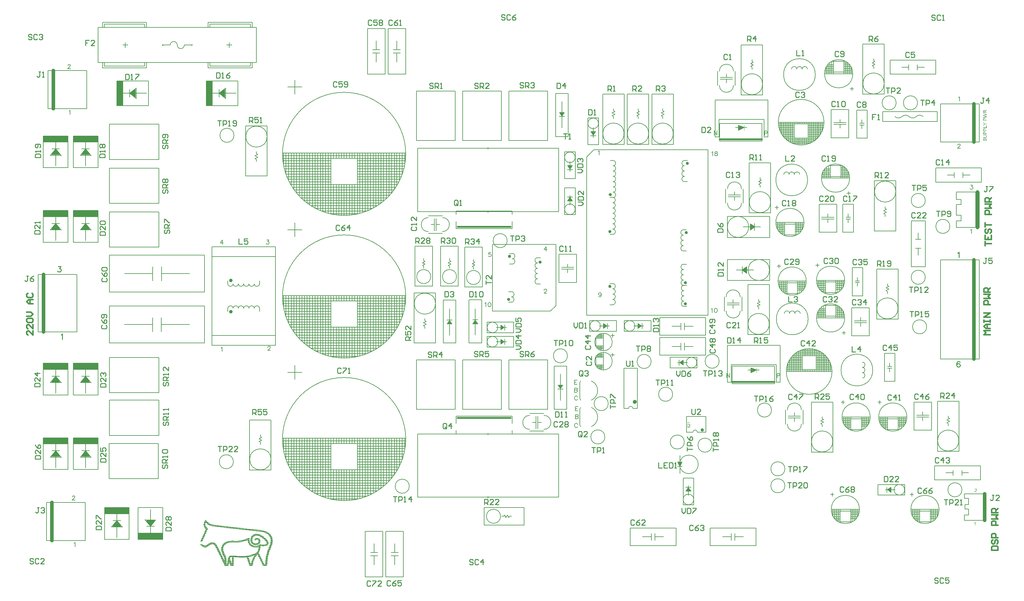
<source format=gto>
G04*
G04 #@! TF.GenerationSoftware,Altium Limited,Altium Designer,20.0.13 (296)*
G04*
G04 Layer_Color=65535*
%FSLAX24Y24*%
%MOIN*%
G70*
G01*
G75*
%ADD10C,0.0079*%
%ADD11C,0.0059*%
%ADD12C,0.0150*%
%ADD13C,0.0248*%
%ADD14C,0.0197*%
%ADD15C,0.0040*%
%ADD16C,0.0394*%
%ADD17C,0.0020*%
%ADD18C,0.0100*%
%ADD19C,0.0150*%
%ADD20C,0.0098*%
G36*
X8878Y25663D02*
X6122D01*
Y26372D01*
X8878D01*
Y25663D01*
D02*
G37*
G36*
X5528D02*
X2772D01*
Y26372D01*
X5528D01*
Y25663D01*
D02*
G37*
G36*
X8878Y17313D02*
X6122D01*
Y18022D01*
X8878D01*
Y17313D01*
D02*
G37*
G36*
X5528D02*
X2772D01*
Y18022D01*
X5528D01*
Y17313D01*
D02*
G37*
G36*
X12369Y9497D02*
X9613D01*
Y10205D01*
X12369D01*
Y9497D01*
D02*
G37*
G36*
X16119Y6662D02*
X13363D01*
Y7371D01*
X16119D01*
Y6662D01*
D02*
G37*
G36*
X21687Y55222D02*
X20978D01*
Y57978D01*
X21687D01*
Y55222D01*
D02*
G37*
G36*
X11687D02*
X10978D01*
Y57978D01*
X11687D01*
Y55222D01*
D02*
G37*
G36*
X8878Y51113D02*
X6122D01*
Y51822D01*
X8878D01*
Y51113D01*
D02*
G37*
G36*
X5528D02*
X2772D01*
Y51822D01*
X5528D01*
Y51113D01*
D02*
G37*
G36*
X8878Y42763D02*
X6122D01*
Y43472D01*
X8878D01*
Y42763D01*
D02*
G37*
G36*
X5528D02*
X2772D01*
Y43472D01*
X5528D01*
Y42763D01*
D02*
G37*
G36*
X108250Y54674D02*
X108170Y54623D01*
X108170D01*
X108168Y54622D01*
X108167Y54621D01*
X108165Y54619D01*
X108158Y54616D01*
X108151Y54611D01*
X108142Y54604D01*
X108133Y54598D01*
X108125Y54592D01*
X108117Y54587D01*
X108117Y54586D01*
X108115Y54584D01*
X108111Y54582D01*
X108107Y54578D01*
X108099Y54569D01*
X108095Y54565D01*
X108092Y54561D01*
X108091Y54560D01*
X108091Y54559D01*
X108090Y54557D01*
X108088Y54553D01*
X108086Y54550D01*
X108085Y54546D01*
X108082Y54537D01*
Y54537D01*
X108081Y54536D01*
Y54533D01*
X108081Y54531D01*
X108080Y54527D01*
Y54522D01*
X108080Y54516D01*
Y54451D01*
X108250D01*
Y54400D01*
X107866D01*
Y54578D01*
X107866Y54582D01*
Y54587D01*
X107867Y54599D01*
X107869Y54611D01*
X107870Y54624D01*
X107873Y54637D01*
X107875Y54643D01*
X107876Y54648D01*
Y54648D01*
X107877Y54649D01*
X107879Y54652D01*
X107881Y54657D01*
X107885Y54663D01*
X107890Y54670D01*
X107896Y54677D01*
X107904Y54684D01*
X107913Y54690D01*
X107914D01*
X107914Y54691D01*
X107918Y54693D01*
X107923Y54695D01*
X107930Y54699D01*
X107939Y54702D01*
X107949Y54704D01*
X107959Y54706D01*
X107971Y54707D01*
X107971D01*
X107972D01*
X107975D01*
X107977Y54706D01*
X107981D01*
X107985Y54705D01*
X107995Y54703D01*
X108006Y54700D01*
X108017Y54695D01*
X108029Y54689D01*
X108035Y54684D01*
X108040Y54680D01*
X108041Y54679D01*
X108041Y54679D01*
X108043Y54677D01*
X108045Y54675D01*
X108047Y54672D01*
X108049Y54669D01*
X108052Y54664D01*
X108055Y54660D01*
X108058Y54654D01*
X108061Y54648D01*
X108064Y54642D01*
X108067Y54634D01*
X108069Y54626D01*
X108072Y54618D01*
X108074Y54608D01*
X108075Y54598D01*
X108076Y54599D01*
X108077Y54602D01*
X108079Y54605D01*
X108081Y54609D01*
X108087Y54619D01*
X108091Y54624D01*
X108095Y54629D01*
X108096Y54630D01*
X108098Y54633D01*
X108103Y54637D01*
X108108Y54643D01*
X108116Y54649D01*
X108125Y54656D01*
X108135Y54663D01*
X108146Y54671D01*
X108250Y54737D01*
Y54674D01*
D02*
G37*
G36*
Y54246D02*
Y54196D01*
X107958Y54115D01*
X107957D01*
X107956Y54115D01*
X107954Y54114D01*
X107951Y54114D01*
X107945Y54112D01*
X107938Y54110D01*
X107930Y54108D01*
X107923Y54106D01*
X107917Y54104D01*
X107914Y54104D01*
X107913Y54103D01*
X107913D01*
X107914Y54103D01*
X107917Y54102D01*
X107922Y54101D01*
X107928Y54099D01*
X107935Y54098D01*
X107943Y54095D01*
X107950Y54094D01*
X107958Y54092D01*
X108250Y54011D01*
Y53957D01*
X107866Y53857D01*
Y53910D01*
X108118Y53967D01*
X108118D01*
X108120Y53967D01*
X108122Y53968D01*
X108125Y53968D01*
X108128Y53969D01*
X108132Y53970D01*
X108137Y53971D01*
X108143Y53972D01*
X108155Y53975D01*
X108168Y53978D01*
X108182Y53981D01*
X108197Y53983D01*
X108196D01*
X108194Y53984D01*
X108191Y53985D01*
X108187Y53986D01*
X108182Y53987D01*
X108177Y53988D01*
X108165Y53991D01*
X108152Y53994D01*
X108146Y53996D01*
X108141Y53997D01*
X108136Y53998D01*
X108131Y53999D01*
X108128Y54001D01*
X108126Y54001D01*
X107866Y54074D01*
Y54135D01*
X108061Y54190D01*
X108061D01*
X108064Y54191D01*
X108068Y54192D01*
X108073Y54193D01*
X108080Y54195D01*
X108087Y54197D01*
X108095Y54199D01*
X108105Y54201D01*
X108115Y54204D01*
X108126Y54206D01*
X108148Y54211D01*
X108172Y54216D01*
X108197Y54220D01*
X108196D01*
X108195Y54221D01*
X108193D01*
X108190Y54222D01*
X108187Y54223D01*
X108183Y54224D01*
X108178Y54224D01*
X108172Y54226D01*
X108160Y54229D01*
X108146Y54232D01*
X108130Y54235D01*
X108113Y54240D01*
X107866Y54300D01*
Y54351D01*
X108250Y54246D01*
D02*
G37*
G36*
X107986Y53827D02*
X107990Y53826D01*
X107995Y53826D01*
X108000Y53825D01*
X108006Y53824D01*
X108019Y53820D01*
X108026Y53817D01*
X108033Y53814D01*
X108040Y53810D01*
X108047Y53806D01*
X108054Y53801D01*
X108060Y53796D01*
X108061Y53795D01*
X108062Y53794D01*
X108064Y53792D01*
X108065Y53790D01*
X108068Y53786D01*
X108071Y53782D01*
X108074Y53776D01*
X108077Y53770D01*
X108080Y53763D01*
X108083Y53755D01*
X108086Y53746D01*
X108089Y53735D01*
X108091Y53724D01*
X108092Y53712D01*
X108093Y53698D01*
X108094Y53684D01*
Y53585D01*
X108250D01*
Y53534D01*
X107866D01*
Y53692D01*
X107866Y53700D01*
X107867Y53710D01*
X107868Y53720D01*
X107869Y53729D01*
X107870Y53738D01*
Y53739D01*
X107871Y53743D01*
X107872Y53748D01*
X107874Y53754D01*
X107876Y53761D01*
X107880Y53769D01*
X107884Y53777D01*
X107888Y53785D01*
X107889Y53786D01*
X107890Y53788D01*
X107894Y53791D01*
X107898Y53796D01*
X107903Y53801D01*
X107909Y53806D01*
X107916Y53811D01*
X107925Y53816D01*
X107926Y53816D01*
X107929Y53817D01*
X107934Y53820D01*
X107940Y53822D01*
X107948Y53824D01*
X107957Y53826D01*
X107967Y53827D01*
X107977Y53827D01*
X107978D01*
X107980D01*
X107982D01*
X107986Y53827D01*
D02*
G37*
G36*
X108087Y53186D02*
X108250D01*
Y53135D01*
X108087D01*
X107866Y52987D01*
Y53048D01*
X107982Y53124D01*
X107983D01*
X107984Y53125D01*
X107986Y53126D01*
X107988Y53127D01*
X107991Y53129D01*
X107994Y53131D01*
X108002Y53136D01*
X108012Y53143D01*
X108024Y53149D01*
X108035Y53156D01*
X108047Y53163D01*
X108047D01*
X108046Y53164D01*
X108044Y53165D01*
X108042Y53166D01*
X108039Y53168D01*
X108036Y53170D01*
X108027Y53175D01*
X108017Y53181D01*
X108006Y53189D01*
X107993Y53197D01*
X107979Y53206D01*
X107866Y53280D01*
Y53339D01*
X108087Y53186D01*
D02*
G37*
G36*
X108250Y52726D02*
X107866D01*
Y52777D01*
X108204D01*
Y52967D01*
X108250D01*
Y52726D01*
D02*
G37*
G36*
X107986Y52663D02*
X107990Y52662D01*
X107995Y52662D01*
X108000Y52661D01*
X108006Y52660D01*
X108019Y52656D01*
X108026Y52654D01*
X108033Y52650D01*
X108040Y52646D01*
X108047Y52642D01*
X108054Y52638D01*
X108060Y52632D01*
X108061Y52631D01*
X108062Y52630D01*
X108064Y52629D01*
X108065Y52626D01*
X108068Y52623D01*
X108071Y52618D01*
X108074Y52613D01*
X108077Y52606D01*
X108080Y52599D01*
X108083Y52591D01*
X108086Y52582D01*
X108089Y52571D01*
X108091Y52560D01*
X108092Y52548D01*
X108093Y52534D01*
X108094Y52520D01*
Y52422D01*
X108250D01*
Y52371D01*
X107866D01*
Y52528D01*
X107866Y52536D01*
X107867Y52546D01*
X107868Y52556D01*
X107869Y52565D01*
X107870Y52574D01*
Y52575D01*
X107871Y52579D01*
X107872Y52584D01*
X107874Y52590D01*
X107876Y52598D01*
X107880Y52605D01*
X107884Y52614D01*
X107888Y52621D01*
X107889Y52622D01*
X107890Y52624D01*
X107894Y52628D01*
X107898Y52632D01*
X107903Y52637D01*
X107909Y52642D01*
X107916Y52647D01*
X107925Y52652D01*
X107926Y52652D01*
X107929Y52654D01*
X107934Y52656D01*
X107940Y52658D01*
X107948Y52660D01*
X107957Y52662D01*
X107967Y52663D01*
X107977Y52664D01*
X107978D01*
X107980D01*
X107982D01*
X107986Y52663D01*
D02*
G37*
G36*
Y52305D02*
X107990Y52305D01*
X107995Y52304D01*
X108000Y52303D01*
X108006Y52302D01*
X108019Y52298D01*
X108026Y52296D01*
X108033Y52292D01*
X108040Y52288D01*
X108047Y52285D01*
X108054Y52280D01*
X108060Y52274D01*
X108061Y52273D01*
X108062Y52272D01*
X108064Y52271D01*
X108065Y52268D01*
X108068Y52265D01*
X108071Y52260D01*
X108074Y52255D01*
X108077Y52248D01*
X108080Y52241D01*
X108083Y52233D01*
X108086Y52224D01*
X108089Y52213D01*
X108091Y52202D01*
X108092Y52190D01*
X108093Y52176D01*
X108094Y52162D01*
Y52064D01*
X108250D01*
Y52013D01*
X107866D01*
Y52170D01*
X107866Y52179D01*
X107867Y52188D01*
X107868Y52198D01*
X107869Y52207D01*
X107870Y52216D01*
Y52217D01*
X107871Y52221D01*
X107872Y52226D01*
X107874Y52232D01*
X107876Y52240D01*
X107880Y52247D01*
X107884Y52256D01*
X107888Y52263D01*
X107889Y52264D01*
X107890Y52266D01*
X107894Y52270D01*
X107898Y52274D01*
X107903Y52279D01*
X107909Y52284D01*
X107916Y52290D01*
X107925Y52294D01*
X107926Y52295D01*
X107929Y52296D01*
X107934Y52298D01*
X107940Y52300D01*
X107948Y52302D01*
X107957Y52304D01*
X107967Y52305D01*
X107977Y52306D01*
X107978D01*
X107980D01*
X107982D01*
X107986Y52305D01*
D02*
G37*
G36*
X108102Y51927D02*
X108108D01*
X108115Y51927D01*
X108121Y51926D01*
X108136Y51924D01*
X108152Y51922D01*
X108167Y51919D01*
X108174Y51917D01*
X108181Y51914D01*
X108181D01*
X108182Y51914D01*
X108184Y51913D01*
X108186Y51912D01*
X108192Y51908D01*
X108200Y51903D01*
X108209Y51897D01*
X108218Y51889D01*
X108227Y51879D01*
X108236Y51867D01*
Y51866D01*
X108237Y51865D01*
X108237Y51863D01*
X108239Y51860D01*
X108241Y51857D01*
X108242Y51853D01*
X108244Y51848D01*
X108246Y51843D01*
X108248Y51837D01*
X108250Y51830D01*
X108252Y51823D01*
X108253Y51814D01*
X108254Y51806D01*
X108256Y51797D01*
X108257Y51777D01*
Y51772D01*
X108256Y51768D01*
Y51764D01*
X108256Y51758D01*
X108255Y51752D01*
X108254Y51746D01*
X108252Y51732D01*
X108249Y51717D01*
X108244Y51703D01*
X108238Y51689D01*
Y51688D01*
X108237Y51687D01*
X108236Y51686D01*
X108235Y51683D01*
X108231Y51677D01*
X108224Y51670D01*
X108217Y51662D01*
X108208Y51654D01*
X108197Y51646D01*
X108185Y51640D01*
X108184D01*
X108183Y51640D01*
X108181Y51639D01*
X108178Y51638D01*
X108175Y51637D01*
X108170Y51636D01*
X108165Y51634D01*
X108159Y51633D01*
X108152Y51632D01*
X108145Y51630D01*
X108137Y51629D01*
X108129Y51628D01*
X108120Y51627D01*
X108110Y51626D01*
X108099Y51626D01*
X108088D01*
X107866D01*
Y51677D01*
X108088D01*
X108089D01*
X108090D01*
X108093D01*
X108096D01*
X108100Y51677D01*
X108105D01*
X108116Y51678D01*
X108128Y51679D01*
X108140Y51681D01*
X108152Y51683D01*
X108157Y51684D01*
X108162Y51686D01*
X108163Y51686D01*
X108166Y51687D01*
X108170Y51690D01*
X108175Y51693D01*
X108181Y51697D01*
X108187Y51703D01*
X108193Y51710D01*
X108198Y51717D01*
X108198Y51718D01*
X108200Y51721D01*
X108202Y51726D01*
X108204Y51733D01*
X108207Y51741D01*
X108208Y51751D01*
X108210Y51761D01*
X108211Y51773D01*
Y51778D01*
X108210Y51782D01*
Y51787D01*
X108209Y51792D01*
X108207Y51804D01*
X108204Y51817D01*
X108200Y51830D01*
X108194Y51842D01*
X108190Y51848D01*
X108186Y51853D01*
X108185Y51853D01*
X108185Y51854D01*
X108183Y51855D01*
X108181Y51857D01*
X108177Y51858D01*
X108174Y51860D01*
X108169Y51863D01*
X108164Y51865D01*
X108158Y51867D01*
X108151Y51869D01*
X108142Y51871D01*
X108133Y51873D01*
X108123Y51874D01*
X108113Y51875D01*
X108101Y51877D01*
X108088D01*
X107866D01*
Y51928D01*
X108088D01*
X108089D01*
X108091D01*
X108093D01*
X108097D01*
X108102Y51927D01*
D02*
G37*
G36*
X108153Y51554D02*
X108161Y51553D01*
X108170Y51551D01*
X108180Y51548D01*
X108190Y51544D01*
X108200Y51537D01*
X108201D01*
X108201Y51537D01*
X108204Y51534D01*
X108209Y51530D01*
X108215Y51525D01*
X108222Y51518D01*
X108229Y51509D01*
X108236Y51499D01*
X108242Y51487D01*
Y51486D01*
X108242Y51485D01*
X108243Y51484D01*
X108244Y51481D01*
X108245Y51478D01*
X108247Y51474D01*
X108249Y51465D01*
X108252Y51455D01*
X108254Y51442D01*
X108256Y51428D01*
X108257Y51413D01*
Y51404D01*
X108256Y51400D01*
Y51395D01*
X108256Y51389D01*
X108255Y51383D01*
X108253Y51369D01*
X108251Y51354D01*
X108247Y51340D01*
X108242Y51326D01*
Y51325D01*
X108241Y51324D01*
X108240Y51323D01*
X108239Y51320D01*
X108236Y51314D01*
X108231Y51306D01*
X108224Y51297D01*
X108216Y51288D01*
X108207Y51279D01*
X108196Y51271D01*
X108196D01*
X108195Y51269D01*
X108193Y51269D01*
X108191Y51267D01*
X108188Y51266D01*
X108185Y51264D01*
X108176Y51261D01*
X108166Y51257D01*
X108154Y51253D01*
X108141Y51251D01*
X108127Y51250D01*
X108122Y51298D01*
X108123D01*
X108123D01*
X108125Y51298D01*
X108127D01*
X108132Y51299D01*
X108140Y51301D01*
X108147Y51303D01*
X108155Y51305D01*
X108163Y51309D01*
X108170Y51313D01*
X108171Y51314D01*
X108173Y51315D01*
X108177Y51318D01*
X108181Y51323D01*
X108186Y51328D01*
X108191Y51334D01*
X108196Y51343D01*
X108200Y51352D01*
Y51352D01*
X108201Y51353D01*
X108201Y51354D01*
X108202Y51356D01*
X108203Y51362D01*
X108206Y51369D01*
X108208Y51378D01*
X108209Y51388D01*
X108211Y51399D01*
X108211Y51411D01*
Y51416D01*
X108211Y51421D01*
X108210Y51428D01*
X108209Y51436D01*
X108208Y51445D01*
X108206Y51454D01*
X108203Y51462D01*
X108202Y51463D01*
X108201Y51466D01*
X108199Y51470D01*
X108197Y51475D01*
X108193Y51480D01*
X108189Y51485D01*
X108185Y51491D01*
X108179Y51495D01*
X108178Y51496D01*
X108176Y51497D01*
X108173Y51499D01*
X108169Y51501D01*
X108165Y51503D01*
X108159Y51505D01*
X108153Y51506D01*
X108146Y51506D01*
X108146D01*
X108143D01*
X108140Y51506D01*
X108135Y51505D01*
X108131Y51504D01*
X108125Y51502D01*
X108120Y51499D01*
X108115Y51495D01*
X108114Y51495D01*
X108112Y51493D01*
X108110Y51491D01*
X108107Y51487D01*
X108103Y51483D01*
X108100Y51476D01*
X108096Y51469D01*
X108092Y51461D01*
X108092Y51460D01*
X108091Y51458D01*
X108090Y51453D01*
X108089Y51450D01*
X108088Y51446D01*
X108086Y51443D01*
X108085Y51438D01*
X108083Y51432D01*
X108082Y51425D01*
X108080Y51419D01*
X108078Y51411D01*
X108076Y51402D01*
X108074Y51393D01*
Y51392D01*
X108073Y51390D01*
X108072Y51388D01*
X108071Y51384D01*
X108070Y51380D01*
X108069Y51375D01*
X108066Y51364D01*
X108062Y51352D01*
X108058Y51339D01*
X108054Y51328D01*
X108052Y51323D01*
X108050Y51318D01*
Y51318D01*
X108049Y51317D01*
X108047Y51314D01*
X108044Y51309D01*
X108040Y51303D01*
X108035Y51297D01*
X108029Y51290D01*
X108021Y51283D01*
X108014Y51278D01*
X108012Y51277D01*
X108010Y51276D01*
X108005Y51273D01*
X108000Y51271D01*
X107992Y51269D01*
X107984Y51267D01*
X107975Y51265D01*
X107966Y51264D01*
X107965D01*
X107965D01*
X107963D01*
X107961D01*
X107955Y51266D01*
X107948Y51267D01*
X107940Y51268D01*
X107930Y51271D01*
X107921Y51275D01*
X107911Y51281D01*
X107911D01*
X107910Y51281D01*
X107907Y51284D01*
X107903Y51288D01*
X107897Y51293D01*
X107891Y51299D01*
X107884Y51308D01*
X107878Y51318D01*
X107873Y51329D01*
Y51329D01*
X107872Y51330D01*
X107871Y51332D01*
X107870Y51334D01*
X107869Y51337D01*
X107868Y51341D01*
X107866Y51349D01*
X107864Y51360D01*
X107861Y51372D01*
X107860Y51385D01*
X107859Y51399D01*
Y51407D01*
X107860Y51410D01*
Y51414D01*
X107861Y51425D01*
X107863Y51436D01*
X107865Y51449D01*
X107869Y51462D01*
X107873Y51474D01*
Y51475D01*
X107874Y51476D01*
X107875Y51478D01*
X107876Y51480D01*
X107879Y51485D01*
X107884Y51493D01*
X107889Y51501D01*
X107896Y51509D01*
X107905Y51517D01*
X107914Y51524D01*
X107915D01*
X107915Y51525D01*
X107917Y51526D01*
X107919Y51527D01*
X107924Y51530D01*
X107931Y51533D01*
X107940Y51537D01*
X107951Y51540D01*
X107962Y51542D01*
X107974Y51544D01*
X107978Y51495D01*
X107977D01*
X107976D01*
X107975Y51494D01*
X107972Y51494D01*
X107966Y51492D01*
X107958Y51490D01*
X107949Y51486D01*
X107940Y51481D01*
X107931Y51475D01*
X107924Y51468D01*
X107923Y51466D01*
X107921Y51464D01*
X107918Y51458D01*
X107914Y51451D01*
X107911Y51441D01*
X107908Y51430D01*
X107905Y51417D01*
X107905Y51401D01*
Y51393D01*
X107905Y51390D01*
X107906Y51385D01*
X107907Y51375D01*
X107909Y51364D01*
X107912Y51353D01*
X107916Y51343D01*
X107919Y51338D01*
X107922Y51334D01*
X107923Y51333D01*
X107925Y51330D01*
X107929Y51327D01*
X107933Y51324D01*
X107939Y51320D01*
X107946Y51317D01*
X107954Y51314D01*
X107963Y51313D01*
X107964D01*
X107966D01*
X107970Y51314D01*
X107974Y51315D01*
X107980Y51317D01*
X107985Y51319D01*
X107991Y51323D01*
X107996Y51328D01*
X107997Y51328D01*
X107999Y51331D01*
X108000Y51333D01*
X108001Y51335D01*
X108003Y51339D01*
X108005Y51343D01*
X108007Y51348D01*
X108009Y51353D01*
X108011Y51359D01*
X108014Y51367D01*
X108016Y51374D01*
X108019Y51383D01*
X108021Y51393D01*
X108024Y51404D01*
Y51405D01*
X108025Y51407D01*
X108025Y51410D01*
X108026Y51414D01*
X108027Y51419D01*
X108029Y51425D01*
X108031Y51431D01*
X108032Y51438D01*
X108036Y51453D01*
X108040Y51466D01*
X108042Y51473D01*
X108045Y51479D01*
X108046Y51485D01*
X108049Y51489D01*
Y51490D01*
X108049Y51491D01*
X108050Y51493D01*
X108051Y51495D01*
X108055Y51501D01*
X108059Y51508D01*
X108065Y51516D01*
X108072Y51525D01*
X108080Y51532D01*
X108088Y51539D01*
X108089Y51540D01*
X108092Y51542D01*
X108097Y51544D01*
X108103Y51547D01*
X108111Y51550D01*
X108121Y51553D01*
X108131Y51555D01*
X108142Y51555D01*
X108143D01*
X108143D01*
X108145D01*
X108147D01*
X108153Y51554D01*
D02*
G37*
G36*
X75084Y19723D02*
X74848D01*
X74848Y19722D01*
X74850Y19720D01*
X74853Y19718D01*
X74856Y19713D01*
X74860Y19708D01*
X74864Y19702D01*
X74869Y19695D01*
X74874Y19688D01*
Y19687D01*
X74874Y19687D01*
X74876Y19684D01*
X74878Y19680D01*
X74881Y19674D01*
X74884Y19668D01*
X74887Y19662D01*
X74890Y19655D01*
X74892Y19649D01*
X74857D01*
Y19649D01*
X74856Y19650D01*
X74855Y19652D01*
X74854Y19654D01*
X74853Y19656D01*
X74851Y19660D01*
X74847Y19667D01*
X74842Y19676D01*
X74836Y19684D01*
X74829Y19694D01*
X74821Y19703D01*
X74821Y19703D01*
X74820Y19704D01*
X74819Y19705D01*
X74818Y19707D01*
X74813Y19711D01*
X74808Y19716D01*
X74802Y19721D01*
X74795Y19727D01*
X74788Y19732D01*
X74781Y19736D01*
Y19760D01*
X75084D01*
Y19723D01*
D02*
G37*
G36*
Y19380D02*
X75084D01*
X75082D01*
X75079D01*
X75076Y19380D01*
X75072Y19381D01*
X75068Y19382D01*
X75063Y19382D01*
X75058Y19384D01*
X75058D01*
X75058Y19385D01*
X75055Y19386D01*
X75051Y19387D01*
X75046Y19390D01*
X75040Y19393D01*
X75033Y19398D01*
X75026Y19403D01*
X75018Y19409D01*
X75018D01*
X75017Y19410D01*
X75015Y19412D01*
X75011Y19416D01*
X75005Y19421D01*
X74999Y19428D01*
X74991Y19436D01*
X74982Y19446D01*
X74973Y19457D01*
X74972Y19458D01*
X74971Y19459D01*
X74969Y19462D01*
X74966Y19465D01*
X74963Y19469D01*
X74959Y19474D01*
X74954Y19479D01*
X74950Y19484D01*
X74939Y19495D01*
X74929Y19506D01*
X74923Y19511D01*
X74918Y19516D01*
X74913Y19521D01*
X74909Y19524D01*
X74908D01*
X74908Y19525D01*
X74906Y19526D01*
X74905Y19527D01*
X74900Y19530D01*
X74894Y19533D01*
X74887Y19536D01*
X74880Y19539D01*
X74871Y19541D01*
X74864Y19542D01*
X74863D01*
X74863D01*
X74860Y19542D01*
X74856Y19541D01*
X74851Y19540D01*
X74845Y19538D01*
X74839Y19535D01*
X74833Y19531D01*
X74826Y19526D01*
X74826Y19525D01*
X74824Y19523D01*
X74822Y19520D01*
X74819Y19515D01*
X74816Y19509D01*
X74813Y19502D01*
X74812Y19493D01*
X74811Y19484D01*
Y19482D01*
X74812Y19480D01*
X74812Y19475D01*
X74813Y19469D01*
X74815Y19462D01*
X74818Y19455D01*
X74822Y19448D01*
X74827Y19441D01*
X74828Y19440D01*
X74830Y19438D01*
X74834Y19436D01*
X74839Y19433D01*
X74845Y19430D01*
X74853Y19427D01*
X74862Y19426D01*
X74872Y19425D01*
X74868Y19387D01*
X74868D01*
X74866Y19387D01*
X74864D01*
X74861Y19388D01*
X74857Y19389D01*
X74854Y19389D01*
X74849Y19391D01*
X74844Y19392D01*
X74833Y19396D01*
X74823Y19401D01*
X74818Y19404D01*
X74812Y19408D01*
X74808Y19412D01*
X74803Y19416D01*
X74803Y19417D01*
X74802Y19417D01*
X74801Y19419D01*
X74800Y19421D01*
X74798Y19424D01*
X74796Y19427D01*
X74794Y19430D01*
X74792Y19434D01*
X74790Y19439D01*
X74788Y19445D01*
X74786Y19450D01*
X74784Y19456D01*
X74783Y19463D01*
X74781Y19470D01*
X74781Y19477D01*
X74781Y19485D01*
Y19490D01*
X74781Y19493D01*
X74781Y19496D01*
X74782Y19500D01*
X74783Y19505D01*
X74784Y19510D01*
X74787Y19521D01*
X74791Y19533D01*
X74794Y19538D01*
X74797Y19544D01*
X74801Y19549D01*
X74805Y19554D01*
X74805Y19555D01*
X74806Y19556D01*
X74808Y19556D01*
X74809Y19558D01*
X74812Y19560D01*
X74815Y19563D01*
X74818Y19565D01*
X74822Y19567D01*
X74830Y19572D01*
X74840Y19576D01*
X74846Y19578D01*
X74852Y19579D01*
X74858Y19580D01*
X74864Y19580D01*
X74865D01*
X74868D01*
X74871Y19580D01*
X74876Y19579D01*
X74881Y19578D01*
X74887Y19577D01*
X74894Y19575D01*
X74900Y19572D01*
X74901Y19572D01*
X74903Y19571D01*
X74907Y19569D01*
X74912Y19566D01*
X74917Y19563D01*
X74923Y19559D01*
X74930Y19553D01*
X74937Y19547D01*
X74938Y19546D01*
X74941Y19544D01*
X74943Y19542D01*
X74945Y19540D01*
X74948Y19537D01*
X74951Y19534D01*
X74955Y19530D01*
X74959Y19526D01*
X74963Y19521D01*
X74968Y19516D01*
X74973Y19511D01*
X74978Y19504D01*
X74984Y19497D01*
X74990Y19490D01*
X74991Y19490D01*
X74992Y19489D01*
X74993Y19487D01*
X74995Y19485D01*
X74997Y19483D01*
X75000Y19479D01*
X75006Y19473D01*
X75012Y19465D01*
X75019Y19458D01*
X75024Y19452D01*
X75027Y19449D01*
X75029Y19447D01*
X75029Y19447D01*
X75030Y19445D01*
X75032Y19444D01*
X75035Y19441D01*
X75038Y19439D01*
X75041Y19437D01*
X75048Y19431D01*
Y19580D01*
X75084D01*
Y19380D01*
D02*
G37*
G36*
X74989Y19350D02*
X74992Y19350D01*
X74996Y19349D01*
X75001Y19348D01*
X75006Y19348D01*
X75017Y19345D01*
X75029Y19341D01*
X75035Y19338D01*
X75041Y19334D01*
X75047Y19331D01*
X75053Y19327D01*
X75053Y19326D01*
X75055Y19325D01*
X75056Y19323D01*
X75058Y19321D01*
X75061Y19318D01*
X75065Y19315D01*
X75068Y19310D01*
X75071Y19306D01*
X75075Y19300D01*
X75078Y19294D01*
X75081Y19288D01*
X75084Y19281D01*
X75086Y19273D01*
X75088Y19265D01*
X75089Y19256D01*
X75090Y19247D01*
Y19243D01*
X75089Y19240D01*
X75089Y19237D01*
X75088Y19233D01*
X75088Y19228D01*
X75086Y19223D01*
X75084Y19212D01*
X75080Y19201D01*
X75077Y19195D01*
X75074Y19190D01*
X75071Y19185D01*
X75067Y19179D01*
X75066Y19179D01*
X75066Y19178D01*
X75064Y19177D01*
X75062Y19175D01*
X75060Y19173D01*
X75058Y19171D01*
X75054Y19168D01*
X75050Y19166D01*
X75046Y19164D01*
X75041Y19161D01*
X75031Y19156D01*
X75019Y19152D01*
X75012Y19151D01*
X75005Y19150D01*
X75002Y19189D01*
X75003D01*
X75003D01*
X75005Y19189D01*
X75007Y19190D01*
X75012Y19191D01*
X75018Y19193D01*
X75025Y19195D01*
X75032Y19199D01*
X75039Y19203D01*
X75045Y19209D01*
X75045Y19209D01*
X75047Y19211D01*
X75049Y19215D01*
X75052Y19219D01*
X75055Y19225D01*
X75057Y19231D01*
X75058Y19239D01*
X75059Y19247D01*
Y19250D01*
X75058Y19251D01*
X75058Y19257D01*
X75056Y19263D01*
X75054Y19270D01*
X75051Y19278D01*
X75045Y19285D01*
X75042Y19289D01*
X75039Y19292D01*
X75038Y19293D01*
X75038Y19293D01*
X75037Y19294D01*
X75035Y19296D01*
X75030Y19299D01*
X75024Y19302D01*
X75017Y19305D01*
X75008Y19308D01*
X74997Y19310D01*
X74991Y19311D01*
X74985D01*
X74985D01*
X74984D01*
X74982D01*
X74980Y19311D01*
X74977D01*
X74974Y19310D01*
X74967Y19309D01*
X74959Y19307D01*
X74951Y19304D01*
X74943Y19299D01*
X74935Y19293D01*
X74935D01*
X74934Y19292D01*
X74932Y19290D01*
X74929Y19286D01*
X74926Y19281D01*
X74923Y19274D01*
X74920Y19266D01*
X74917Y19257D01*
X74916Y19252D01*
Y19244D01*
X74917Y19240D01*
X74917Y19236D01*
X74919Y19230D01*
X74920Y19225D01*
X74922Y19219D01*
X74925Y19214D01*
X74925Y19213D01*
X74926Y19212D01*
X74928Y19209D01*
X74930Y19205D01*
X74933Y19202D01*
X74937Y19198D01*
X74941Y19195D01*
X74946Y19192D01*
X74941Y19157D01*
X74786Y19186D01*
Y19336D01*
X74821D01*
Y19215D01*
X74903Y19199D01*
X74902Y19199D01*
X74902Y19200D01*
X74901Y19202D01*
X74900Y19204D01*
X74899Y19206D01*
X74897Y19209D01*
X74893Y19216D01*
X74890Y19225D01*
X74887Y19235D01*
X74885Y19245D01*
X74884Y19251D01*
Y19260D01*
X74884Y19263D01*
X74885Y19266D01*
X74885Y19270D01*
X74886Y19275D01*
X74887Y19279D01*
X74890Y19290D01*
X74892Y19296D01*
X74895Y19301D01*
X74899Y19307D01*
X74902Y19313D01*
X74906Y19318D01*
X74911Y19323D01*
X74912Y19323D01*
X74913Y19324D01*
X74914Y19326D01*
X74916Y19327D01*
X74919Y19330D01*
X74922Y19332D01*
X74926Y19334D01*
X74930Y19337D01*
X74935Y19339D01*
X74940Y19342D01*
X74947Y19344D01*
X74953Y19346D01*
X74959Y19348D01*
X74967Y19349D01*
X74974Y19350D01*
X74982Y19351D01*
X74982D01*
X74984D01*
X74986D01*
X74989Y19350D01*
D02*
G37*
G36*
X106989Y8200D02*
X106943D01*
Y8495D01*
X106942Y8495D01*
X106940Y8493D01*
X106936Y8489D01*
X106931Y8486D01*
X106925Y8481D01*
X106917Y8475D01*
X106908Y8469D01*
X106899Y8463D01*
X106898D01*
X106897Y8463D01*
X106894Y8460D01*
X106889Y8458D01*
X106882Y8454D01*
X106875Y8451D01*
X106866Y8447D01*
X106858Y8443D01*
X106850Y8440D01*
Y8484D01*
X106851D01*
X106852Y8486D01*
X106854Y8486D01*
X106857Y8488D01*
X106860Y8489D01*
X106864Y8492D01*
X106873Y8497D01*
X106884Y8503D01*
X106895Y8511D01*
X106906Y8519D01*
X106918Y8529D01*
X106918Y8529D01*
X106919Y8530D01*
X106920Y8531D01*
X106923Y8533D01*
X106928Y8539D01*
X106934Y8545D01*
X106941Y8553D01*
X106948Y8561D01*
X106954Y8570D01*
X106959Y8579D01*
X106989D01*
Y8200D01*
D02*
G37*
G36*
X107041Y12329D02*
X107046Y12328D01*
X107051Y12328D01*
X107057Y12327D01*
X107063Y12326D01*
X107077Y12322D01*
X107092Y12316D01*
X107099Y12313D01*
X107106Y12309D01*
X107112Y12304D01*
X107118Y12299D01*
X107119Y12298D01*
X107120Y12298D01*
X107121Y12296D01*
X107123Y12293D01*
X107126Y12291D01*
X107129Y12287D01*
X107132Y12283D01*
X107135Y12278D01*
X107140Y12268D01*
X107146Y12255D01*
X107148Y12248D01*
X107149Y12240D01*
X107150Y12233D01*
X107151Y12225D01*
Y12224D01*
Y12221D01*
X107150Y12216D01*
X107150Y12210D01*
X107148Y12204D01*
X107146Y12196D01*
X107144Y12188D01*
X107141Y12180D01*
X107140Y12179D01*
X107139Y12176D01*
X107137Y12172D01*
X107134Y12166D01*
X107129Y12159D01*
X107124Y12151D01*
X107117Y12143D01*
X107110Y12133D01*
X107109Y12132D01*
X107106Y12129D01*
X107103Y12126D01*
X107100Y12124D01*
X107097Y12120D01*
X107093Y12116D01*
X107088Y12112D01*
X107083Y12107D01*
X107077Y12101D01*
X107071Y12095D01*
X107064Y12089D01*
X107056Y12082D01*
X107047Y12075D01*
X107039Y12067D01*
X107038Y12067D01*
X107037Y12066D01*
X107035Y12064D01*
X107032Y12062D01*
X107029Y12059D01*
X107025Y12055D01*
X107016Y12048D01*
X107007Y12040D01*
X106998Y12032D01*
X106991Y12025D01*
X106987Y12022D01*
X106985Y12019D01*
X106984Y12019D01*
X106982Y12017D01*
X106980Y12015D01*
X106978Y12012D01*
X106975Y12008D01*
X106972Y12004D01*
X106965Y11995D01*
X107151D01*
Y11950D01*
X106901D01*
Y11951D01*
Y11953D01*
Y11956D01*
X106901Y11960D01*
X106902Y11965D01*
X106903Y11971D01*
X106904Y11976D01*
X106906Y11982D01*
Y11983D01*
X106907Y11983D01*
X106908Y11987D01*
X106910Y11991D01*
X106913Y11998D01*
X106917Y12006D01*
X106923Y12014D01*
X106929Y12023D01*
X106937Y12032D01*
Y12033D01*
X106938Y12034D01*
X106940Y12037D01*
X106945Y12042D01*
X106952Y12049D01*
X106961Y12057D01*
X106971Y12067D01*
X106984Y12078D01*
X106997Y12089D01*
X106998Y12090D01*
X107000Y12091D01*
X107003Y12094D01*
X107007Y12097D01*
X107012Y12102D01*
X107018Y12107D01*
X107024Y12112D01*
X107031Y12118D01*
X107045Y12131D01*
X107058Y12144D01*
X107065Y12151D01*
X107071Y12157D01*
X107076Y12163D01*
X107081Y12169D01*
Y12170D01*
X107082Y12171D01*
X107083Y12172D01*
X107084Y12174D01*
X107088Y12180D01*
X107092Y12188D01*
X107096Y12196D01*
X107100Y12206D01*
X107102Y12216D01*
X107103Y12226D01*
Y12226D01*
Y12227D01*
X107103Y12230D01*
X107102Y12236D01*
X107100Y12242D01*
X107098Y12249D01*
X107094Y12257D01*
X107089Y12264D01*
X107083Y12272D01*
X107082Y12273D01*
X107079Y12275D01*
X107075Y12278D01*
X107069Y12282D01*
X107062Y12285D01*
X107053Y12289D01*
X107043Y12291D01*
X107031Y12291D01*
X107028D01*
X107026Y12291D01*
X107019Y12290D01*
X107011Y12289D01*
X107003Y12286D01*
X106994Y12283D01*
X106985Y12278D01*
X106977Y12271D01*
X106976Y12270D01*
X106974Y12267D01*
X106970Y12263D01*
X106967Y12256D01*
X106963Y12249D01*
X106960Y12239D01*
X106958Y12228D01*
X106957Y12215D01*
X106909Y12220D01*
Y12221D01*
X106910Y12222D01*
Y12225D01*
X106910Y12229D01*
X106911Y12233D01*
X106913Y12238D01*
X106914Y12244D01*
X106916Y12250D01*
X106920Y12263D01*
X106927Y12277D01*
X106931Y12283D01*
X106935Y12290D01*
X106940Y12296D01*
X106946Y12301D01*
X106946Y12302D01*
X106947Y12302D01*
X106949Y12304D01*
X106952Y12305D01*
X106955Y12308D01*
X106959Y12310D01*
X106963Y12313D01*
X106969Y12315D01*
X106975Y12318D01*
X106981Y12321D01*
X106988Y12323D01*
X106996Y12325D01*
X107004Y12327D01*
X107013Y12328D01*
X107022Y12329D01*
X107032Y12329D01*
X107038D01*
X107041Y12329D01*
D02*
G37*
%LPC*%
G36*
X107971Y54654D02*
X107971D01*
X107970D01*
X107967Y54654D01*
X107962Y54653D01*
X107955Y54652D01*
X107949Y54649D01*
X107941Y54646D01*
X107934Y54641D01*
X107926Y54634D01*
X107926Y54633D01*
X107924Y54631D01*
X107921Y54626D01*
X107918Y54619D01*
X107914Y54611D01*
X107911Y54599D01*
X107909Y54587D01*
X107909Y54572D01*
Y54451D01*
X108036D01*
Y54565D01*
X108035Y54572D01*
X108035Y54579D01*
X108034Y54588D01*
X108033Y54597D01*
X108031Y54606D01*
X108029Y54614D01*
X108029Y54615D01*
X108027Y54617D01*
X108026Y54621D01*
X108024Y54625D01*
X108020Y54630D01*
X108016Y54635D01*
X108011Y54640D01*
X108006Y54644D01*
X108005Y54644D01*
X108003Y54645D01*
X108000Y54647D01*
X107995Y54649D01*
X107990Y54651D01*
X107985Y54653D01*
X107978Y54654D01*
X107971Y54654D01*
D02*
G37*
G36*
X107979Y53775D02*
X107979D01*
X107978D01*
X107975D01*
X107970Y53775D01*
X107965Y53774D01*
X107959Y53772D01*
X107951Y53770D01*
X107945Y53767D01*
X107938Y53763D01*
X107938Y53762D01*
X107935Y53761D01*
X107933Y53758D01*
X107929Y53755D01*
X107925Y53750D01*
X107921Y53744D01*
X107918Y53738D01*
X107915Y53731D01*
Y53730D01*
X107915Y53728D01*
X107914Y53725D01*
X107913Y53720D01*
X107913Y53714D01*
X107912Y53705D01*
X107911Y53695D01*
Y53585D01*
X108049D01*
Y53689D01*
X108048Y53693D01*
Y53696D01*
X108047Y53701D01*
X108046Y53711D01*
X108044Y53723D01*
X108041Y53735D01*
X108036Y53745D01*
X108034Y53750D01*
X108030Y53754D01*
X108029Y53755D01*
X108027Y53757D01*
X108022Y53761D01*
X108017Y53765D01*
X108010Y53769D01*
X108001Y53772D01*
X107991Y53774D01*
X107979Y53775D01*
D02*
G37*
G36*
Y52611D02*
X107979D01*
X107978D01*
X107975D01*
X107970Y52611D01*
X107965Y52610D01*
X107959Y52609D01*
X107951Y52606D01*
X107945Y52603D01*
X107938Y52599D01*
X107938Y52599D01*
X107935Y52597D01*
X107933Y52594D01*
X107929Y52591D01*
X107925Y52586D01*
X107921Y52580D01*
X107918Y52574D01*
X107915Y52567D01*
Y52566D01*
X107915Y52564D01*
X107914Y52561D01*
X107913Y52556D01*
X107913Y52550D01*
X107912Y52541D01*
X107911Y52531D01*
Y52422D01*
X108049D01*
Y52525D01*
X108048Y52529D01*
Y52533D01*
X108047Y52537D01*
X108046Y52548D01*
X108044Y52559D01*
X108041Y52571D01*
X108036Y52581D01*
X108034Y52586D01*
X108030Y52590D01*
X108029Y52591D01*
X108027Y52594D01*
X108022Y52597D01*
X108017Y52601D01*
X108010Y52605D01*
X108001Y52608D01*
X107991Y52610D01*
X107979Y52611D01*
D02*
G37*
G36*
Y52253D02*
X107979D01*
X107978D01*
X107975D01*
X107970Y52253D01*
X107965Y52252D01*
X107959Y52251D01*
X107951Y52248D01*
X107945Y52245D01*
X107938Y52241D01*
X107938Y52241D01*
X107935Y52239D01*
X107933Y52236D01*
X107929Y52233D01*
X107925Y52228D01*
X107921Y52222D01*
X107918Y52216D01*
X107915Y52209D01*
Y52208D01*
X107915Y52206D01*
X107914Y52203D01*
X107913Y52199D01*
X107913Y52192D01*
X107912Y52184D01*
X107911Y52174D01*
Y52064D01*
X108049D01*
Y52167D01*
X108048Y52171D01*
Y52175D01*
X108047Y52179D01*
X108046Y52190D01*
X108044Y52201D01*
X108041Y52213D01*
X108036Y52223D01*
X108034Y52228D01*
X108030Y52232D01*
X108029Y52233D01*
X108027Y52236D01*
X108022Y52239D01*
X108017Y52243D01*
X108010Y52247D01*
X108001Y52250D01*
X107991Y52252D01*
X107979Y52253D01*
D02*
G37*
%LPD*%
D10*
X92375Y35662D02*
G03*
X92375Y35662I-1575J0D01*
G01*
X88075Y35573D02*
G03*
X88075Y35573I-1575J0D01*
G01*
X87825Y42139D02*
G03*
X87825Y42139I-1575J0D01*
G01*
X92375Y31444D02*
G03*
X92375Y31444I-1575J0D01*
G01*
X83931Y30775D02*
G03*
X83931Y30775I-1181J0D01*
G01*
X80687Y33799D02*
G03*
X79113Y33799I-787J0D01*
G01*
Y32225D02*
G03*
X80687Y32225I787J0D01*
G01*
X83954Y36812D02*
G03*
X83954Y36812I-1181J0D01*
G01*
X81631Y41638D02*
G03*
X81631Y41638I-1181J0D01*
G01*
X78337Y26600D02*
G03*
X78337Y26600I-787J0D01*
G01*
X75841Y26450D02*
G03*
X75841Y26450I-591J0D01*
G01*
X73137Y22900D02*
G03*
X73137Y22900I-787J0D01*
G01*
X75903Y18650D02*
G03*
X75399Y18650I-252J0D01*
G01*
X94025Y10000D02*
G03*
X94025Y10000I-1575J0D01*
G01*
X99073Y12200D02*
G03*
X99073Y12200I-591J0D01*
G01*
X102925Y10000D02*
G03*
X102925Y10000I-1575J0D01*
G01*
X105487Y12200D02*
G03*
X105487Y12200I-787J0D01*
G01*
X100515Y55533D02*
G03*
X100515Y55533I-787J0D01*
G01*
X98132D02*
G03*
X98132Y55533I-787J0D01*
G01*
X99574Y53993D02*
G03*
X98786Y53993I-394J-394D01*
G01*
X97999D02*
G03*
X98786Y53993I394J394D01*
G01*
X101149D02*
G03*
X100361Y53993I-394J-394D01*
G01*
X99574D02*
G03*
X100361Y53993I394J394D01*
G01*
X96781Y57700D02*
G03*
X96781Y57700I-1181J0D01*
G01*
X93275Y58789D02*
G03*
X93275Y58789I-1575J0D01*
G01*
X90062Y53362D02*
G03*
X90062Y53362I-2559J0D01*
G01*
X83181Y57613D02*
G03*
X83181Y57613I-1181J0D01*
G01*
X78363Y57497D02*
G03*
X79937Y57497I787J0D01*
G01*
Y59072D02*
G03*
X78363Y59072I-787J0D01*
G01*
X70732Y26573D02*
G03*
X70732Y26573I-787J0D01*
G01*
X68702Y21302D02*
G03*
X68198Y21302I-252J0D01*
G01*
X66384Y28750D02*
G03*
X66384Y28750I-984J0D01*
G01*
X68922Y30550D02*
G03*
X68922Y30550I-591J0D01*
G01*
X65058D02*
G03*
X65058Y30550I-591J0D01*
G01*
X101387Y36000D02*
G03*
X101387Y36000I-787J0D01*
G01*
X101537Y30450D02*
G03*
X101537Y30450I-787J0D01*
G01*
X105131Y17713D02*
G03*
X105131Y17713I-1181J0D01*
G01*
X99325Y20350D02*
G03*
X99325Y20350I-1575J0D01*
G01*
X95225D02*
G03*
X95225Y20350I-1575J0D01*
G01*
X90959Y25450D02*
G03*
X90959Y25450I-2559J0D01*
G01*
X91031Y17613D02*
G03*
X91031Y17613I-1181J0D01*
G01*
X87537Y21137D02*
G03*
X85963Y21137I-787J0D01*
G01*
Y19563D02*
G03*
X87537Y19563I787J0D01*
G01*
X84190Y21129D02*
G03*
X84190Y21129I-787J0D01*
G01*
X85687Y14550D02*
G03*
X85687Y14550I-787J0D01*
G01*
Y12650D02*
G03*
X85687Y12650I-787J0D01*
G01*
X75491Y11117D02*
G03*
X75491Y11117I-591J0D01*
G01*
X77537Y17200D02*
G03*
X77537Y17200I-787J0D01*
G01*
X74443Y17550D02*
G03*
X74443Y17550I-787J0D01*
G01*
X64042Y19268D02*
G03*
X64042Y21432I-477J1082D01*
G01*
X65937Y21850D02*
G03*
X65937Y21850I-787J0D01*
G01*
X65560Y18121D02*
G03*
X65560Y18121I-787J0D01*
G01*
X64042Y22234D02*
G03*
X64042Y24398I-477J1082D01*
G01*
X58737Y18963D02*
G03*
X58737Y20537I0J787D01*
G01*
X57163D02*
G03*
X57163Y18963I0J-787D01*
G01*
X53891Y9234D02*
G03*
X53891Y9234I-787J0D01*
G01*
X43687Y12600D02*
G03*
X43687Y12600I-787J0D01*
G01*
X24018Y15342D02*
G03*
X24018Y15342I-787J0D01*
G01*
X28216Y15609D02*
G03*
X28216Y15609I-1181J0D01*
G01*
X43290Y17881D02*
G03*
X43290Y17881I-6890J0D01*
G01*
Y33850D02*
G03*
X43290Y33850I-6890J0D01*
G01*
X47387Y41113D02*
G03*
X47387Y42687I0J787D01*
G01*
X45813D02*
G03*
X45813Y41113I0J-787D01*
G01*
X54637Y40100D02*
G03*
X54637Y40100I-787J0D01*
G01*
X53578Y30384D02*
G03*
X53578Y30384I-591J0D01*
G01*
Y28784D02*
G03*
X53578Y28784I-591J0D01*
G01*
X46615Y33050D02*
G03*
X46615Y33050I-1181J0D01*
G01*
X62241Y49433D02*
G03*
X62241Y49433I-591J0D01*
G01*
Y43617D02*
G03*
X62241Y43617I-591J0D01*
G01*
X73197Y52091D02*
G03*
X73197Y52091I-1181J0D01*
G01*
X70447D02*
G03*
X70447Y52091I-1181J0D01*
G01*
X67697D02*
G03*
X67697Y52091I-1181J0D01*
G01*
X43290Y49819D02*
G03*
X43290Y49819I-6890J0D01*
G01*
X27781Y51750D02*
G03*
X27781Y51750I-1181J0D01*
G01*
X24087Y51900D02*
G03*
X24087Y51900I-787J0D01*
G01*
X19450Y62008D02*
G03*
X19450Y62008I-63J0D01*
G01*
X16174Y61996D02*
G03*
X16174Y61996I-59J0D01*
G01*
X17745Y62000D02*
G03*
X16957Y62000I-394J0D01*
G01*
X17745D02*
G03*
X18532Y62000I394J0D01*
G01*
X75989Y15050D02*
G03*
X75989Y15050I-1039J0D01*
G01*
X66384Y26600D02*
G03*
X66384Y26600I-984J0D01*
G01*
X51657Y35974D02*
G03*
X51657Y35974I-787J0D01*
G01*
X48972Y36074D02*
G03*
X48972Y36074I-787J0D01*
G01*
X46087D02*
G03*
X46087Y36074I-787J0D01*
G01*
X64841Y53233D02*
G03*
X64841Y53233I-591J0D01*
G01*
X61373Y27208D02*
G03*
X61373Y27208I-787J0D01*
G01*
X80837Y45887D02*
G03*
X79263Y45887I-787J0D01*
G01*
Y44313D02*
G03*
X80837Y44313I787J0D01*
G01*
X84081Y44413D02*
G03*
X84081Y44413I-1181J0D01*
G01*
X98081Y45600D02*
G03*
X98081Y45600I-1181J0D01*
G01*
X92925Y47100D02*
G03*
X92925Y47100I-1575J0D01*
G01*
X98331Y32512D02*
G03*
X98331Y32512I-1181J0D01*
G01*
X101387Y44600D02*
G03*
X101387Y44600I-787J0D01*
G01*
X104137Y41700D02*
G03*
X104137Y41700I-787J0D01*
G01*
X103082Y55404D02*
X107412D01*
Y51137D02*
Y55404D01*
X103082Y51137D02*
Y55404D01*
Y51137D02*
X107412D01*
X89245Y35465D02*
X92355D01*
X90209Y34264D02*
X91509D01*
X89816Y34442D02*
Y35662D01*
X89619Y34638D02*
Y35662D01*
X89422Y34914D02*
Y35662D01*
X91391Y35268D02*
X92316D01*
X91391Y35071D02*
X92257D01*
X91391Y34855D02*
X92158D01*
X91391Y34658D02*
X92020D01*
X89284Y35268D02*
X90209D01*
X89343Y35071D02*
X90209D01*
X89461Y34855D02*
X90209D01*
X89599Y34658D02*
X90209D01*
X89796Y34461D02*
X90209D01*
X90091Y34264D02*
X90209D01*
X90013Y34304D02*
Y35662D01*
X91391Y35268D02*
Y35662D01*
X90209Y35268D02*
Y35662D01*
X92178Y34914D02*
Y35662D01*
X91981Y34638D02*
Y35662D01*
X91784Y34442D02*
Y35662D01*
X91587Y34304D02*
Y35662D01*
X89225D02*
X92375D01*
X90209Y34205D02*
Y35268D01*
X91391Y34205D02*
Y35268D01*
X89127Y37335D02*
X89520D01*
X89324Y37138D02*
Y37532D01*
X84945Y35376D02*
X88055D01*
X85909Y34175D02*
X87209D01*
X85516Y34353D02*
Y35573D01*
X85319Y34549D02*
Y35573D01*
X85122Y34825D02*
Y35573D01*
X87091Y35179D02*
X88016D01*
X87091Y34982D02*
X87957D01*
X87091Y34766D02*
X87858D01*
X87091Y34569D02*
X87720D01*
X84984Y35179D02*
X85909D01*
X85043Y34982D02*
X85909D01*
X85161Y34766D02*
X85909D01*
X85299Y34569D02*
X85909D01*
X85496Y34372D02*
X85909D01*
X85791Y34175D02*
X85909D01*
X85713Y34215D02*
Y35573D01*
X87091Y35179D02*
Y35573D01*
X85909Y35179D02*
Y35573D01*
X87878Y34825D02*
Y35573D01*
X87681Y34549D02*
Y35573D01*
X87484Y34353D02*
Y35573D01*
X87287Y34215D02*
Y35573D01*
X84925D02*
X88075D01*
X85909Y34116D02*
Y35179D01*
X87091Y34116D02*
Y35179D01*
X84827Y37246D02*
X85220D01*
X85024Y37049D02*
Y37443D01*
X84695Y41942D02*
X87805D01*
X85659Y40741D02*
X86959D01*
X85266Y40918D02*
Y42139D01*
X85069Y41115D02*
Y42139D01*
X84872Y41391D02*
Y42139D01*
X86841Y41745D02*
X87766D01*
X86841Y41548D02*
X87707D01*
X86841Y41332D02*
X87608D01*
X86841Y41135D02*
X87470D01*
X84734Y41745D02*
X85659D01*
X84793Y41548D02*
X85659D01*
X84911Y41332D02*
X85659D01*
X85049Y41135D02*
X85659D01*
X85246Y40938D02*
X85659D01*
X85541Y40741D02*
X85659D01*
X85463Y40781D02*
Y42139D01*
X86841Y41745D02*
Y42139D01*
X85659Y41745D02*
Y42139D01*
X87628Y41391D02*
Y42139D01*
X87431Y41115D02*
Y42139D01*
X87234Y40918D02*
Y42139D01*
X87037Y40781D02*
Y42139D01*
X84675D02*
X87825D01*
X85659Y40682D02*
Y41745D01*
X86841Y40682D02*
Y41745D01*
X84577Y43812D02*
X84970D01*
X84774Y43615D02*
Y44009D01*
X89245Y31641D02*
X92355D01*
X90091Y32842D02*
X91391D01*
X91784Y31444D02*
Y32665D01*
X91981Y31444D02*
Y32468D01*
X92178Y31444D02*
Y32192D01*
X89284Y31838D02*
X90209D01*
X89343Y32035D02*
X90209D01*
X89442Y32251D02*
X90209D01*
X89580Y32448D02*
X90209D01*
X91391Y31838D02*
X92316D01*
X91391Y32035D02*
X92257D01*
X91391Y32251D02*
X92139D01*
X91391Y32448D02*
X92001D01*
X91391Y32645D02*
X91804D01*
X91391Y32842D02*
X91509D01*
X91587Y31444D02*
Y32803D01*
X90209Y31444D02*
Y31838D01*
X91391Y31444D02*
Y31838D01*
X89422Y31444D02*
Y32192D01*
X89619Y31444D02*
Y32468D01*
X89816Y31444D02*
Y32665D01*
X90013Y31444D02*
Y32803D01*
X89225Y31444D02*
X92375D01*
X91391Y31838D02*
Y32901D01*
X90209Y31838D02*
Y32901D01*
X92080Y29771D02*
X92473D01*
X92276Y29574D02*
Y29968D01*
X83951Y29574D02*
Y35184D01*
X82762Y33320D02*
X82762Y33557D01*
X82762Y33320D02*
X82919Y33242D01*
X82604Y33084D02*
X82919Y33242D01*
X82762Y32454D02*
X82762Y32690D01*
X82604Y32769D02*
X82919Y32927D01*
X82604Y32769D02*
X82762Y32690D01*
X81549Y29574D02*
X83951D01*
X82604Y33084D02*
X82919Y32927D01*
X81549Y35184D02*
X83951D01*
X81549Y29574D02*
Y35184D01*
X79211Y33110D02*
X80589D01*
X79211Y32914D02*
X80589D01*
X79900Y32520D02*
Y32914D01*
Y33110D02*
Y33504D01*
X78916Y32225D02*
Y33799D01*
X80884Y32225D02*
Y33799D01*
X81218Y36812D02*
X81257Y36851D01*
Y36773D02*
Y36851D01*
X81218Y36812D02*
X81257Y36773D01*
X81139Y36812D02*
X81297Y36930D01*
Y36694D02*
Y36930D01*
X81139Y36812D02*
X81297Y36694D01*
X81060Y36812D02*
X81336Y37009D01*
Y36615D02*
Y37009D01*
X81060Y36812D02*
X81336Y36615D01*
X80982Y36812D02*
X81375Y37088D01*
Y36536D02*
Y37088D01*
X80982Y36812D02*
X81375Y36536D01*
X80903Y36812D02*
X81415Y37166D01*
Y36458D02*
Y37166D01*
X80903Y36812D02*
X81415Y36458D01*
X80273Y36812D02*
X80923D01*
X81415D02*
X82202D01*
X80923Y36418D02*
Y37206D01*
X79249Y37993D02*
X83974D01*
X79249Y35631D02*
Y37993D01*
Y35631D02*
X83974D01*
Y37993D01*
X81966Y41599D02*
X82005Y41638D01*
X81966Y41599D02*
Y41677D01*
X82005Y41638D01*
X81926Y41520D02*
X82084Y41638D01*
X81926Y41520D02*
Y41756D01*
X82084Y41638D01*
X81887Y41441D02*
X82163Y41638D01*
X81887Y41441D02*
Y41835D01*
X82163Y41638D01*
X81848Y41362D02*
X82241Y41638D01*
X81848Y41362D02*
Y41914D01*
X82241Y41638D01*
X81808Y41284D02*
X82320Y41638D01*
X81808Y41284D02*
Y41992D01*
X82320Y41638D01*
X82300D02*
X82950D01*
X81021D02*
X81808D01*
X82300Y41244D02*
Y42032D01*
X79249Y40457D02*
X83974D01*
Y42819D01*
X79249D02*
X83974D01*
X79249Y40457D02*
Y42819D01*
X74447Y30894D02*
X74447Y30106D01*
X74053D02*
Y30894D01*
X74447Y30500D02*
X75431Y30500D01*
X73069Y30500D02*
X74053Y30500D01*
X76809Y31484D02*
X76809Y29516D01*
X71691Y29516D02*
X76809Y29516D01*
X71691Y29516D02*
Y31484D01*
X76809D01*
X84512Y24087D02*
Y26056D01*
X81933Y25386D02*
X82445Y25622D01*
X81933Y25386D02*
X81933Y25780D01*
X82445Y25622D01*
X81973Y25465D02*
X82327Y25622D01*
X81973Y25701D02*
X81973Y25465D01*
X81973Y25701D02*
X82327Y25622D01*
X82012Y25544D02*
X82209Y25622D01*
X82012Y25544D02*
X82012Y25622D01*
X82170Y25622D01*
X82524Y25622D02*
X82839D01*
X81559Y25622D02*
X81894D01*
Y25307D02*
X81894Y25780D01*
X81894Y25307D02*
X82524Y25622D01*
X81894Y25859D02*
X82524Y25622D01*
X81894Y25859D02*
X81894Y25780D01*
X79788Y24087D02*
Y26056D01*
X84512D01*
X79788Y24087D02*
X84512Y24087D01*
X74167Y26450D02*
X74207Y26489D01*
Y26411D02*
Y26489D01*
X74167Y26450D02*
X74207Y26411D01*
X74089Y26450D02*
X74246Y26568D01*
Y26332D02*
Y26568D01*
X74089Y26450D02*
X74246Y26332D01*
X74010Y26450D02*
X74285Y26647D01*
Y26253D02*
Y26647D01*
X74010Y26450D02*
X74285Y26253D01*
X73931Y26450D02*
X74325Y26726D01*
Y26174D02*
Y26726D01*
X73931Y26450D02*
X74325Y26174D01*
X73675Y26450D02*
X73872D01*
X74364D02*
X74797D01*
X73872Y26155D02*
Y26745D01*
X72868Y27041D02*
X75860D01*
X72868Y25859D02*
Y27041D01*
Y25859D02*
X75860D01*
Y27041D01*
X74691Y18650D02*
X75399D01*
X74691D02*
Y18910D01*
Y20398D01*
X76856Y20398D01*
Y18650D02*
Y20398D01*
X75903Y18650D02*
X76856Y18650D01*
X90895Y9803D02*
X94005D01*
X91859Y8602D02*
X93159D01*
X91466Y8780D02*
Y10000D01*
X91269Y8976D02*
Y10000D01*
X91072Y9252D02*
Y10000D01*
X93041Y9606D02*
X93966D01*
X93041Y9409D02*
X93907D01*
X93041Y9193D02*
X93808D01*
X93041Y8996D02*
X93670D01*
X90934Y9606D02*
X91859D01*
X90993Y9409D02*
X91859D01*
X91111Y9193D02*
X91859D01*
X91249Y8996D02*
X91859D01*
X91446Y8799D02*
X91859D01*
X91741Y8602D02*
X91859D01*
X91663Y8642D02*
Y10000D01*
X93041Y9606D02*
Y10000D01*
X91859Y9606D02*
Y10000D01*
X93828Y9252D02*
Y10000D01*
X93631Y8976D02*
Y10000D01*
X93434Y8780D02*
Y10000D01*
X93237Y8642D02*
Y10000D01*
X90875D02*
X94025D01*
X91859Y8543D02*
Y9606D01*
X93041Y8543D02*
Y9606D01*
X90777Y11673D02*
X91170D01*
X90974Y11476D02*
Y11870D01*
X97400Y12200D02*
X97439Y12239D01*
Y12161D02*
Y12239D01*
X97400Y12200D02*
X97439Y12161D01*
X97321Y12200D02*
X97479Y12318D01*
Y12082D02*
Y12318D01*
X97321Y12200D02*
X97479Y12082D01*
X97243Y12200D02*
X97518Y12397D01*
Y12003D02*
Y12397D01*
X97243Y12200D02*
X97518Y12003D01*
X97164Y12200D02*
X97557Y12476D01*
Y11924D02*
Y12476D01*
X97164Y12200D02*
X97557Y11924D01*
X96908Y12200D02*
X97105D01*
X97597D02*
X98030D01*
X97105Y11905D02*
Y12495D01*
X96101Y12791D02*
X99093D01*
X96101Y11609D02*
Y12791D01*
Y11609D02*
X99093D01*
Y12791D01*
X99795Y9803D02*
X102905D01*
X100759Y8602D02*
X102059D01*
X100366Y8780D02*
Y10000D01*
X100169Y8976D02*
Y10000D01*
X99972Y9252D02*
Y10000D01*
X101941Y9606D02*
X102866D01*
X101941Y9409D02*
X102807D01*
X101941Y9193D02*
X102708D01*
X101941Y8996D02*
X102570D01*
X99834Y9606D02*
X100759D01*
X99893Y9409D02*
X100759D01*
X100011Y9193D02*
X100759D01*
X100149Y8996D02*
X100759D01*
X100346Y8799D02*
X100759D01*
X100641Y8602D02*
X100759D01*
X100563Y8642D02*
Y10000D01*
X101941Y9606D02*
Y10000D01*
X100759Y9606D02*
Y10000D01*
X102728Y9252D02*
Y10000D01*
X102531Y8976D02*
Y10000D01*
X102334Y8780D02*
Y10000D01*
X102137Y8642D02*
Y10000D01*
X99775D02*
X102925D01*
X100759Y8543D02*
Y9606D01*
X101941Y8543D02*
Y9606D01*
X99677Y11673D02*
X100070D01*
X99874Y11476D02*
Y11870D01*
X105768Y11242D02*
X105817D01*
X105768D02*
Y11734D01*
X105817Y11242D02*
X106211D01*
Y10553D02*
Y11242D01*
X105817Y10553D02*
X106211D01*
X105817Y10061D02*
Y10553D01*
Y10061D02*
X106211D01*
Y9372D02*
Y10061D01*
X105768Y9372D02*
X106211D01*
X105768Y8781D02*
Y9372D01*
Y8781D02*
X108032D01*
X105768Y11734D02*
X108032D01*
X107018Y41581D02*
Y45519D01*
X107412Y41581D02*
Y45558D01*
X104853Y42936D02*
Y44137D01*
Y45558D02*
X107412Y45558D01*
X104853Y41581D02*
X107412Y41581D01*
X104853Y44727D02*
Y45554D01*
Y44727D02*
X105404D01*
Y44137D02*
Y44727D01*
X104853Y44137D02*
X105404D01*
X104853Y42936D02*
X105404D01*
Y42326D02*
Y42936D01*
X104853Y42326D02*
X105404D01*
X104853Y41578D02*
Y42326D01*
X96621Y53442D02*
X102723D01*
X96621Y54544D02*
X102723D01*
X96621Y53442D02*
Y54544D01*
X102723Y53442D02*
Y54544D01*
X97443Y60305D02*
X102561D01*
X97443Y58731D02*
X102561D01*
X100494Y59518D02*
X101282D01*
X102561Y58731D02*
Y60305D01*
X100494Y59223D02*
Y59813D01*
X97443Y58731D02*
Y60305D01*
X98772Y59518D02*
X99510D01*
Y59223D02*
Y59813D01*
X96801Y56499D02*
Y62109D01*
X95612Y60245D02*
X95612Y60482D01*
X95612Y60245D02*
X95769Y60167D01*
X95454Y60009D02*
X95769Y60167D01*
X95612Y59379D02*
X95612Y59615D01*
X95454Y59694D02*
X95769Y59852D01*
X95454Y59694D02*
X95612Y59615D01*
X94399Y56499D02*
X96801D01*
X95454Y60009D02*
X95769Y59852D01*
X94399Y62109D02*
X96801D01*
X94399Y56499D02*
Y62109D01*
X90145Y58986D02*
X93255D01*
X90991Y60187D02*
X92291D01*
X92684Y58789D02*
Y60009D01*
X92881Y58789D02*
Y59813D01*
X93078Y58789D02*
Y59537D01*
X90184Y59183D02*
X91109D01*
X90243Y59380D02*
X91109D01*
X90342Y59596D02*
X91109D01*
X90480Y59793D02*
X91109D01*
X92291Y59183D02*
X93216D01*
X92291Y59380D02*
X93157D01*
X92291Y59596D02*
X93039D01*
X92291Y59793D02*
X92901D01*
X92291Y59990D02*
X92704D01*
X92291Y60187D02*
X92409D01*
X92487Y58789D02*
Y60147D01*
X91109Y58789D02*
Y59183D01*
X92291Y58789D02*
Y59183D01*
X90322Y58789D02*
Y59537D01*
X90519Y58789D02*
Y59813D01*
X90716Y58789D02*
Y60009D01*
X90913Y58789D02*
Y60147D01*
X90125Y58789D02*
X93275D01*
X92291Y59183D02*
Y60246D01*
X91109Y59183D02*
Y60246D01*
X92980Y57116D02*
X93373D01*
X93176Y56919D02*
Y57313D01*
X88094Y50881D02*
Y51590D01*
X87897Y50842D02*
Y51590D01*
X87700Y50822D02*
Y51590D01*
X87503Y50803D02*
Y51590D01*
X87306Y50822D02*
Y51590D01*
X87109Y50842D02*
Y51590D01*
X86913Y50881D02*
Y51590D01*
X86519Y51000D02*
Y53362D01*
X86322Y51098D02*
Y53362D01*
X86125Y51216D02*
Y53362D01*
X85928Y51354D02*
Y53362D01*
X85731Y51531D02*
Y53362D01*
X85535Y51728D02*
Y53362D01*
X85338Y52004D02*
Y53362D01*
X85141Y52378D02*
Y53362D01*
X88487Y51000D02*
Y53362D01*
X88684Y51098D02*
Y53362D01*
X88881Y51216D02*
Y53362D01*
X89078Y51354D02*
Y53362D01*
X89275Y51511D02*
Y53362D01*
X89472Y51728D02*
Y53362D01*
X89668Y52004D02*
Y53362D01*
X89865Y52378D02*
Y53362D01*
X88290Y52968D02*
X90023D01*
X88290Y52771D02*
X89983D01*
X88290Y52574D02*
X89924D01*
X88290Y52378D02*
X89865D01*
X88290Y52181D02*
X89767D01*
X88290Y51984D02*
X89649D01*
X88290Y51787D02*
X89511D01*
X88094Y53165D02*
Y53362D01*
X87897Y53165D02*
Y53362D01*
X87700Y53165D02*
Y53362D01*
X87503Y53165D02*
Y53362D01*
X87306Y53165D02*
Y53362D01*
X87109Y53165D02*
Y53362D01*
X86913Y53165D02*
Y53362D01*
X84983Y52968D02*
X86716D01*
X85023Y52771D02*
X86716D01*
X85082Y52574D02*
X86716D01*
X85141Y52378D02*
X86716D01*
X85239Y52181D02*
X86716D01*
X85357Y51984D02*
X86716D01*
X85495Y51787D02*
X86716D01*
Y50941D02*
Y53362D01*
X88290Y50941D02*
Y53362D01*
X84964Y53165D02*
X90042D01*
X85672Y51590D02*
X89353D01*
X85869Y51393D02*
X89137D01*
X86145Y51196D02*
X88861D01*
X86539Y51000D02*
X88487D01*
X84944Y53362D02*
X85042D01*
X90062D01*
X83201Y56412D02*
Y62022D01*
X82012Y60158D02*
X82012Y60395D01*
X82012Y60158D02*
X82169Y60080D01*
X81854Y59922D02*
X82169Y60080D01*
X82012Y59292D02*
X82012Y59528D01*
X81854Y59607D02*
X82169Y59765D01*
X81854Y59607D02*
X82012Y59528D01*
X80799Y56412D02*
X83201D01*
X81854Y59922D02*
X82169Y59765D01*
X80799Y62022D02*
X83201D01*
X80799Y56412D02*
Y62022D01*
X83112Y51237D02*
Y53206D01*
X80533Y52536D02*
X81045Y52772D01*
X80533Y52536D02*
X80533Y52930D01*
X81045Y52772D01*
X80573Y52615D02*
X80927Y52772D01*
X80573Y52851D02*
X80573Y52615D01*
X80573Y52851D02*
X80927Y52772D01*
X80612Y52694D02*
X80809Y52772D01*
X80612Y52694D02*
X80612Y52772D01*
X80770Y52772D01*
X81124Y52772D02*
X81439D01*
X80159Y52772D02*
X80494D01*
Y52457D02*
X80494Y52930D01*
X80494Y52457D02*
X81124Y52772D01*
X80494Y53009D02*
X81124Y52772D01*
X80494Y53009D02*
X80494Y52930D01*
X78388Y51237D02*
Y53206D01*
X83112D01*
X78388Y51237D02*
X83112Y51237D01*
X78461Y58186D02*
X79839D01*
X78461Y58383D02*
X79839D01*
X79150D02*
Y58776D01*
Y57792D02*
Y58186D01*
X80134Y57497D02*
Y59072D01*
X78166Y57497D02*
Y59072D01*
X67702Y21302D02*
X67702Y25802D01*
X69202Y21302D02*
Y25802D01*
X67702D02*
X69202D01*
X68702Y21302D02*
X69202Y21302D01*
X67702Y21302D02*
X68202Y21302D01*
X65400Y27766D02*
Y29734D01*
X64573Y29183D02*
X65400D01*
X64573Y28317D02*
Y29183D01*
Y28317D02*
X65400D01*
X65203Y27805D02*
Y28317D01*
X65046Y27844D02*
Y28317D01*
X64888Y27923D02*
Y28317D01*
X64731Y28041D02*
Y28317D01*
X64613Y28159D02*
X65400D01*
X64809Y28002D02*
X65400D01*
X64809Y29498D02*
X65400D01*
X64613Y29341D02*
X65400D01*
X64731Y29183D02*
Y29459D01*
X64888Y29183D02*
Y29577D01*
X65046Y29183D02*
Y29656D01*
X65203Y29183D02*
Y29695D01*
X69375Y30511D02*
X69414Y30550D01*
X69375Y30511D02*
Y30589D01*
X69414Y30550D01*
X69335Y30432D02*
X69493Y30550D01*
X69335Y30432D02*
Y30668D01*
X69493Y30550D01*
X69296Y30353D02*
X69572Y30550D01*
X69296Y30353D02*
Y30747D01*
X69572Y30550D01*
X69257Y30274D02*
X69650Y30550D01*
X69257Y30274D02*
Y30826D01*
X69650Y30550D01*
X69709D02*
X69906D01*
X68784D02*
X69217D01*
X69709Y30255D02*
Y30845D01*
X67721Y29959D02*
X70713D01*
Y31141D01*
X67721D02*
X70713D01*
X67721Y29959D02*
Y31141D01*
X65511Y30511D02*
X65550Y30550D01*
X65511Y30511D02*
Y30589D01*
X65550Y30550D01*
X65471Y30432D02*
X65629Y30550D01*
X65471Y30432D02*
Y30668D01*
X65629Y30550D01*
X65432Y30353D02*
X65707Y30550D01*
X65432Y30353D02*
Y30747D01*
X65707Y30550D01*
X65393Y30274D02*
X65786Y30550D01*
X65393Y30274D02*
Y30826D01*
X65786Y30550D01*
X65845D02*
X66042D01*
X64920D02*
X65353D01*
X65845Y30255D02*
Y30845D01*
X63857Y29959D02*
X66849D01*
Y31141D01*
X63857D02*
X66849D01*
X63857Y29959D02*
Y31141D01*
X103081Y37963D02*
X107412D01*
Y26845D02*
Y37963D01*
X103081Y26845D02*
X107412D01*
X103081D02*
Y37963D01*
X105151Y16512D02*
Y22122D01*
X103962Y20258D02*
X103962Y20495D01*
X103962Y20258D02*
X104119Y20180D01*
X103804Y20022D02*
X104119Y20180D01*
X103962Y19392D02*
X103962Y19628D01*
X103804Y19707D02*
X104119Y19865D01*
X103804Y19707D02*
X103962Y19628D01*
X102749Y16512D02*
X105151D01*
X103804Y20022D02*
X104119Y19865D01*
X102749Y22122D02*
X105151D01*
X102749Y16512D02*
Y22122D01*
X96195Y20153D02*
X99305D01*
X97159Y18952D02*
X98459D01*
X96766Y19130D02*
Y20350D01*
X96569Y19326D02*
Y20350D01*
X96372Y19602D02*
Y20350D01*
X98341Y19956D02*
X99266D01*
X98341Y19759D02*
X99207D01*
X98341Y19543D02*
X99108D01*
X98341Y19346D02*
X98970D01*
X96234Y19956D02*
X97159D01*
X96293Y19759D02*
X97159D01*
X96411Y19543D02*
X97159D01*
X96549Y19346D02*
X97159D01*
X96746Y19149D02*
X97159D01*
X97041Y18952D02*
X97159D01*
X96963Y18992D02*
Y20350D01*
X98341Y19956D02*
Y20350D01*
X97159Y19956D02*
Y20350D01*
X99128Y19602D02*
Y20350D01*
X98931Y19326D02*
Y20350D01*
X98734Y19130D02*
Y20350D01*
X98537Y18992D02*
Y20350D01*
X96175D02*
X99325D01*
X97159Y18893D02*
Y19956D01*
X98341Y18893D02*
Y19956D01*
X96077Y22023D02*
X96470D01*
X96274Y21826D02*
Y22220D01*
X92095Y20153D02*
X95205D01*
X93059Y18952D02*
X94359D01*
X92666Y19130D02*
Y20350D01*
X92469Y19326D02*
Y20350D01*
X92272Y19602D02*
Y20350D01*
X94241Y19956D02*
X95166D01*
X94241Y19759D02*
X95107D01*
X94241Y19543D02*
X95008D01*
X94241Y19346D02*
X94870D01*
X92134Y19956D02*
X93059D01*
X92193Y19759D02*
X93059D01*
X92311Y19543D02*
X93059D01*
X92449Y19346D02*
X93059D01*
X92646Y19149D02*
X93059D01*
X92941Y18952D02*
X93059D01*
X92863Y18992D02*
Y20350D01*
X94241Y19956D02*
Y20350D01*
X93059Y19956D02*
Y20350D01*
X95028Y19602D02*
Y20350D01*
X94831Y19326D02*
Y20350D01*
X94634Y19130D02*
Y20350D01*
X94437Y18992D02*
Y20350D01*
X92075D02*
X95225D01*
X93059Y18893D02*
Y19956D01*
X94241Y18893D02*
Y19956D01*
X91977Y22023D02*
X92370D01*
X92174Y21826D02*
Y22220D01*
X96809Y24341D02*
Y27491D01*
Y24341D02*
X97991D01*
Y27491D01*
X96809D02*
X97991D01*
X97400Y26014D02*
Y26408D01*
Y25424D02*
Y25817D01*
X97164D02*
X97656D01*
X97164Y26014D02*
X97656D01*
X87809Y27222D02*
Y27930D01*
X88006Y27222D02*
Y27970D01*
X88203Y27222D02*
Y27989D01*
X88400Y27222D02*
Y28009D01*
X88597Y27222D02*
Y27989D01*
X88794Y27222D02*
Y27970D01*
X88991Y27222D02*
Y27930D01*
X89384Y25450D02*
Y27812D01*
X89581Y25450D02*
Y27714D01*
X89778Y25450D02*
Y27596D01*
X89975Y25450D02*
Y27458D01*
X90172Y25450D02*
Y27281D01*
X90368Y25450D02*
Y27084D01*
X90565Y25450D02*
Y26808D01*
X90762Y25450D02*
Y26434D01*
X87416Y25450D02*
Y27812D01*
X87219Y25450D02*
Y27714D01*
X87022Y25450D02*
Y27596D01*
X86825Y25450D02*
Y27458D01*
X86628Y25450D02*
Y27300D01*
X86431Y25450D02*
Y27084D01*
X86235Y25450D02*
Y26808D01*
X86038Y25450D02*
Y26434D01*
X85880Y25844D02*
X87613D01*
X85920Y26041D02*
X87613D01*
X85979Y26237D02*
X87613D01*
X86038Y26434D02*
X87613D01*
X86136Y26631D02*
X87613D01*
X86254Y26828D02*
X87613D01*
X86392Y27025D02*
X87613D01*
X87809Y25450D02*
Y25647D01*
X88006Y25450D02*
Y25647D01*
X88203Y25450D02*
Y25647D01*
X88400Y25450D02*
Y25647D01*
X88597Y25450D02*
Y25647D01*
X88794Y25450D02*
Y25647D01*
X88991Y25450D02*
Y25647D01*
X89187Y25844D02*
X90920D01*
X89187Y26041D02*
X90880D01*
X89187Y26237D02*
X90821D01*
X89187Y26434D02*
X90762D01*
X89187Y26631D02*
X90664D01*
X89187Y26828D02*
X90546D01*
X89187Y27025D02*
X90408D01*
X89187Y25450D02*
Y27871D01*
X87613Y25450D02*
Y27871D01*
X85861Y25647D02*
X90939D01*
X86550Y27222D02*
X90231D01*
X86766Y27418D02*
X90034D01*
X87042Y27615D02*
X89758D01*
X87416Y27812D02*
X89365D01*
X90861Y25450D02*
X90959D01*
X85841D02*
X90861D01*
X91051Y16412D02*
Y22022D01*
X89862Y20158D02*
X89862Y20395D01*
X89862Y20158D02*
X90019Y20080D01*
X89704Y19922D02*
X90019Y20080D01*
X89862Y19292D02*
X89862Y19528D01*
X89704Y19607D02*
X90019Y19765D01*
X89704Y19607D02*
X89862Y19528D01*
X88649Y16412D02*
X91051D01*
X89704Y19922D02*
X90019Y19765D01*
X88649Y22022D02*
X91051D01*
X88649Y16412D02*
Y22022D01*
X86061Y20448D02*
X87439D01*
X86061Y20252D02*
X87439D01*
X86750Y19858D02*
Y20252D01*
Y20448D02*
Y20842D01*
X85766Y19563D02*
Y21137D01*
X87734Y19563D02*
Y21137D01*
X74900Y12200D02*
X74939Y12161D01*
X74861D02*
X74939D01*
X74861D02*
X74900Y12200D01*
Y12279D02*
X75018Y12121D01*
X74782D02*
X75018D01*
X74782D02*
X74900Y12279D01*
Y12357D02*
X75097Y12082D01*
X74703D02*
X75097D01*
X74703D02*
X74900Y12357D01*
Y12436D02*
X75176Y12043D01*
X74624D02*
X75176D01*
X74624D02*
X74900Y12436D01*
Y12495D02*
Y12692D01*
Y11570D02*
Y12003D01*
X74605Y12495D02*
X75195D01*
X75491Y10507D02*
Y13499D01*
X74309D02*
X75491D01*
X74309Y10507D02*
Y13499D01*
Y10507D02*
X75491D01*
X62761Y19464D02*
X62859Y19267D01*
X62761Y21236D02*
X62761Y19464D01*
X62761Y21236D02*
X62859Y21433D01*
X62761Y24202D02*
X62859Y24398D01*
X62761Y24202D02*
X62761Y22430D01*
X62859Y22233D01*
X60586Y22213D02*
Y23472D01*
Y23925D02*
Y25165D01*
X59877Y21228D02*
Y26051D01*
X61275D01*
X59877Y21228D02*
X61275Y21228D01*
X60546Y23807D02*
X60586Y23768D01*
X60546Y23807D02*
X60625D01*
X60586Y23768D02*
X60625Y23807D01*
X60468Y23846D02*
X60586Y23689D01*
X60468Y23846D02*
X60704D01*
X60586Y23689D02*
X60704Y23846D01*
X60389Y23886D02*
X60586Y23610D01*
X60389Y23886D02*
X60783Y23886D01*
X60586Y23610D02*
X60783Y23886D01*
X60310Y23925D02*
X60586Y23531D01*
X60310Y23925D02*
X60861D01*
X60586Y23531D02*
X60861Y23925D01*
X60291Y23472D02*
X60881D01*
X61294Y21228D02*
Y26051D01*
X57163Y20734D02*
X58737D01*
X57163Y18766D02*
X58737D01*
X57458Y19750D02*
X57852D01*
X58048D02*
X58442D01*
X58048Y19061D02*
Y20439D01*
X57852Y19061D02*
Y20439D01*
X48907Y18463D02*
X55206D01*
X48907Y20431D02*
X55206D01*
X48907Y20234D02*
Y20431D01*
X55206Y19644D02*
Y20431D01*
Y18463D02*
Y18856D01*
X48907Y18463D02*
Y18856D01*
Y19644D02*
Y20234D01*
X52060Y8250D02*
X56509D01*
X54894Y9234D02*
X55131Y9234D01*
X54816Y9077D02*
X54894Y9234D01*
X54658Y9392D02*
X54816Y9077D01*
X54028Y9234D02*
X54265D01*
X54343Y9392D02*
X54501Y9077D01*
X54265Y9234D02*
X54343Y9392D01*
X52060Y8250D02*
Y10219D01*
X54501Y9077D02*
X54658Y9392D01*
X56509Y10219D02*
X56509Y8250D01*
X52060Y10219D02*
X56509D01*
X39356Y4803D02*
X40144Y4803D01*
X39356Y5197D02*
X40144D01*
X39750Y3819D02*
X39750Y4803D01*
X39750Y6181D02*
X39750Y5197D01*
X38766Y2441D02*
X40734Y2441D01*
X38766Y7559D02*
X38766Y2441D01*
X38766Y7559D02*
X40734D01*
Y2441D02*
Y7559D01*
X41656Y5197D02*
X42444Y5197D01*
X41656Y4803D02*
X42444D01*
X42050Y5197D02*
X42050Y6181D01*
X42050Y4803D02*
X42050Y3819D01*
X41066Y7559D02*
X43034Y7559D01*
X43034Y2441D01*
X41066D02*
X43034D01*
X41066D02*
Y7559D01*
X28236Y14408D02*
Y20018D01*
X27047Y18154D02*
X27047Y18390D01*
X27047Y18154D02*
X27205Y18075D01*
X26890Y17918D02*
X27205Y18075D01*
X27047Y17288D02*
X27047Y17524D01*
X26890Y17603D02*
X27205Y17761D01*
X26890Y17603D02*
X27047Y17524D01*
X25835Y14408D02*
X28236D01*
X26890Y17918D02*
X27205Y17761D01*
X25835Y20018D02*
X28236D01*
X25835Y14408D02*
Y20018D01*
X35219Y11090D02*
Y14437D01*
X38467Y11307D02*
X38467Y17980D01*
X38762Y11405D02*
Y17980D01*
X39057Y11523D02*
Y17980D01*
X39353Y11661D02*
Y17980D01*
X39648D02*
X39648Y11799D01*
X39943Y17980D02*
X39943Y11976D01*
X40239Y12153D02*
Y17980D01*
X40534Y12370D02*
Y17980D01*
X40829D02*
X40829Y12606D01*
X41124Y12862D02*
X41124Y17980D01*
X41420Y13157D02*
Y17980D01*
X41715Y13492D02*
Y17980D01*
X42010Y13885D02*
X42010Y17980D01*
X42306Y14338D02*
X42306Y17980D01*
X42601Y14889D02*
X42601Y17980D01*
X42896Y15598D02*
Y17980D01*
X43191Y16720D02*
Y17980D01*
X37876Y17094D02*
X43250Y17094D01*
X29510Y17685D02*
X43290D01*
X29569Y17094D02*
X34924Y17094D01*
X29609Y16799D02*
X34924D01*
X29648Y16504D02*
X34924D01*
X29727Y16208D02*
X34924D01*
X29806Y15913D02*
X34924D01*
X29904Y15618D02*
X34924D01*
X30002Y15322D02*
X34924Y15322D01*
X30140Y15027D02*
X34924D01*
X30278Y14732D02*
X34924D01*
X30613Y14141D02*
X42187Y14141D01*
X30829Y13846D02*
X41971D01*
X31046Y13551D02*
X41754D01*
X31302Y13256D02*
X41498D01*
X31577Y12960D02*
X41223D01*
X31912Y12665D02*
X40888D01*
X32266Y12370D02*
X40534D01*
X32699Y12074D02*
X40101D01*
X33211Y11779D02*
X39589D01*
X33841Y11484D02*
X38959D01*
X34786Y11189D02*
X38014D01*
X37975Y14732D02*
X42522D01*
X37876Y15027D02*
X42660D01*
X37876Y15322D02*
X42798D01*
X37876Y15618D02*
X42896D01*
X37876Y15913D02*
X42994D01*
X37876Y16208D02*
X43073D01*
X37876Y16504D02*
X43152D01*
X37876Y16799D02*
X43191D01*
X34924Y11149D02*
Y17980D01*
X34628D02*
X34628Y11228D01*
X34333Y11307D02*
X34333Y17980D01*
X34038Y11405D02*
Y17980D01*
X33743Y11523D02*
X33743Y17980D01*
X33447Y11661D02*
Y17980D01*
X33152Y11818D02*
Y17980D01*
X32857Y11976D02*
X32857Y17980D01*
X32561Y12173D02*
Y17980D01*
X32266Y12370D02*
Y17980D01*
X31971Y12606D02*
Y17980D01*
X31676D02*
X31676Y12862D01*
X31380Y13177D02*
Y17980D01*
X31085Y13511D02*
Y17980D01*
X30790D02*
X30790Y13885D01*
X30494Y17980D02*
X30494Y14338D01*
X30199Y17980D02*
X30199Y14889D01*
X29904Y15598D02*
Y17980D01*
X29609Y16740D02*
Y17980D01*
X37876Y11149D02*
Y17980D01*
X30435Y14437D02*
X42365Y14437D01*
X35219Y17389D02*
Y17980D01*
X35514Y17389D02*
Y17980D01*
X35809D02*
X35809Y17389D01*
X36105Y17389D02*
Y17980D01*
X36400Y17389D02*
Y17980D01*
X36695Y17389D02*
Y17980D01*
X36991Y17389D02*
X36991Y17980D01*
X37286Y17389D02*
Y17980D01*
X37581D02*
X37581Y17389D01*
X38172Y11228D02*
X38172Y17980D01*
X37581Y11090D02*
X37581Y14437D01*
X37286Y11051D02*
Y14437D01*
X36991Y11011D02*
Y14437D01*
X36695D02*
X36695Y10992D01*
X36400Y14437D02*
X36400Y10992D01*
X36105D02*
Y14437D01*
X35809Y11011D02*
Y14437D01*
X35514Y11051D02*
Y14437D01*
X29530Y17389D02*
X43270D01*
X29510Y17980D02*
X43290D01*
X30101Y25362D02*
X31676D01*
X30888Y24574D02*
X30888Y26149D01*
X35219Y27059D02*
Y30405D01*
X38467Y27275D02*
X38467Y33948D01*
X38762Y27374D02*
Y33948D01*
X39057Y27492D02*
Y33948D01*
X39353Y27630D02*
Y33948D01*
X39648D02*
X39648Y27767D01*
X39943Y33948D02*
X39943Y27944D01*
X40239Y28122D02*
Y33948D01*
X40534Y28338D02*
Y33948D01*
X40829D02*
X40829Y28574D01*
X41124Y28830D02*
X41124Y33948D01*
X41420Y29126D02*
Y33948D01*
X41715Y29460D02*
Y33948D01*
X42010Y29854D02*
X42010Y33948D01*
X42306Y30307D02*
X42306Y33948D01*
X42601Y30858D02*
X42601Y33948D01*
X42896Y31567D02*
Y33948D01*
X43191Y32689D02*
Y33948D01*
X37876Y33063D02*
X43250Y33063D01*
X29510Y33653D02*
X43290D01*
X29569Y33063D02*
X34924Y33063D01*
X29609Y32767D02*
X34924D01*
X29648Y32472D02*
X34924D01*
X29727Y32177D02*
X34924D01*
X29806Y31881D02*
X34924D01*
X29904Y31586D02*
X34924D01*
X30002Y31291D02*
X34924Y31291D01*
X30140Y30996D02*
X34924D01*
X30278Y30700D02*
X34924D01*
X30613Y30110D02*
X42187Y30110D01*
X30829Y29815D02*
X41971D01*
X31046Y29519D02*
X41754D01*
X31302Y29224D02*
X41498D01*
X31577Y28929D02*
X41223D01*
X31912Y28633D02*
X40888D01*
X32266Y28338D02*
X40534D01*
X32699Y28043D02*
X40101D01*
X33211Y27748D02*
X39589D01*
X33841Y27452D02*
X38959D01*
X34786Y27157D02*
X38014D01*
X37975Y30700D02*
X42522D01*
X37876Y30996D02*
X42660D01*
X37876Y31291D02*
X42798D01*
X37876Y31586D02*
X42896D01*
X37876Y31881D02*
X42994D01*
X37876Y32177D02*
X43073D01*
X37876Y32472D02*
X43152D01*
X37876Y32767D02*
X43191D01*
X34924Y27118D02*
Y33948D01*
X34628D02*
X34628Y27196D01*
X34333Y27275D02*
X34333Y33948D01*
X34038Y27374D02*
Y33948D01*
X33743Y27492D02*
X33743Y33948D01*
X33447Y27630D02*
Y33948D01*
X33152Y27787D02*
Y33948D01*
X32857Y27944D02*
X32857Y33948D01*
X32561Y28141D02*
Y33948D01*
X32266Y28338D02*
Y33948D01*
X31971Y28574D02*
Y33948D01*
X31676D02*
X31676Y28830D01*
X31380Y29145D02*
Y33948D01*
X31085Y29480D02*
Y33948D01*
X30790D02*
X30790Y29854D01*
X30494Y33948D02*
X30494Y30307D01*
X30199Y33948D02*
X30199Y30858D01*
X29904Y31567D02*
Y33948D01*
X29609Y32708D02*
Y33948D01*
X37876Y27118D02*
Y33948D01*
X30435Y30405D02*
X42365Y30405D01*
X35219Y33358D02*
Y33948D01*
X35514Y33358D02*
Y33948D01*
X35809D02*
X35809Y33358D01*
X36105Y33358D02*
Y33948D01*
X36400Y33358D02*
Y33948D01*
X36695Y33358D02*
Y33948D01*
X36991Y33358D02*
X36991Y33948D01*
X37286Y33358D02*
Y33948D01*
X37581D02*
X37581Y33358D01*
X38172Y27196D02*
X38172Y33948D01*
X37581Y27059D02*
X37581Y30405D01*
X37286Y27019D02*
Y30405D01*
X36991Y26980D02*
Y30405D01*
X36695D02*
X36695Y26960D01*
X36400Y30405D02*
X36400Y26960D01*
X36105D02*
Y30405D01*
X35809Y26980D02*
Y30405D01*
X35514Y27019D02*
Y30405D01*
X29530Y33358D02*
X43270D01*
X29510Y33948D02*
X43290D01*
X30101Y41330D02*
X31676D01*
X30888Y40543D02*
X30888Y42118D01*
X46698Y41211D02*
Y42589D01*
X46502Y41211D02*
Y42589D01*
X46108Y41900D02*
X46502D01*
X46698D02*
X47092D01*
X45813Y42884D02*
X47387D01*
X45813Y40916D02*
X47387D01*
X48907Y43427D02*
X55206D01*
X48907Y41459D02*
X55206D01*
Y41656D01*
X48907Y41459D02*
Y42246D01*
Y43034D02*
Y43427D01*
X55206Y43034D02*
Y43427D01*
Y41656D02*
Y42246D01*
X54031Y30344D02*
X54070Y30384D01*
X54031Y30344D02*
Y30423D01*
X54070Y30384D01*
X53991Y30265D02*
X54149Y30384D01*
X53991Y30265D02*
Y30502D01*
X54149Y30384D01*
X53952Y30187D02*
X54227Y30384D01*
X53952Y30187D02*
Y30580D01*
X54227Y30384D01*
X53912Y30108D02*
X54306Y30384D01*
X53912Y30108D02*
Y30659D01*
X54306Y30384D01*
X54365D02*
X54562D01*
X53440D02*
X53873D01*
X54365Y30088D02*
Y30679D01*
X52377Y29793D02*
X55369D01*
Y30974D01*
X52377D02*
X55369D01*
X52377Y29793D02*
Y30974D01*
X54031Y28744D02*
X54070Y28784D01*
X54031Y28744D02*
Y28823D01*
X54070Y28784D01*
X53991Y28665D02*
X54149Y28784D01*
X53991Y28665D02*
Y28902D01*
X54149Y28784D01*
X53952Y28587D02*
X54227Y28784D01*
X53952Y28587D02*
Y28980D01*
X54227Y28784D01*
X53912Y28508D02*
X54306Y28784D01*
X53912Y28508D02*
Y29059D01*
X54306Y28784D01*
X54365D02*
X54562D01*
X53440D02*
X53873D01*
X54365Y28488D02*
Y29079D01*
X52377Y28193D02*
X55369D01*
Y29374D01*
X52377D02*
X55369D01*
X52377Y28193D02*
Y29374D01*
X54835Y26740D02*
X59165D01*
X54835Y21228D02*
X59165D01*
Y26740D01*
X54835Y21228D02*
Y26740D01*
X49660D02*
X53990D01*
X49660Y21228D02*
X53990D01*
Y26740D01*
X49660Y21228D02*
Y26740D01*
X44485D02*
X48815D01*
X44485Y21228D02*
X48815D01*
Y26740D01*
X44485Y21228D02*
Y26740D01*
X48185Y31219D02*
Y32479D01*
Y29526D02*
Y30767D01*
X48893Y28641D02*
Y33463D01*
X47496Y28641D02*
X48893D01*
X47496Y33463D02*
X48893Y33463D01*
X48185Y30924D02*
X48224Y30885D01*
X48145D02*
X48224D01*
X48145D02*
X48185Y30924D01*
Y31003D02*
X48303Y30845D01*
X48067D02*
X48303D01*
X48067D02*
X48185Y31003D01*
Y31082D02*
X48382Y30806D01*
X47988Y30806D02*
X48382Y30806D01*
X47988Y30806D02*
X48185Y31082D01*
Y31160D02*
X48460Y30767D01*
X47909D02*
X48460D01*
X47909D02*
X48185Y31160D01*
X47889Y31219D02*
X48480D01*
X47476Y28641D02*
Y33463D01*
X44233Y28641D02*
Y34251D01*
X45422Y30268D02*
X45422Y30505D01*
X45264Y30583D02*
X45422Y30505D01*
X45264Y30583D02*
X45579Y30741D01*
X45422Y31135D02*
X45422Y31371D01*
X45264Y30898D02*
X45579Y31056D01*
X45422Y31135D02*
X45579Y31056D01*
X44233Y34251D02*
X46634D01*
X45264Y30898D02*
X45579Y30741D01*
X44233Y28641D02*
X46634D01*
Y34251D01*
X61611Y48389D02*
X61650Y48350D01*
X61611Y48389D02*
X61689D01*
X61650Y48350D02*
X61689Y48389D01*
X61532Y48429D02*
X61650Y48271D01*
X61532Y48429D02*
X61768D01*
X61650Y48271D02*
X61768Y48429D01*
X61453Y48468D02*
X61650Y48193D01*
X61453Y48468D02*
X61847D01*
X61650Y48193D02*
X61847Y48468D01*
X61374Y48507D02*
X61650Y48114D01*
X61374Y48507D02*
X61926D01*
X61650Y48114D02*
X61926Y48507D01*
X61650Y47858D02*
Y48055D01*
Y48547D02*
Y48980D01*
X61355Y48055D02*
X61945D01*
X61059Y47051D02*
Y50043D01*
Y47051D02*
X62241D01*
Y50043D01*
X61059D02*
X62241D01*
X61650Y44700D02*
X61689Y44661D01*
X61611D02*
X61689D01*
X61611D02*
X61650Y44700D01*
Y44779D02*
X61768Y44621D01*
X61532D02*
X61768D01*
X61532D02*
X61650Y44779D01*
Y44857D02*
X61847Y44582D01*
X61453D02*
X61847D01*
X61453D02*
X61650Y44857D01*
Y44936D02*
X61926Y44543D01*
X61374D02*
X61926D01*
X61374D02*
X61650Y44936D01*
Y44995D02*
Y45192D01*
Y44070D02*
Y44503D01*
X61355Y44995D02*
X61945D01*
X62241Y43007D02*
Y45999D01*
X61059D02*
X62241D01*
X61059Y43007D02*
Y45999D01*
Y43007D02*
X62241D01*
X73217Y50891D02*
Y56501D01*
X72028Y54637D02*
X72028Y54873D01*
X72028Y54637D02*
X72186Y54558D01*
X71871Y54400D02*
X72186Y54558D01*
X72028Y53771D02*
X72028Y54007D01*
X71871Y54085D02*
X72186Y54243D01*
X71871Y54085D02*
X72028Y54007D01*
X70815Y50891D02*
X73217D01*
X71871Y54400D02*
X72186Y54243D01*
X70815Y56501D02*
X73217D01*
X70815Y50891D02*
Y56501D01*
X70467Y50891D02*
Y56501D01*
X69278Y54637D02*
X69278Y54873D01*
X69278Y54637D02*
X69436Y54558D01*
X69121Y54400D02*
X69436Y54558D01*
X69278Y53771D02*
X69278Y54007D01*
X69121Y54085D02*
X69436Y54243D01*
X69121Y54085D02*
X69278Y54007D01*
X68065Y50891D02*
X70467D01*
X69121Y54400D02*
X69436Y54243D01*
X68065Y56501D02*
X70467D01*
X68065Y50891D02*
Y56501D01*
X67717Y50891D02*
Y56501D01*
X66528Y54637D02*
X66528Y54873D01*
X66528Y54637D02*
X66686Y54558D01*
X66371Y54400D02*
X66686Y54558D01*
X66528Y53771D02*
X66528Y54007D01*
X66371Y54085D02*
X66686Y54243D01*
X66371Y54085D02*
X66528Y54007D01*
X65315Y50891D02*
X67717D01*
X66371Y54400D02*
X66686Y54243D01*
X65315Y56501D02*
X67717D01*
X65315Y50891D02*
Y56501D01*
X60750Y52742D02*
Y54002D01*
Y54455D02*
Y55695D01*
X60041Y51758D02*
Y56581D01*
X61439D01*
X60041Y51758D02*
X61439Y51758D01*
X60711Y54337D02*
X60750Y54297D01*
X60711Y54337D02*
X60789D01*
X60750Y54297D02*
X60789Y54337D01*
X60632Y54376D02*
X60750Y54219D01*
X60632Y54376D02*
X60868D01*
X60750Y54219D02*
X60868Y54376D01*
X60553Y54415D02*
X60750Y54140D01*
X60553Y54415D02*
X60947Y54415D01*
X60750Y54140D02*
X60947Y54415D01*
X60474Y54455D02*
X60750Y54061D01*
X60474Y54455D02*
X61026D01*
X60750Y54061D02*
X61026Y54455D01*
X60455Y54002D02*
X61045D01*
X61459Y51758D02*
Y56581D01*
X54835Y56840D02*
X59165D01*
X54835Y51328D02*
X59165D01*
Y56840D01*
X54835Y51328D02*
Y56840D01*
X49660D02*
X53990D01*
X49660Y51328D02*
X53990D01*
Y56840D01*
X49660Y51328D02*
Y56840D01*
X44485D02*
X48815D01*
X44485Y51328D02*
X48815D01*
Y56840D01*
X44485Y51328D02*
Y56840D01*
X35219Y43027D02*
Y46374D01*
X38467Y43244D02*
X38467Y49917D01*
X38762Y43342D02*
Y49917D01*
X39057Y43460D02*
Y49917D01*
X39353Y43598D02*
Y49917D01*
X39648D02*
X39648Y43736D01*
X39943Y49917D02*
X39943Y43913D01*
X40239Y44090D02*
Y49917D01*
X40534Y44307D02*
Y49917D01*
X40829D02*
X40829Y44543D01*
X41124Y44799D02*
X41124Y49917D01*
X41420Y45094D02*
Y49917D01*
X41715Y45429D02*
Y49917D01*
X42010Y45822D02*
X42010Y49917D01*
X42306Y46275D02*
X42306Y49917D01*
X42601Y46826D02*
X42601Y49917D01*
X42896Y47535D02*
Y49917D01*
X43191Y48657D02*
Y49917D01*
X37876Y49031D02*
X43250Y49031D01*
X29510Y49622D02*
X43290D01*
X29569Y49031D02*
X34924Y49031D01*
X29609Y48736D02*
X34924D01*
X29648Y48441D02*
X34924D01*
X29727Y48145D02*
X34924D01*
X29806Y47850D02*
X34924D01*
X29904Y47555D02*
X34924D01*
X30002Y47259D02*
X34924Y47259D01*
X30140Y46964D02*
X34924D01*
X30278Y46669D02*
X34924D01*
X30613Y46078D02*
X42187Y46078D01*
X30829Y45783D02*
X41971D01*
X31046Y45488D02*
X41754D01*
X31302Y45193D02*
X41498D01*
X31577Y44897D02*
X41223D01*
X31912Y44602D02*
X40888D01*
X32266Y44307D02*
X40534D01*
X32699Y44011D02*
X40101D01*
X33211Y43716D02*
X39589D01*
X33841Y43421D02*
X38959D01*
X34786Y43126D02*
X38014D01*
X37975Y46669D02*
X42522D01*
X37876Y46964D02*
X42660D01*
X37876Y47259D02*
X42798D01*
X37876Y47555D02*
X42896D01*
X37876Y47850D02*
X42994D01*
X37876Y48145D02*
X43073D01*
X37876Y48441D02*
X43152D01*
X37876Y48736D02*
X43191D01*
X34924Y43086D02*
Y49917D01*
X34628D02*
X34628Y43165D01*
X34333Y43244D02*
X34333Y49917D01*
X34038Y43342D02*
Y49917D01*
X33743Y43460D02*
X33743Y49917D01*
X33447Y43598D02*
Y49917D01*
X33152Y43756D02*
Y49917D01*
X32857Y43913D02*
X32857Y49917D01*
X32561Y44110D02*
Y49917D01*
X32266Y44307D02*
Y49917D01*
X31971Y44543D02*
Y49917D01*
X31676D02*
X31676Y44799D01*
X31380Y45114D02*
Y49917D01*
X31085Y45448D02*
Y49917D01*
X30790D02*
X30790Y45822D01*
X30494Y49917D02*
X30494Y46275D01*
X30199Y49917D02*
X30199Y46826D01*
X29904Y47535D02*
Y49917D01*
X29609Y48677D02*
Y49917D01*
X37876Y43086D02*
Y49917D01*
X30435Y46374D02*
X42365Y46374D01*
X35219Y49326D02*
Y49917D01*
X35514Y49326D02*
Y49917D01*
X35809D02*
X35809Y49326D01*
X36105Y49326D02*
Y49917D01*
X36400Y49326D02*
Y49917D01*
X36695Y49326D02*
Y49917D01*
X36991Y49326D02*
X36991Y49917D01*
X37286Y49326D02*
Y49917D01*
X37581D02*
X37581Y49326D01*
X38172Y43165D02*
X38172Y49917D01*
X37581Y43027D02*
X37581Y46374D01*
X37286Y42988D02*
Y46374D01*
X36991Y42948D02*
Y46374D01*
X36695D02*
X36695Y42929D01*
X36400Y46374D02*
X36400Y42929D01*
X36105D02*
Y46374D01*
X35809Y42948D02*
Y46374D01*
X35514Y42988D02*
Y46374D01*
X29530Y49326D02*
X43270D01*
X29510Y49917D02*
X43290D01*
X30101Y57299D02*
X31676D01*
X30888Y56511D02*
X30888Y58086D01*
X25399Y47341D02*
Y52951D01*
X26588Y48968D02*
X26588Y49205D01*
X26431Y49283D02*
X26588Y49205D01*
X26431Y49283D02*
X26746Y49441D01*
X26588Y49835D02*
X26588Y50071D01*
X26431Y49598D02*
X26746Y49756D01*
X26588Y49835D02*
X26746Y49756D01*
X25399Y52951D02*
X27801D01*
X26431Y49598D02*
X26746Y49441D01*
X25399Y47341D02*
X27801D01*
Y52951D01*
X21387Y64362D02*
X25914D01*
X21190Y64559D02*
X26111D01*
X26603Y60031D02*
Y63969D01*
X23552Y61705D02*
Y62295D01*
X23257Y62000D02*
X23847D01*
X25914Y63969D02*
Y64362D01*
X26111Y63969D02*
Y64559D01*
X21387Y63969D02*
Y64362D01*
X21190Y63969D02*
Y64559D01*
X26111Y59441D02*
Y60031D01*
X25914Y59638D02*
Y60031D01*
X21190Y59441D02*
Y60031D01*
X21387Y59638D02*
Y60031D01*
X21190Y59441D02*
X26111D01*
X21387Y59638D02*
X25914D01*
X9576D02*
X14103D01*
X9379Y59441D02*
X14300D01*
X14103Y59638D02*
Y60031D01*
X14300Y59441D02*
Y60031D01*
X9576Y59638D02*
Y60031D01*
X9379Y59441D02*
Y60031D01*
X14300Y63969D02*
Y64559D01*
X14103Y63969D02*
Y64362D01*
X9379Y63969D02*
Y64559D01*
X9576Y63969D02*
Y64362D01*
X18532Y62000D02*
X19320D01*
X16170D02*
X16957D01*
X11643D02*
X12233D01*
X11938Y61705D02*
Y62295D01*
X8887Y60031D02*
Y63969D01*
X9379Y64559D02*
X14300D01*
X9576Y64362D02*
X14103D01*
X8887Y63969D02*
X26603D01*
X8887Y60031D02*
X26603D01*
X10168Y32767D02*
X20798D01*
X10168Y28633D02*
X20798D01*
X10168D02*
Y32767D01*
X14581Y30700D02*
X14975D01*
X14187D02*
X14581D01*
X15959D02*
X16353D01*
X14975Y29913D02*
Y31487D01*
X15959Y29913D02*
Y31487D01*
X20798Y28633D02*
Y32767D01*
X11825Y30700D02*
X14187D01*
X16353D02*
X19109D01*
X10168Y34338D02*
X20798D01*
X10168Y38472D02*
X20798D01*
Y34338D02*
Y38472D01*
X15991Y36405D02*
X16384D01*
X16778D01*
X14613D02*
X15006D01*
X15991Y35618D02*
Y37192D01*
X15006Y35618D02*
Y37192D01*
X10168Y34338D02*
Y38472D01*
X16778Y36405D02*
X19140D01*
X11857D02*
X14613D01*
X15680Y39388D02*
Y43325D01*
X10168D02*
X15680D01*
X10168Y39388D02*
Y43325D01*
Y39388D02*
X15680D01*
Y44292D02*
Y48229D01*
X10168D02*
X15680D01*
X10168Y44292D02*
Y48229D01*
Y44292D02*
X15680D01*
Y49197D02*
Y53134D01*
X10168D02*
X15680D01*
X10168Y49197D02*
Y53134D01*
Y49197D02*
X15680D01*
X23144Y57191D02*
X23183Y57230D01*
X20978Y55222D02*
Y57978D01*
X22435Y56167D02*
Y57033D01*
X21175Y56600D02*
X22435D01*
X23144Y56009D02*
Y57191D01*
X24522Y55222D02*
Y57978D01*
X23026Y56246D02*
Y56954D01*
X22986Y56324D02*
Y56876D01*
X22947Y56403D02*
Y56797D01*
X22907Y56482D02*
Y56718D01*
X22829Y56600D02*
X22868Y56561D01*
Y56639D01*
X22829Y56600D02*
X22868Y56639D01*
X23065Y56167D02*
Y57033D01*
Y56600D02*
X24325D01*
X22435D02*
X23144Y57191D01*
X22435Y56600D02*
X23144Y56009D01*
X22514Y56600D02*
X23026Y56246D01*
X22514Y56600D02*
X23026Y56954D01*
X22593Y56600D02*
X22986Y56324D01*
X22593Y56600D02*
X22986Y56876D01*
X22671Y56600D02*
X22947Y56403D01*
X22671Y56600D02*
X22947Y56797D01*
X22750Y56600D02*
X22907Y56482D01*
X22750Y56600D02*
X22907Y56718D01*
X22435Y56600D02*
X23065Y56167D01*
X22435Y56600D02*
X23065Y57033D01*
X20978Y55222D02*
X24522D01*
X20978Y57978D02*
X24522D01*
X13144Y57191D02*
X13183Y57230D01*
X10978Y55222D02*
Y57978D01*
X12435Y56167D02*
Y57033D01*
X11175Y56600D02*
X12435D01*
X13144Y56009D02*
Y57191D01*
X14522Y55222D02*
Y57978D01*
X13026Y56246D02*
Y56954D01*
X12986Y56324D02*
Y56876D01*
X12947Y56403D02*
Y56797D01*
X12907Y56482D02*
Y56718D01*
X12829Y56600D02*
X12868Y56561D01*
Y56639D01*
X12829Y56600D02*
X12868Y56639D01*
X13065Y56167D02*
Y57033D01*
Y56600D02*
X14325D01*
X12435D02*
X13144Y57191D01*
X12435Y56600D02*
X13144Y56009D01*
X12514Y56600D02*
X13026Y56246D01*
X12514Y56600D02*
X13026Y56954D01*
X12593Y56600D02*
X12986Y56324D01*
X12593Y56600D02*
X12986Y56876D01*
X12671Y56600D02*
X12947Y56403D01*
X12671Y56600D02*
X12947Y56797D01*
X12750Y56600D02*
X12907Y56482D01*
X12750Y56600D02*
X12907Y56718D01*
X12435Y56600D02*
X13065Y56167D01*
X12435Y56600D02*
X13065Y57033D01*
X10978Y55222D02*
X14522D01*
X10978Y57978D02*
X14522D01*
X3288Y54887D02*
X7618D01*
X3288D02*
Y59154D01*
X7618Y54887D02*
Y59154D01*
X3288D02*
X7618D01*
X4741Y49656D02*
X4780Y49617D01*
X2772Y51822D02*
X5528D01*
X3717Y50365D02*
X4583D01*
X4150D02*
Y51625D01*
X3559Y49656D02*
X4741D01*
X2772Y48278D02*
X5528D01*
X3796Y49774D02*
X4504D01*
X3874Y49814D02*
X4426D01*
X3953Y49853D02*
X4347D01*
X4032Y49893D02*
X4268D01*
X4111Y49932D02*
X4150Y49971D01*
X4111Y49932D02*
X4189D01*
X4150Y49971D02*
X4189Y49932D01*
X3717Y49735D02*
X4583D01*
X4150Y48475D02*
Y49735D01*
Y50365D02*
X4741Y49656D01*
X3559D02*
X4150Y50365D01*
X3796Y49774D02*
X4150Y50286D01*
X4504Y49774D01*
X3874Y49814D02*
X4150Y50207D01*
X4426Y49814D01*
X3953Y49853D02*
X4150Y50129D01*
X4347Y49853D01*
X4032Y49893D02*
X4150Y50050D01*
X4268Y49893D01*
X3717Y49735D02*
X4150Y50365D01*
X4583Y49735D01*
X2772Y48278D02*
Y51822D01*
X5528Y48278D02*
Y51822D01*
X8091Y49656D02*
X8130Y49617D01*
X6122Y51822D02*
X8878D01*
X7067Y50365D02*
X7933D01*
X7500D02*
Y51625D01*
X6909Y49656D02*
X8091D01*
X6122Y48278D02*
X8878D01*
X7146Y49774D02*
X7854D01*
X7224Y49814D02*
X7776D01*
X7303Y49853D02*
X7697D01*
X7382Y49893D02*
X7618D01*
X7461Y49932D02*
X7500Y49971D01*
X7461Y49932D02*
X7539D01*
X7500Y49971D02*
X7539Y49932D01*
X7067Y49735D02*
X7933D01*
X7500Y48475D02*
Y49735D01*
Y50365D02*
X8091Y49656D01*
X6909D02*
X7500Y50365D01*
X7146Y49774D02*
X7500Y50286D01*
X7854Y49774D01*
X7224Y49814D02*
X7500Y50207D01*
X7776Y49814D01*
X7303Y49853D02*
X7500Y50129D01*
X7697Y49853D01*
X7382Y49893D02*
X7500Y50050D01*
X7618Y49893D01*
X7067Y49735D02*
X7500Y50365D01*
X7933Y49735D01*
X6122Y48278D02*
Y51822D01*
X8878Y48278D02*
Y51822D01*
X8091Y41306D02*
X8130Y41267D01*
X6122Y43472D02*
X8878D01*
X7067Y42015D02*
X7933D01*
X7500D02*
Y43275D01*
X6909Y41306D02*
X8091D01*
X6122Y39928D02*
X8878D01*
X7146Y41424D02*
X7854D01*
X7224Y41464D02*
X7776D01*
X7303Y41503D02*
X7697D01*
X7382Y41543D02*
X7618D01*
X7461Y41582D02*
X7500Y41621D01*
X7461Y41582D02*
X7539D01*
X7500Y41621D02*
X7539Y41582D01*
X7067Y41385D02*
X7933D01*
X7500Y40125D02*
Y41385D01*
Y42015D02*
X8091Y41306D01*
X6909D02*
X7500Y42015D01*
X7146Y41424D02*
X7500Y41936D01*
X7854Y41424D01*
X7224Y41464D02*
X7500Y41857D01*
X7776Y41464D01*
X7303Y41503D02*
X7500Y41779D01*
X7697Y41503D01*
X7382Y41543D02*
X7500Y41700D01*
X7618Y41543D01*
X7067Y41385D02*
X7500Y42015D01*
X7933Y41385D01*
X6122Y39928D02*
Y43472D01*
X8878Y39928D02*
Y43472D01*
X4741Y41306D02*
X4780Y41267D01*
X2772Y43472D02*
X5528D01*
X3717Y42015D02*
X4583D01*
X4150D02*
Y43275D01*
X3559Y41306D02*
X4741D01*
X2772Y39928D02*
X5528D01*
X3796Y41424D02*
X4504D01*
X3874Y41464D02*
X4426D01*
X3953Y41503D02*
X4347D01*
X4032Y41543D02*
X4268D01*
X4111Y41582D02*
X4150Y41621D01*
X4111Y41582D02*
X4189D01*
X4150Y41621D02*
X4189Y41582D01*
X3717Y41385D02*
X4583D01*
X4150Y40125D02*
Y41385D01*
Y42015D02*
X4741Y41306D01*
X3559D02*
X4150Y42015D01*
X3796Y41424D02*
X4150Y41936D01*
X4504Y41424D01*
X3874Y41464D02*
X4150Y41857D01*
X4426Y41464D01*
X3953Y41503D02*
X4150Y41779D01*
X4347Y41503D01*
X4032Y41543D02*
X4150Y41700D01*
X4268Y41543D01*
X3717Y41385D02*
X4150Y42015D01*
X4583Y41385D01*
X2772Y39928D02*
Y43472D01*
X5528Y39928D02*
Y43472D01*
X6518Y29887D02*
Y36328D01*
X2188D02*
X6518D01*
X2188Y29887D02*
Y36328D01*
Y29887D02*
X6518D01*
X14111Y8867D02*
X14150Y8827D01*
X13363Y6662D02*
X16119D01*
X14308Y8119D02*
X15174D01*
X14741Y6859D02*
Y8119D01*
X14150Y8827D02*
X15331D01*
X13363Y10205D02*
X16119D01*
X14386Y8709D02*
X15095D01*
X14465Y8670D02*
X15016D01*
X14544Y8631D02*
X14937D01*
X14623Y8591D02*
X14859D01*
X14741Y8512D02*
X14780Y8552D01*
X14701D02*
X14780D01*
X14701D02*
X14741Y8512D01*
X14308Y8749D02*
X15174D01*
X14741D02*
Y10009D01*
X14150Y8827D02*
X14741Y8119D01*
X15331Y8827D01*
X14741Y8198D02*
X15095Y8709D01*
X14386D02*
X14741Y8198D01*
Y8276D02*
X15016Y8670D01*
X14465D02*
X14741Y8276D01*
Y8355D02*
X14937Y8631D01*
X14544D02*
X14741Y8355D01*
Y8434D02*
X14859Y8591D01*
X14623D02*
X14741Y8434D01*
Y8119D02*
X15174Y8749D01*
X14308D02*
X14741Y8119D01*
X16119Y6662D02*
Y10205D01*
X13363Y6662D02*
Y10205D01*
X11581Y8040D02*
X11621Y8001D01*
X9613Y10205D02*
X12369D01*
X10558Y8749D02*
X11424D01*
X10991D02*
Y10009D01*
X10400Y8040D02*
X11581D01*
X9613Y6662D02*
X12369D01*
X10636Y8158D02*
X11345D01*
X10715Y8198D02*
X11266D01*
X10794Y8237D02*
X11187D01*
X10873Y8276D02*
X11109D01*
X10951Y8316D02*
X10991Y8355D01*
X10951Y8316D02*
X11030D01*
X10991Y8355D02*
X11030Y8316D01*
X10558Y8119D02*
X11424D01*
X10991Y6859D02*
Y8119D01*
Y8749D02*
X11581Y8040D01*
X10400D02*
X10991Y8749D01*
X10636Y8158D02*
X10991Y8670D01*
X11345Y8158D01*
X10715Y8198D02*
X10991Y8591D01*
X11266Y8198D01*
X10794Y8237D02*
X10991Y8512D01*
X11187Y8237D01*
X10873Y8276D02*
X10991Y8434D01*
X11109Y8276D01*
X10558Y8119D02*
X10991Y8749D01*
X11424Y8119D01*
X9613Y6662D02*
Y10205D01*
X12369Y6662D02*
Y10205D01*
X15680Y23082D02*
Y27018D01*
X10168D02*
X15680D01*
X10168Y23082D02*
Y27018D01*
Y23082D02*
X15680D01*
X15632Y13432D02*
Y17369D01*
X10120D02*
X15632D01*
X10120Y13432D02*
Y17369D01*
Y13432D02*
X15632D01*
X15680Y18294D02*
Y22231D01*
X10168D02*
X15680D01*
X10168Y18294D02*
Y22231D01*
Y18294D02*
X15680D01*
X8091Y24206D02*
X8130Y24167D01*
X6122Y26372D02*
X8878D01*
X7067Y24915D02*
X7933D01*
X7500D02*
Y26175D01*
X6909Y24206D02*
X8091D01*
X6122Y22828D02*
X8878D01*
X7146Y24324D02*
X7854D01*
X7224Y24364D02*
X7776D01*
X7303Y24403D02*
X7697D01*
X7382Y24443D02*
X7618D01*
X7461Y24482D02*
X7500Y24521D01*
X7461Y24482D02*
X7539D01*
X7500Y24521D02*
X7539Y24482D01*
X7067Y24285D02*
X7933D01*
X7500Y23025D02*
Y24285D01*
Y24915D02*
X8091Y24206D01*
X6909D02*
X7500Y24915D01*
X7146Y24324D02*
X7500Y24836D01*
X7854Y24324D01*
X7224Y24364D02*
X7500Y24757D01*
X7776Y24364D01*
X7303Y24403D02*
X7500Y24679D01*
X7697Y24403D01*
X7382Y24443D02*
X7500Y24600D01*
X7618Y24443D01*
X7067Y24285D02*
X7500Y24915D01*
X7933Y24285D01*
X6122Y22828D02*
Y26372D01*
X8878Y22828D02*
Y26372D01*
X4741Y24206D02*
X4780Y24167D01*
X2772Y26372D02*
X5528D01*
X3717Y24915D02*
X4583D01*
X4150D02*
Y26175D01*
X3559Y24206D02*
X4741D01*
X2772Y22828D02*
X5528D01*
X3796Y24324D02*
X4504D01*
X3874Y24364D02*
X4426D01*
X3953Y24403D02*
X4347D01*
X4032Y24443D02*
X4268D01*
X4111Y24482D02*
X4150Y24521D01*
X4111Y24482D02*
X4189D01*
X4150Y24521D02*
X4189Y24482D01*
X3717Y24285D02*
X4583D01*
X4150Y23025D02*
Y24285D01*
Y24915D02*
X4741Y24206D01*
X3559D02*
X4150Y24915D01*
X3796Y24324D02*
X4150Y24836D01*
X4504Y24324D01*
X3874Y24364D02*
X4150Y24757D01*
X4426Y24364D01*
X3953Y24403D02*
X4150Y24679D01*
X4347Y24403D01*
X4032Y24443D02*
X4150Y24600D01*
X4268Y24443D01*
X3717Y24285D02*
X4150Y24915D01*
X4583Y24285D01*
X2772Y22828D02*
Y26372D01*
X5528Y22828D02*
Y26372D01*
X8091Y15856D02*
X8130Y15817D01*
X6122Y18022D02*
X8878D01*
X7067Y16565D02*
X7933D01*
X7500D02*
Y17825D01*
X6909Y15856D02*
X8091D01*
X6122Y14478D02*
X8878D01*
X7146Y15974D02*
X7854D01*
X7224Y16014D02*
X7776D01*
X7303Y16053D02*
X7697D01*
X7382Y16093D02*
X7618D01*
X7461Y16132D02*
X7500Y16171D01*
X7461Y16132D02*
X7539D01*
X7500Y16171D02*
X7539Y16132D01*
X7067Y15935D02*
X7933D01*
X7500Y14675D02*
Y15935D01*
Y16565D02*
X8091Y15856D01*
X6909D02*
X7500Y16565D01*
X7146Y15974D02*
X7500Y16486D01*
X7854Y15974D01*
X7224Y16014D02*
X7500Y16407D01*
X7776Y16014D01*
X7303Y16053D02*
X7500Y16329D01*
X7697Y16053D01*
X7382Y16093D02*
X7500Y16250D01*
X7618Y16093D01*
X7067Y15935D02*
X7500Y16565D01*
X7933Y15935D01*
X6122Y14478D02*
Y18022D01*
X8878Y14478D02*
Y18022D01*
X4741Y15856D02*
X4780Y15817D01*
X2772Y18022D02*
X5528D01*
X3717Y16565D02*
X4583D01*
X4150D02*
Y17825D01*
X3559Y15856D02*
X4741D01*
X2772Y14478D02*
X5528D01*
X3796Y15974D02*
X4504D01*
X3874Y16014D02*
X4426D01*
X3953Y16053D02*
X4347D01*
X4032Y16093D02*
X4268D01*
X4111Y16132D02*
X4150Y16171D01*
X4111Y16132D02*
X4189D01*
X4150Y16171D02*
X4189Y16132D01*
X3717Y15935D02*
X4583D01*
X4150Y14675D02*
Y15935D01*
Y16565D02*
X4741Y15856D01*
X3559D02*
X4150Y16565D01*
X3796Y15974D02*
X4150Y16486D01*
X4504Y15974D01*
X3874Y16014D02*
X4150Y16407D01*
X4426Y16014D01*
X3953Y16053D02*
X4150Y16329D01*
X4347Y16053D01*
X4032Y16093D02*
X4150Y16250D01*
X4268Y16093D01*
X3717Y15935D02*
X4150Y16565D01*
X4583Y15935D01*
X2772Y14478D02*
Y18022D01*
X5528Y14478D02*
Y18022D01*
X3138Y6516D02*
X7469D01*
X3138D02*
Y10784D01*
X7469Y6516D02*
Y10784D01*
X3138D02*
X7469D01*
X73702Y14798D02*
X74202Y14798D01*
X73702Y15298D02*
X74202D01*
X73800Y15251D02*
X74100D01*
X73899Y15200D02*
X74001D01*
X73950Y14050D02*
Y16050D01*
X73702Y15298D02*
X73950Y14798D01*
Y15298D01*
Y14798D02*
X74202Y15298D01*
X73950Y14900D02*
X74100Y15251D01*
X73800D02*
X73950Y14900D01*
Y14999D02*
X74001Y15200D01*
X73899D02*
X73950Y14999D01*
X80086Y7328D02*
X80086Y6541D01*
X79692D02*
Y7328D01*
X80086Y6934D02*
X81070Y6934D01*
X78708Y6934D02*
X79692Y6934D01*
X82448Y7919D02*
X82448Y5950D01*
X77330Y5950D02*
X82448Y5950D01*
X77330Y5950D02*
Y7919D01*
X82448D01*
X65400Y25616D02*
Y27584D01*
X64573Y27033D02*
X65400D01*
X64573Y26167D02*
Y27033D01*
Y26167D02*
X65400D01*
X65203Y25655D02*
Y26167D01*
X65046Y25694D02*
Y26167D01*
X64888Y25773D02*
Y26167D01*
X64731Y25891D02*
Y26167D01*
X64613Y26009D02*
X65400D01*
X64809Y25852D02*
X65400D01*
X64809Y27348D02*
X65400D01*
X64613Y27191D02*
X65400D01*
X64731Y27033D02*
Y27309D01*
X64888Y27033D02*
Y27427D01*
X65046Y27033D02*
Y27506D01*
X65203Y27033D02*
Y27545D01*
X68391Y7919D02*
X73509D01*
X68391Y5950D02*
Y7919D01*
Y5950D02*
X73509Y5950D01*
X73509Y7919D02*
X73509Y5950D01*
X69769Y6934D02*
X70753Y6934D01*
X71147D02*
X72131Y6934D01*
X70753Y6541D02*
Y7328D01*
X71147D02*
X71147Y6541D01*
X49885Y34930D02*
Y39379D01*
X51854Y39379D01*
X50712Y37529D02*
X51027Y37371D01*
X49885Y34930D02*
X51854D01*
X50712Y37214D02*
X50869Y37135D01*
X50712Y37214D02*
X51027Y37371D01*
X50869Y36899D02*
Y37135D01*
X50712Y37529D02*
X51027Y37686D01*
X50869Y37765D02*
X51027Y37686D01*
X50869Y38001D02*
X50869Y37765D01*
X51854Y34930D02*
Y39379D01*
X47200Y35030D02*
Y39479D01*
X49169Y39479D01*
X48027Y37629D02*
X48342Y37471D01*
X47200Y35030D02*
X49169D01*
X48027Y37314D02*
X48185Y37235D01*
X48027Y37314D02*
X48342Y37471D01*
X48185Y36999D02*
Y37235D01*
X48027Y37629D02*
X48342Y37786D01*
X48185Y37865D02*
X48342Y37786D01*
X48185Y38101D02*
X48185Y37865D01*
X49169Y35030D02*
Y39479D01*
X44316Y35030D02*
Y39479D01*
X46284Y39479D01*
X45143Y37629D02*
X45457Y37471D01*
X44316Y35030D02*
X46284D01*
X45143Y37314D02*
X45300Y37235D01*
X45143Y37314D02*
X45457Y37471D01*
X45300Y36999D02*
Y37235D01*
X45143Y37629D02*
X45457Y37786D01*
X45300Y37865D02*
X45457Y37786D01*
X45300Y38101D02*
X45300Y37865D01*
X46284Y35030D02*
Y39479D01*
X71691Y27266D02*
X76809D01*
Y29234D01*
X71691Y29234D02*
X76809Y29234D01*
X71691Y29234D02*
X71691Y27266D01*
X74447Y28250D02*
X75431Y28250D01*
X73069Y28250D02*
X74053Y28250D01*
X74447Y27856D02*
Y28644D01*
X74053D02*
X74053Y27856D01*
X63659Y53843D02*
X64841D01*
Y50851D02*
Y53843D01*
X63659Y50851D02*
X64841D01*
X63659D02*
Y53843D01*
X63955Y51855D02*
X64545D01*
X64250Y52347D02*
Y52780D01*
Y51658D02*
Y51855D01*
Y51914D02*
X64526Y52307D01*
X63974D02*
X64526D01*
X63974D02*
X64250Y51914D01*
Y51993D02*
X64447Y52268D01*
X64053D02*
X64447D01*
X64053D02*
X64250Y51993D01*
Y52071D02*
X64368Y52229D01*
X64132D02*
X64368D01*
X64132D02*
X64250Y52071D01*
Y52150D02*
X64289Y52189D01*
X64211D02*
X64289D01*
X64211D02*
X64250Y52150D01*
X60416Y35425D02*
Y38575D01*
Y35425D02*
X62384D01*
Y38575D01*
X60416D02*
X62384D01*
X61400Y37098D02*
Y37492D01*
Y36508D02*
Y36902D01*
X60711D02*
X62089D01*
X60711Y37098D02*
X62089D01*
X84722Y24250D02*
X85156D01*
X79250D02*
X79683D01*
Y26219D02*
X84722D01*
Y24250D02*
Y26219D01*
X79683Y24250D02*
Y26219D01*
X79250Y24250D02*
Y28384D01*
X85156D01*
X85156Y24250D01*
X52504Y11267D02*
Y11464D01*
X60378Y11365D02*
Y18452D01*
X44630Y11365D02*
X60378D01*
X44630D02*
Y18452D01*
X60378D01*
X52504Y18354D02*
Y18550D01*
Y50335D02*
Y50532D01*
X44630Y43347D02*
Y50433D01*
X60378D01*
Y43347D02*
Y50433D01*
X44630Y43347D02*
X60378D01*
X52504Y43248D02*
Y43445D01*
X83372Y51700D02*
X83806D01*
X77900D02*
X78333D01*
Y53668D02*
X83372D01*
Y51700D02*
Y53668D01*
X78333Y51700D02*
Y53668D01*
X77900Y51700D02*
Y55834D01*
X83806D01*
X83806Y51700D01*
X50361Y28654D02*
Y33477D01*
X50774Y31233D02*
X51365D01*
X50794Y30780D02*
X51069Y31174D01*
X50794Y30780D02*
X51345D01*
X51069Y31174D02*
X51345Y30780D01*
X50872Y30819D02*
X51069Y31095D01*
X50872Y30819D02*
X51266Y30819D01*
X51069Y31095D02*
X51266Y30819D01*
X50951Y30859D02*
X51069Y31016D01*
X50951Y30859D02*
X51187D01*
X51069Y31016D02*
X51187Y30859D01*
X51030Y30898D02*
X51069Y30937D01*
X51030Y30898D02*
X51109D01*
X51069Y30937D02*
X51109Y30898D01*
X50380Y33477D02*
X51778Y33477D01*
X50380Y28654D02*
X51778D01*
Y33477D01*
X51069Y29540D02*
Y30780D01*
Y31233D02*
Y32493D01*
X39016Y58741D02*
Y63859D01*
Y58741D02*
X40984D01*
X40984Y63859D02*
X40984Y58741D01*
X39016Y63859D02*
X40984Y63859D01*
X40000Y61103D02*
X40000Y60119D01*
X40000Y61497D02*
X40000Y62481D01*
X39606Y61103D02*
X40394D01*
X39606Y61497D02*
X40394Y61497D01*
X43284Y58741D02*
Y63859D01*
X41316D02*
X43284D01*
X41316D02*
X41316Y58741D01*
X43284Y58741D01*
X42300Y62481D02*
X42300Y61497D01*
X42300Y60119D02*
X42300Y61103D01*
X41906Y61497D02*
X42694D01*
X41906Y61103D02*
X42694Y61103D01*
X105474Y13805D02*
Y14395D01*
Y14100D02*
X106212D01*
X107541Y13313D02*
Y14887D01*
X104489Y13805D02*
Y14395D01*
X102422Y13313D02*
Y14887D01*
X103702Y14100D02*
X104489D01*
X102422Y14887D02*
X107541D01*
X102422Y13313D02*
X107541D01*
X104608Y47155D02*
Y47745D01*
X103870Y47450D02*
X104608D01*
X102541Y46663D02*
Y48237D01*
X105592Y47155D02*
Y47745D01*
X107659Y46663D02*
Y48237D01*
X105592Y47450D02*
X106380D01*
X102541Y46663D02*
X107659D01*
X102541Y48237D02*
X107659D01*
X94064Y53248D02*
X94556D01*
X94064Y53052D02*
X94556D01*
X94300Y52658D02*
Y53052D01*
Y53248D02*
Y53642D01*
X93709Y54725D02*
X94891D01*
Y51575D02*
Y54725D01*
X93709Y51575D02*
X94891D01*
X93709D02*
Y54725D01*
X90866Y51625D02*
Y54775D01*
Y51625D02*
X92834D01*
Y54775D01*
X90866D02*
X92834D01*
X91850Y53298D02*
Y53692D01*
Y52708D02*
Y53102D01*
X91161D02*
X92539D01*
X91161Y53298D02*
X92539D01*
X79066Y44313D02*
Y45887D01*
X81034Y44313D02*
Y45887D01*
X80050Y44608D02*
Y45002D01*
Y45198D02*
Y45592D01*
X79361Y45198D02*
X80739D01*
X79361Y45002D02*
X80739D01*
X81699Y43212D02*
Y48822D01*
X84101D01*
X82754Y46722D02*
X83069Y46565D01*
X81699Y43212D02*
X84101D01*
X82754Y46407D02*
X82912Y46328D01*
X82754Y46407D02*
X83069Y46565D01*
X82912Y46092D02*
X82912Y46328D01*
X82754Y46722D02*
X83069Y46880D01*
X82912Y46958D02*
X83069Y46880D01*
X82912Y46958D02*
X82912Y47195D01*
X84101Y43212D02*
Y48822D01*
X98101Y41191D02*
Y46801D01*
X95699Y41191D02*
X98101D01*
X96731Y43448D02*
X97046Y43291D01*
X95699Y46801D02*
X98101D01*
X96888Y43685D02*
X97046Y43606D01*
X96731Y43448D02*
X97046Y43606D01*
X96888Y43685D02*
X96888Y43921D01*
X96731Y43133D02*
X97046Y43291D01*
X96731Y43133D02*
X96888Y43055D01*
X96888Y42818D02*
X96888Y43055D01*
X95699Y41191D02*
Y46801D01*
X92517Y42711D02*
X93009D01*
X92517Y42514D02*
X93009D01*
X92753Y42120D02*
Y42514D01*
Y42711D02*
Y43104D01*
X92162Y44187D02*
X93343D01*
Y41037D02*
Y44187D01*
X92162Y41037D02*
X93343D01*
X92162D02*
Y44187D01*
X89509Y41037D02*
Y44187D01*
Y41037D02*
X91478D01*
Y44187D01*
X89509D02*
X91478D01*
X90493Y42711D02*
Y43104D01*
Y42120D02*
Y42514D01*
X89804D02*
X91182D01*
X89804Y42711D02*
X91182D01*
X92826Y45230D02*
Y45624D01*
X92630Y45427D02*
X93023D01*
X90759Y47494D02*
Y48557D01*
X91941Y47494D02*
Y48557D01*
X89775Y47100D02*
X92925D01*
X90563D02*
Y48458D01*
X90366Y47100D02*
Y48320D01*
X90169Y47100D02*
Y48124D01*
X89972Y47100D02*
Y47848D01*
X91941Y47100D02*
Y47494D01*
X90759Y47100D02*
Y47494D01*
X92137Y47100D02*
Y48458D01*
X91941Y48498D02*
X92059D01*
X91941Y48301D02*
X92354D01*
X91941Y48104D02*
X92551D01*
X91941Y47907D02*
X92689D01*
X91941Y47691D02*
X92807D01*
X91941Y47494D02*
X92866D01*
X90130Y48104D02*
X90759D01*
X89992Y47907D02*
X90759D01*
X89893Y47691D02*
X90759D01*
X89834Y47494D02*
X90759D01*
X92728Y47100D02*
Y47848D01*
X92531Y47100D02*
Y48124D01*
X92334Y47100D02*
Y48320D01*
X90641Y48498D02*
X91941D01*
X89795Y47297D02*
X92905D01*
X100305Y40237D02*
X100895D01*
X100600D02*
Y40975D01*
X99813Y42304D02*
X101387D01*
X100305Y39253D02*
X100895D01*
X99813Y37186D02*
X101387D01*
X100600Y38465D02*
Y39253D01*
X99813Y37186D02*
Y42304D01*
X101387Y37186D02*
Y42304D01*
X95949Y31311D02*
Y36921D01*
X98351D01*
X97004Y34821D02*
X97319Y34664D01*
X95949Y31311D02*
X98351D01*
X97004Y34506D02*
X97162Y34427D01*
X97004Y34506D02*
X97319Y34664D01*
X97162Y34191D02*
X97162Y34427D01*
X97004Y34821D02*
X97319Y34979D01*
X97162Y35057D02*
X97319Y34979D01*
X97162Y35057D02*
X97162Y35294D01*
X98351Y31311D02*
Y36921D01*
X93166Y29437D02*
Y32587D01*
Y29437D02*
X95134D01*
Y32587D01*
X93166D02*
X95134D01*
X94150Y31110D02*
Y31504D01*
Y30520D02*
Y30914D01*
X93461D02*
X94839D01*
X93461Y31110D02*
X94839D01*
X93544Y35398D02*
X94036D01*
X93544Y35595D02*
X94036D01*
X93800D02*
Y35988D01*
Y35004D02*
Y35398D01*
X93209Y33921D02*
X94391D01*
X93209D02*
Y37071D01*
X94391D01*
Y33921D02*
Y37071D01*
X102084Y18875D02*
Y22025D01*
X100116D02*
X102084D01*
X100116Y18875D02*
Y22025D01*
Y18875D02*
X102084D01*
X101100Y19958D02*
Y20352D01*
Y20548D02*
Y20942D01*
X100411Y20548D02*
X101789D01*
X100411Y20352D02*
X101789D01*
X105022Y50810D02*
Y50832D01*
X105045Y50877D01*
X105067Y50900D01*
X105112Y50922D01*
X105202D01*
X105247Y50900D01*
X105270Y50877D01*
X105292Y50832D01*
Y50787D01*
X105270Y50742D01*
X105225Y50675D01*
X105000Y50450D01*
X105315D01*
X105100Y56132D02*
X105145Y56155D01*
X105212Y56222D01*
Y55750D01*
X84807Y24981D02*
X85010D01*
X85077Y25004D01*
X85100Y25026D01*
X85122Y25071D01*
Y25139D01*
X85100Y25184D01*
X85077Y25206D01*
X85010Y25229D01*
X84807D01*
Y24756D01*
X79493Y24776D02*
Y25248D01*
Y24776D02*
X79178Y25248D01*
Y24776D02*
Y25248D01*
X106450Y41282D02*
X106495Y41305D01*
X106562Y41372D01*
Y40900D01*
X106445Y46322D02*
X106692D01*
X106557Y46142D01*
X106625D01*
X106670Y46120D01*
X106692Y46097D01*
X106715Y46030D01*
Y45985D01*
X106692Y45917D01*
X106647Y45872D01*
X106580Y45850D01*
X106512D01*
X106445Y45872D01*
X106422Y45895D01*
X106400Y45940D01*
X83407Y52131D02*
X83610D01*
X83677Y52154D01*
X83700Y52176D01*
X83722Y52221D01*
Y52289D01*
X83700Y52334D01*
X83677Y52356D01*
X83610Y52379D01*
X83407D01*
Y51906D01*
X78093Y51926D02*
Y52398D01*
Y51926D02*
X77778Y52398D01*
Y51926D02*
Y52398D01*
X62269Y20626D02*
Y20153D01*
Y20626D02*
X62471D01*
X62539Y20603D01*
X62561Y20581D01*
X62584Y20536D01*
Y20491D01*
X62561Y20446D01*
X62539Y20423D01*
X62471Y20401D01*
X62269D02*
X62471D01*
X62539Y20378D01*
X62561Y20356D01*
X62584Y20311D01*
Y20243D01*
X62561Y20198D01*
X62539Y20176D01*
X62471Y20153D01*
X62269D01*
X62561Y21511D02*
X62269D01*
Y21039D01*
X62561D01*
X62269Y21286D02*
X62449D01*
X62508Y19529D02*
X62485Y19574D01*
X62440Y19619D01*
X62395Y19641D01*
X62305D01*
X62260Y19619D01*
X62215Y19574D01*
X62193Y19529D01*
X62170Y19461D01*
Y19349D01*
X62193Y19281D01*
X62215Y19236D01*
X62260Y19191D01*
X62305Y19169D01*
X62395D01*
X62440Y19191D01*
X62485Y19236D01*
X62508Y19281D01*
X62508Y22593D02*
X62485Y22638D01*
X62440Y22683D01*
X62395Y22705D01*
X62305D01*
X62260Y22683D01*
X62215Y22638D01*
X62193Y22593D01*
X62170Y22525D01*
Y22413D01*
X62193Y22346D01*
X62215Y22301D01*
X62260Y22256D01*
X62305Y22233D01*
X62395D01*
X62440Y22256D01*
X62485Y22301D01*
X62508Y22346D01*
X62463Y24477D02*
X62170D01*
Y24005D01*
X62463D01*
X62170Y24252D02*
X62350D01*
X62170Y23591D02*
Y23119D01*
Y23591D02*
X62373D01*
X62440Y23569D01*
X62463Y23546D01*
X62485Y23501D01*
Y23456D01*
X62463Y23411D01*
X62440Y23389D01*
X62373Y23366D01*
X62170D02*
X62373D01*
X62440Y23344D01*
X62463Y23321D01*
X62485Y23276D01*
Y23209D01*
X62463Y23164D01*
X62440Y23141D01*
X62373Y23119D01*
X62170D01*
X52150Y33082D02*
X52195Y33105D01*
X52262Y33172D01*
Y32700D01*
X52631Y33172D02*
X52564Y33150D01*
X52519Y33082D01*
X52496Y32970D01*
Y32902D01*
X52519Y32790D01*
X52564Y32722D01*
X52631Y32700D01*
X52676D01*
X52744Y32722D01*
X52789Y32790D01*
X52811Y32902D01*
Y32970D01*
X52789Y33082D01*
X52744Y33150D01*
X52676Y33172D01*
X52631D01*
X52799Y38785D02*
X52574D01*
X52552Y38583D01*
X52574Y38605D01*
X52642Y38628D01*
X52709D01*
X52777Y38605D01*
X52822Y38560D01*
X52844Y38493D01*
Y38448D01*
X52822Y38380D01*
X52777Y38335D01*
X52709Y38313D01*
X52642D01*
X52574Y38335D01*
X52552Y38358D01*
X52529Y38403D01*
X58975Y39422D02*
X58750Y39107D01*
X59087D01*
X58975Y39422D02*
Y38950D01*
X58772Y34560D02*
Y34582D01*
X58795Y34627D01*
X58817Y34650D01*
X58862Y34672D01*
X58952D01*
X58997Y34650D01*
X59020Y34627D01*
X59042Y34582D01*
Y34537D01*
X59020Y34492D01*
X58975Y34425D01*
X58750Y34200D01*
X59065D01*
X22650Y28082D02*
X22695Y28105D01*
X22762Y28172D01*
Y27700D01*
X27872Y28160D02*
Y28182D01*
X27895Y28227D01*
X27917Y28250D01*
X27962Y28272D01*
X28052D01*
X28097Y28250D01*
X28120Y28227D01*
X28142Y28182D01*
Y28137D01*
X28120Y28092D01*
X28075Y28025D01*
X27850Y27800D01*
X28165D01*
X27745Y40172D02*
X27992D01*
X27857Y39992D01*
X27925D01*
X27970Y39970D01*
X27992Y39947D01*
X28015Y39880D01*
Y39835D01*
X27992Y39767D01*
X27947Y39722D01*
X27880Y39700D01*
X27812D01*
X27745Y39722D01*
X27722Y39745D01*
X27700Y39790D01*
X22775Y40172D02*
X22550Y39857D01*
X22887D01*
X22775Y40172D02*
Y39700D01*
X5522Y59710D02*
Y59732D01*
X5545Y59777D01*
X5567Y59800D01*
X5612Y59822D01*
X5702D01*
X5747Y59800D01*
X5770Y59777D01*
X5792Y59732D01*
Y59687D01*
X5770Y59642D01*
X5725Y59575D01*
X5500Y59350D01*
X5815D01*
X5650Y54632D02*
X5695Y54655D01*
X5762Y54722D01*
Y54250D01*
X6022Y11410D02*
Y11432D01*
X6045Y11477D01*
X6067Y11500D01*
X6112Y11522D01*
X6202D01*
X6247Y11500D01*
X6270Y11477D01*
X6292Y11432D01*
Y11387D01*
X6270Y11342D01*
X6225Y11275D01*
X6000Y11050D01*
X6315D01*
X6200Y6232D02*
X6245Y6255D01*
X6312Y6322D01*
Y5850D01*
X64800Y50082D02*
X64845Y50105D01*
X64912Y50172D01*
Y49700D01*
X65142Y34115D02*
X65120Y34047D01*
X65075Y34002D01*
X65007Y33980D01*
X64985D01*
X64917Y34002D01*
X64872Y34047D01*
X64850Y34115D01*
Y34137D01*
X64872Y34205D01*
X64917Y34250D01*
X64985Y34272D01*
X65007D01*
X65075Y34250D01*
X65120Y34205D01*
X65142Y34115D01*
Y34002D01*
X65120Y33890D01*
X65075Y33822D01*
X65007Y33800D01*
X64962D01*
X64895Y33822D01*
X64872Y33867D01*
X77450Y32432D02*
X77495Y32455D01*
X77562Y32522D01*
Y32050D01*
X77931Y32522D02*
X77864Y32500D01*
X77819Y32432D01*
X77796Y32320D01*
Y32252D01*
X77819Y32140D01*
X77864Y32072D01*
X77931Y32050D01*
X77976D01*
X78044Y32072D01*
X78089Y32140D01*
X78111Y32252D01*
Y32320D01*
X78089Y32432D01*
X78044Y32500D01*
X77976Y32522D01*
X77931D01*
X77500Y49982D02*
X77545Y50005D01*
X77612Y50072D01*
Y49600D01*
X77959Y50072D02*
X77891Y50050D01*
X77869Y50005D01*
Y49960D01*
X77891Y49915D01*
X77936Y49892D01*
X78026Y49870D01*
X78094Y49847D01*
X78139Y49802D01*
X78161Y49757D01*
Y49690D01*
X78139Y49645D01*
X78116Y49622D01*
X78049Y49600D01*
X77959D01*
X77891Y49622D01*
X77869Y49645D01*
X77846Y49690D01*
Y49757D01*
X77869Y49802D01*
X77914Y49847D01*
X77981Y49870D01*
X78071Y49892D01*
X78116Y49915D01*
X78139Y49960D01*
Y50005D01*
X78116Y50050D01*
X78049Y50072D01*
X77959D01*
D11*
X86155Y47510D02*
G03*
X85564Y47510I-295J0D01*
G01*
X86745D02*
G03*
X86155Y47510I-295J0D01*
G01*
X87336D02*
G03*
X86745Y47510I-295J0D01*
G01*
X88222Y46900D02*
G03*
X88222Y46900I-1772J0D01*
G01*
X86215Y31946D02*
G03*
X85625Y31946I-295J0D01*
G01*
X86806D02*
G03*
X86215Y31946I-295J0D01*
G01*
X87396D02*
G03*
X86806Y31946I-295J0D01*
G01*
X88282Y31336D02*
G03*
X88282Y31336I-1772J0D01*
G01*
X87019Y59310D02*
G03*
X86428Y59310I-295J0D01*
G01*
X87609D02*
G03*
X87019Y59310I-295J0D01*
G01*
X88200D02*
G03*
X87609Y59310I-295J0D01*
G01*
X89086Y58700D02*
G03*
X89086Y58700I-1772J0D01*
G01*
X94349Y25906D02*
G03*
X94349Y26497I0J295D01*
G01*
Y25316D02*
G03*
X94349Y25906I0J295D01*
G01*
Y24725D02*
G03*
X94349Y25316I0J295D01*
G01*
X95510Y25611D02*
G03*
X95510Y25611I-1772J0D01*
G01*
X58028Y38189D02*
G03*
X58028Y37598I0J-295D01*
G01*
D02*
G03*
X58028Y37007I0J-295D01*
G01*
Y37007D02*
G03*
X58028Y36417I0J-295D01*
G01*
Y36417D02*
G03*
X58028Y35826I0J-295D01*
G01*
D02*
G03*
X58028Y35236I0J-295D01*
G01*
X55115Y33208D02*
G03*
X55115Y33799I0J295D01*
G01*
Y33799D02*
G03*
X55115Y34389I0J295D01*
G01*
X55213Y37480D02*
G03*
X55213Y38070I0J295D01*
G01*
Y38070D02*
G03*
X55213Y38661I0J295D01*
G01*
X23398Y35272D02*
G03*
X23989Y35272I295J0D01*
G01*
D02*
G03*
X24579Y35272I295J0D01*
G01*
D02*
G03*
X25170Y35272I295J0D01*
G01*
D02*
G03*
X25760Y35272I295J0D01*
G01*
D02*
G03*
X26351Y35272I295J0D01*
G01*
D02*
G03*
X26941Y35272I295J0D01*
G01*
Y32516D02*
G03*
X26351Y32516I-295J0D01*
G01*
D02*
G03*
X25760Y32516I-295J0D01*
G01*
D02*
G03*
X25170Y32516I-295J0D01*
G01*
D02*
G03*
X24579Y32516I-295J0D01*
G01*
D02*
G03*
X23989Y32516I-295J0D01*
G01*
D02*
G03*
X23398Y32516I-295J0D01*
G01*
X66442Y40803D02*
G03*
X66442Y41394I0J295D01*
G01*
D02*
G03*
X66442Y41984I0J295D01*
G01*
D02*
G03*
X66442Y42575I0J295D01*
G01*
X66481Y48480D02*
G03*
X66481Y49071I0J295D01*
G01*
Y47890D02*
G03*
X66481Y48480I0J295D01*
G01*
Y47299D02*
G03*
X66481Y47890I0J295D01*
G01*
X66442Y44346D02*
G03*
X66442Y44937I0J295D01*
G01*
Y43756D02*
G03*
X66442Y44346I0J295D01*
G01*
Y42575D02*
G03*
X66442Y43165I0J295D01*
G01*
D02*
G03*
X66442Y43756I0J295D01*
G01*
X66481Y46709D02*
G03*
X66481Y47299I0J295D01*
G01*
Y46118D02*
G03*
X66481Y46709I0J295D01*
G01*
Y44937D02*
G03*
X66481Y45528I0J295D01*
G01*
D02*
G03*
X66481Y46118I0J295D01*
G01*
X74355Y36276D02*
G03*
X74355Y35685I0J-295D01*
G01*
D02*
G03*
X74355Y35094I0J-295D01*
G01*
Y36866D02*
G03*
X74355Y36276I0J-295D01*
G01*
Y37457D02*
G03*
X74355Y36866I0J-295D01*
G01*
X74394Y33913D02*
G03*
X74394Y33323I0J-295D01*
G01*
D02*
G03*
X74394Y32732I0J-295D01*
G01*
Y34504D02*
G03*
X74394Y33913I0J-295D01*
G01*
Y35094D02*
G03*
X74394Y34504I0J-295D01*
G01*
X74454Y48480D02*
G03*
X74454Y47890I0J-295D01*
G01*
Y49071D02*
G03*
X74454Y48480I0J-295D01*
G01*
Y47890D02*
G03*
X74454Y47299I0J-295D01*
G01*
D02*
G03*
X74454Y46709I0J-295D01*
G01*
X74335Y39543D02*
G03*
X74335Y38953I0J-295D01*
G01*
Y40134D02*
G03*
X74335Y39543I0J-295D01*
G01*
Y41315D02*
G03*
X74335Y40724I0J-295D01*
G01*
D02*
G03*
X74335Y40134I0J-295D01*
G01*
X66442Y32929D02*
G03*
X66442Y33520I0J295D01*
G01*
D02*
G03*
X66442Y34110I0J295D01*
G01*
Y34701D02*
G03*
X66442Y35291I0J295D01*
G01*
Y34110D02*
G03*
X66442Y34701I0J295D01*
G01*
X60075Y39685D02*
X60075Y32815D01*
X59465Y32204D02*
X60075Y32815D01*
X52989Y32204D02*
X59465Y32204D01*
X52989Y39685D02*
X60075D01*
X52989Y32204D02*
Y39685D01*
X58028Y38189D02*
X58363Y38189D01*
X58028Y35236D02*
X58363Y35236D01*
X54780Y34389D02*
X55115Y34389D01*
X54780Y33208D02*
X55115D01*
X54878Y38661D02*
X55213Y38661D01*
X54878Y37480D02*
X55213Y37480D01*
X23398Y35272D02*
Y35606D01*
X26941Y35272D02*
Y35606D01*
Y32181D02*
Y32516D01*
X23398Y32181D02*
Y32516D01*
X21626Y38323D02*
X28713D01*
X21626Y29464D02*
X28713D01*
X21626Y39405D02*
X28713D01*
X21626Y28382D02*
X28713D01*
Y39405D01*
X21626Y28382D02*
Y39405D01*
X66107Y40803D02*
X66442D01*
X66146Y49071D02*
X66481D01*
X66107Y44937D02*
X66442D01*
X74355Y37457D02*
X74690D01*
X74394Y32732D02*
X74729D01*
X74394Y35095D02*
X74729D01*
X63509Y31748D02*
X77091Y31748D01*
Y50272D01*
X64316D02*
X76894D01*
X63558Y49514D02*
X64316Y50272D01*
X63509Y31748D02*
Y49465D01*
X74454Y49071D02*
X74788D01*
X74454Y46709D02*
X74788D01*
X74335Y38953D02*
X74670D01*
X74335Y41315D02*
X74670D01*
X66107Y32929D02*
X66442D01*
X66107Y35291D02*
X66442D01*
X63509Y49465D02*
X63607Y49563D01*
X76894Y50272D02*
X77091D01*
X66227Y29478D02*
X66620D01*
X66424Y29675D02*
Y29281D01*
X66227Y27328D02*
X66620D01*
X66424Y27525D02*
Y27131D01*
D12*
X76545Y18898D02*
G03*
X76545Y18898I-98J0D01*
G01*
D13*
X69009Y22050D02*
G03*
X69009Y22050I-110J0D01*
G01*
D14*
X58387Y37696D02*
G03*
X58387Y37696I-71J0D01*
G01*
X54863Y33523D02*
G03*
X54863Y33523I-71J0D01*
G01*
X54962Y38346D02*
G03*
X54962Y38346I-71J0D01*
G01*
X23831Y35646D02*
G03*
X23831Y35646I-98J0D01*
G01*
X23831Y32142D02*
G03*
X23831Y32142I-98J0D01*
G01*
X66190Y41118D02*
G03*
X66190Y41118I-71J0D01*
G01*
X66230Y45252D02*
G03*
X66230Y45252I-71J0D01*
G01*
X74631Y35390D02*
G03*
X74631Y35390I-71J0D01*
G01*
Y33028D02*
G03*
X74631Y33028I-71J0D01*
G01*
X74847Y48756D02*
G03*
X74847Y48756I-71J0D01*
G01*
X74729Y41000D02*
G03*
X74729Y41000I-71J0D01*
G01*
X66190Y34976D02*
G03*
X66190Y34976I-71J0D01*
G01*
X79788Y24284D02*
X84532D01*
X78388Y51434D02*
X83132D01*
X49104Y20234D02*
X55009D01*
X49104Y41656D02*
X55009D01*
D15*
X20350Y6470D02*
X20510D01*
X20310Y6430D02*
X20510D01*
X20270Y6110D02*
X20510D01*
X20630Y5830D02*
X21070D01*
X20710Y5790D02*
X20990D01*
X20830Y5750D02*
X20870D01*
X20950Y5990D02*
X21310D01*
X20790Y7510D02*
X20990D01*
X20790Y7470D02*
X20950D01*
X20750Y7430D02*
X20950D01*
X20750Y7390D02*
X20950D01*
X20710Y7350D02*
X20910D01*
X20710Y7310D02*
X20910D01*
X20710Y7270D02*
X20870D01*
X20670Y7230D02*
X20870D01*
X20670Y7190D02*
X20830D01*
X20630Y7150D02*
X20830D01*
X20630Y7110D02*
X20830D01*
X20590Y7070D02*
X20790D01*
X20590Y7030D02*
X20790D01*
X20670Y8310D02*
X20870D01*
X20670Y8270D02*
X20870D01*
X20710Y8230D02*
X20870D01*
X20710Y8190D02*
X20870D01*
X20710Y8150D02*
X20910D01*
X20710Y8110D02*
X20910D01*
X20750Y8070D02*
X20950D01*
X20750Y8030D02*
X20990D01*
X20790Y7990D02*
X21030D01*
X20830Y7950D02*
X21070D01*
X20830Y7910D02*
X21110D01*
X20870Y7870D02*
X21110D01*
X20910Y7830D02*
X21110D01*
X20910Y7790D02*
X21110D01*
X20910Y7750D02*
X21110D01*
X20870Y7710D02*
X21070D01*
X20870Y7670D02*
X21070D01*
X20830Y7630D02*
X21030D01*
X20830Y7590D02*
X21030D01*
X20870Y8790D02*
X20910D01*
X20830Y8750D02*
X20990D01*
X20790Y8710D02*
X21030D01*
X20790Y8670D02*
X21070D01*
X20750Y8630D02*
X21110D01*
X20750Y8590D02*
X21150D01*
X20710Y8550D02*
X21190D01*
X20710Y8510D02*
X20910D01*
X20990D02*
X21230D01*
X20710Y8470D02*
X20870D01*
X21030D02*
X21310D01*
X20710Y8430D02*
X20870D01*
X20710Y8390D02*
X20870D01*
X21470Y6310D02*
X21830D01*
X21390Y6270D02*
X21910D01*
X21790Y6110D02*
X22070D01*
X21870Y6070D02*
X22110D01*
X21870Y6030D02*
X22110D01*
X22390Y5110D02*
X22590D01*
X22390Y5070D02*
X22630D01*
X22430Y5030D02*
X22630D01*
X22430Y4990D02*
X22630D01*
X22470Y4950D02*
X22670D01*
X22470Y4910D02*
X22670D01*
X22510Y4870D02*
X22710D01*
X22510Y4830D02*
X22710D01*
X22550Y4790D02*
X22750D01*
X22550Y4750D02*
X22750D01*
X22590Y4710D02*
X22790D01*
X22590Y4670D02*
X22790D01*
X22630Y4630D02*
X22830D01*
X22630Y4590D02*
X22830D01*
X22670Y4550D02*
X22870D01*
X22670Y4510D02*
X22870D01*
X22670Y4470D02*
X22910D01*
X22710Y4430D02*
X22910D01*
X22710Y4390D02*
X22910D01*
X22710Y5910D02*
X22910D01*
X22710Y5870D02*
X22910D01*
X22710Y5830D02*
X22910D01*
X22670Y5790D02*
X22870D01*
X22670Y5750D02*
X22870D01*
X22670Y5710D02*
X22870D01*
X22670Y5670D02*
X22870D01*
X22670Y5630D02*
X22870D01*
X22670Y5590D02*
X22870D01*
X22190Y5550D02*
X22390D01*
X22670D02*
X22870D01*
X22190Y5510D02*
X22390D01*
X22670D02*
X22870D01*
X22190Y5470D02*
X22430D01*
X22670D02*
X22870D01*
X22230Y5430D02*
X22430D01*
X22670D02*
X22870D01*
X22230Y5390D02*
X22470D01*
X22670D02*
X22870D01*
X22270Y5350D02*
X22470D01*
X22670D02*
X22910D01*
X22270Y5310D02*
X22510D01*
X22710D02*
X22910D01*
X22310Y5270D02*
X22510D01*
X22710D02*
X22910D01*
X22310Y5230D02*
X22550D01*
X22710D02*
X22910D01*
X22350Y5190D02*
X22550D01*
X23030Y4310D02*
X23230D01*
X23390D02*
X23670D01*
X23030Y4270D02*
X23230D01*
X23350D02*
X23710D01*
X23030Y4230D02*
X23230D01*
X23350D02*
X23710D01*
X23350Y4150D02*
X23510D01*
X23350Y4110D02*
X23510D01*
X23350Y4070D02*
X23510D01*
X23310Y4030D02*
X23510D01*
X23310Y3990D02*
X23510D01*
X23310Y3950D02*
X23510D01*
X23310Y3910D02*
X23470D01*
X22990Y3830D02*
X23470D01*
X22990Y3790D02*
X23470D01*
X23030Y3750D02*
X23470D01*
X23070Y3710D02*
X23390D01*
X23470Y4670D02*
X23710D01*
X22990Y4630D02*
X23190D01*
X23470D02*
X23670D01*
X22990Y4590D02*
X23190D01*
X23430D02*
X23630D01*
X22990Y4550D02*
X23190D01*
X23430D02*
X23630D01*
X22990Y4510D02*
X23190D01*
X23430D02*
X23630D01*
X23030Y4470D02*
X23230D01*
X23430D02*
X23630D01*
X23030Y4430D02*
X23230D01*
X23390D02*
X23630D01*
X23030Y4390D02*
X23230D01*
X23390D02*
X23670D01*
X23070Y6310D02*
X23550D01*
X22990Y6270D02*
X23390D01*
X23870Y4310D02*
X24030D01*
X23870Y4270D02*
X24030D01*
X23870Y4230D02*
X24030D01*
X23870Y4190D02*
X24030D01*
X23870Y4150D02*
X24030D01*
X23870Y4110D02*
X24030D01*
X23870Y4070D02*
X24030D01*
X23870Y4030D02*
X24030D01*
X23870Y3990D02*
X24030D01*
X23870Y3950D02*
X24030D01*
X23870Y3910D02*
X24030D01*
X23870Y4670D02*
X24070D01*
X23870Y4630D02*
X24030D01*
X23870Y4590D02*
X24030D01*
X23870Y4550D02*
X24030D01*
X23870Y4510D02*
X24030D01*
X23870Y4470D02*
X24030D01*
X23870Y4430D02*
X24030D01*
X23870Y4390D02*
X24030D01*
X23790Y6510D02*
X24030D01*
X24630Y4630D02*
X25310D01*
X25630Y4310D02*
X25830D01*
X25630Y4270D02*
X25830D01*
X25630Y4230D02*
X25830D01*
X25670Y4190D02*
X25830D01*
X25670Y4150D02*
X25870D01*
X25670Y4110D02*
X25870D01*
X25710Y4070D02*
X25870D01*
X25710Y4030D02*
X25910D01*
X25710Y3990D02*
X25910D01*
X25710Y3950D02*
X25910D01*
X25750Y3910D02*
X25950D01*
X25870Y3710D02*
X26070D01*
X25470Y4630D02*
X25670D01*
X25510Y4590D02*
X25710D01*
X25510Y4550D02*
X25710D01*
X25550Y4510D02*
X25750D01*
X25550Y4470D02*
X25750D01*
X25590Y4430D02*
X25750D01*
X25590Y4390D02*
X25790D01*
X25390Y6710D02*
X25830D01*
X25910D02*
X26110D01*
X25910Y6670D02*
X26110D01*
X25910Y6630D02*
X26110D01*
X25910Y6590D02*
X26070D01*
X25630Y6550D02*
X25790D01*
X25910D02*
X26110D01*
X25630Y6510D02*
X25790D01*
X25910D02*
X26110D01*
X25630Y6470D02*
X25830D01*
X25910D02*
X26110D01*
X25630Y6430D02*
X25830D01*
X25950D02*
X26110D01*
X25670Y6390D02*
X25830D01*
X25670Y6350D02*
X25830D01*
X25670Y6310D02*
X25870D01*
X25670Y6270D02*
X25870D01*
X25710Y6230D02*
X25870D01*
X25710Y6190D02*
X25910D01*
X25750Y6150D02*
X25950D01*
X25750Y6110D02*
X25990D01*
X25790Y6070D02*
X26030D01*
X25830Y6030D02*
X26110D01*
X25710Y6830D02*
X25750D01*
X25630Y6790D02*
X25790D01*
X25950D02*
X26110D01*
X26470Y5110D02*
X26830D01*
X26390Y5070D02*
X26870D01*
X26270Y5030D02*
X26870D01*
X26710Y4990D02*
X26910D01*
X26710Y4950D02*
X26910D01*
X26390Y4870D02*
X26590D01*
X26350Y4830D02*
X26590D01*
X26310Y4790D02*
X26550D01*
X26310Y4750D02*
X26510D01*
X26270Y4710D02*
X26470D01*
X26270Y4670D02*
X26430D01*
X26230Y4630D02*
X26430D01*
X26230Y4590D02*
X26390D01*
X26190Y4550D02*
X26390D01*
X26190Y4510D02*
X26350D01*
X26270Y5790D02*
X26710D01*
X26750Y5390D02*
X26910D01*
X26710Y5350D02*
X26910D01*
X26710Y5310D02*
X26870D01*
X26670Y5270D02*
X26870D01*
X26670Y5230D02*
X26870D01*
X26590Y5190D02*
X26830D01*
X26430Y6710D02*
X26910D01*
X26390Y6630D02*
X26590D01*
X26390Y6590D02*
X26550D01*
X26190Y6110D02*
X26790D01*
X26270Y6070D02*
X26710D01*
X26430Y6030D02*
X26510D01*
X26430Y7270D02*
X26750D01*
X26350Y7230D02*
X26910D01*
X26510Y6790D02*
X26790D01*
X27030Y4310D02*
X27230D01*
X27070Y4270D02*
X27230D01*
X27070Y4230D02*
X27270D01*
X27110Y4190D02*
X27270D01*
X27110Y4150D02*
X27310D01*
X27150Y4110D02*
X27310D01*
X27150Y4070D02*
X27350D01*
X27190Y4030D02*
X27350D01*
X27190Y3990D02*
X27390D01*
X27230Y3950D02*
X27430D01*
X27230Y3910D02*
X27430D01*
X27390Y3710D02*
X27670D01*
X26990Y4430D02*
X27190D01*
X26990Y4390D02*
X27190D01*
X27270Y5910D02*
X27430D01*
X27390Y6710D02*
X27670D01*
X27430Y6670D02*
X27710D01*
X27030Y6950D02*
X27390D01*
X27110Y6910D02*
X27430D01*
X27190Y6870D02*
X27470D01*
X27230Y6830D02*
X27510D01*
X27270Y6790D02*
X27550D01*
X28030Y5910D02*
X28270D01*
X28030Y5870D02*
X28230D01*
X28030Y5830D02*
X28230D01*
X27990Y5790D02*
X28230D01*
X27990Y5750D02*
X28190D01*
X27950Y5710D02*
X28190D01*
X27950Y5670D02*
X28150D01*
X27950Y5630D02*
X28150D01*
X27910Y5590D02*
X28150D01*
X27910Y5550D02*
X28110D01*
X27870Y5510D02*
X28110D01*
X27870Y5470D02*
X28070D01*
X27870Y5430D02*
X28070D01*
X27830Y5390D02*
X28070D01*
X27830Y5350D02*
X28030D01*
X27790Y5310D02*
X28030D01*
X27790Y5270D02*
X27990D01*
X27790Y5230D02*
X27990D01*
X27790Y5190D02*
X27990D01*
X28150Y6710D02*
X28350D01*
X28150Y6670D02*
X28350D01*
X28190Y6630D02*
X28350D01*
X28190Y6590D02*
X28390D01*
X28190Y6550D02*
X28390D01*
X28190Y6510D02*
X28390D01*
X28190Y6470D02*
X28390D01*
X28190Y6430D02*
X28390D01*
X28150Y6390D02*
X28390D01*
X28150Y6350D02*
X28350D01*
X28150Y6310D02*
X28350D01*
X28150Y6270D02*
X28350D01*
X28150Y6230D02*
X28350D01*
X28150Y6190D02*
X28350D01*
X28110Y6150D02*
X28350D01*
X28110Y6110D02*
X28310D01*
X28110Y6070D02*
X28310D01*
X28110Y6030D02*
X28310D01*
X28070Y5990D02*
X28270D01*
X27830Y7270D02*
X28070D01*
X27870Y7230D02*
X28110D01*
X27910Y7190D02*
X28150D01*
X27950Y7150D02*
X28190D01*
X27990Y7110D02*
X28230D01*
X27990Y7070D02*
X28230D01*
X28030Y7030D02*
X28270D01*
X28070Y6990D02*
X28270D01*
X28070Y6950D02*
X28310D01*
X28110Y6910D02*
X28310D01*
X28110Y6870D02*
X28310D01*
X28150Y6830D02*
X28350D01*
X28150Y6790D02*
X28350D01*
X20870Y5950D02*
X21230D01*
X20670Y8350D02*
X20870D01*
X20830Y7550D02*
X20990D01*
X22350Y5150D02*
X22550D01*
X23030Y4350D02*
X23230D01*
X23390D02*
X23670D01*
X23870D02*
X24030D01*
X25590D02*
X25790D01*
X25510Y6750D02*
X25790D01*
X25950D02*
X26110D01*
X26550Y5150D02*
X26830D01*
X26430Y6750D02*
X26870D01*
X27030Y4350D02*
X27230D01*
X27350Y6750D02*
X27630D01*
X28070Y5950D02*
X28270D01*
X28150Y6750D02*
X28350D01*
X22750Y4310D02*
X22990D01*
X22790Y4270D02*
X22990D01*
X22790Y4230D02*
X22990D01*
X22830Y4190D02*
X23230D01*
X22830Y4150D02*
X23230D01*
X22870Y4110D02*
X23230D01*
X22870Y4070D02*
X23230D01*
X22910Y4030D02*
X23230D01*
X22910Y3990D02*
X23230D01*
X22950Y3950D02*
X23230D01*
X22950Y3910D02*
X23230D01*
X22750Y5110D02*
X22990D01*
X22790Y5070D02*
X22990D01*
X22790Y5030D02*
X22990D01*
X22790Y4990D02*
X23030D01*
X22830Y4950D02*
X23070D01*
X22830Y4910D02*
X23070D01*
X22870Y4870D02*
X23110D01*
X22870Y4830D02*
X23110D01*
X22910Y4790D02*
X23110D01*
X22910Y4750D02*
X23150D01*
X22950Y4710D02*
X23150D01*
X22950Y4670D02*
X23150D01*
X20510Y5910D02*
X21190D01*
X21990D02*
X22190D01*
X20550Y5870D02*
X21110D01*
X21990D02*
X22230D01*
X22030Y5830D02*
X22230D01*
X22030Y5790D02*
X22270D01*
X22070Y5750D02*
X22270D01*
X22070Y5710D02*
X22310D01*
X22110Y5670D02*
X22310D01*
X22110Y5630D02*
X22350D01*
X22150Y5590D02*
X22350D01*
X22750Y5190D02*
X22950D01*
X20430Y6710D02*
X20630D01*
X20430Y6670D02*
X20630D01*
X20390Y6630D02*
X20590D01*
X20390Y6590D02*
X20590D01*
X20390Y6550D02*
X20550D01*
X20350Y6510D02*
X20550D01*
X21310Y6230D02*
X21950D01*
X22950D02*
X23310D01*
X21270Y6190D02*
X21990D01*
X22910D02*
X23230D01*
X21190Y6150D02*
X22030D01*
X22870D02*
X23150D01*
X21110Y6110D02*
X21550D01*
X22830D02*
X23110D01*
X20310Y6070D02*
X20590D01*
X21070D02*
X21430D01*
X22790D02*
X23070D01*
X20350Y6030D02*
X20670D01*
X20990D02*
X21350D01*
X22790D02*
X22990D01*
X20390Y5990D02*
X20750D01*
X21910D02*
X22150D01*
X22750D02*
X22990D01*
X20550Y6990D02*
X20750D01*
X20550Y6950D02*
X20750D01*
X20550Y6910D02*
X20710D01*
X20510Y6870D02*
X20710D01*
X20510Y6830D02*
X20670D01*
X20470Y6790D02*
X20670D01*
X21190Y8310D02*
X21750D01*
X21270Y8270D02*
X22030D01*
X21350Y8230D02*
X22350D01*
X21470Y8190D02*
X22670D01*
X21670Y8150D02*
X22990D01*
X21070Y8430D02*
X21350D01*
X21070Y8390D02*
X21430D01*
X26110Y4310D02*
X26270D01*
X26070Y4270D02*
X26270D01*
X26070Y4230D02*
X26230D01*
X26070Y4190D02*
X26230D01*
X23550Y4150D02*
X23750D01*
X26030D02*
X26230D01*
X23550Y4110D02*
X23750D01*
X26030D02*
X26230D01*
X23590Y4070D02*
X23750D01*
X26030D02*
X26190D01*
X23590Y4030D02*
X23790D01*
X26030D02*
X26190D01*
X23590Y3990D02*
X23790D01*
X25990D02*
X26190D01*
X23590Y3950D02*
X23830D01*
X25990D02*
X26190D01*
X23630Y3910D02*
X23830D01*
X25990D02*
X26190D01*
X23630Y3870D02*
X24030D01*
X25750D02*
X26190D01*
X23630Y3830D02*
X24030D01*
X25750D02*
X26150D01*
X23670Y3790D02*
X24030D01*
X25790D02*
X26150D01*
X23670Y3750D02*
X24030D01*
X25790D02*
X26150D01*
X23750Y3710D02*
X23990D01*
X25710Y4870D02*
X26350D01*
X23630Y4830D02*
X24350D01*
X25470D02*
X26230D01*
X23550Y4790D02*
X26110D01*
X23510Y4750D02*
X25950D01*
X23510Y4710D02*
X25790D01*
X24150Y4670D02*
X25670D01*
X26150Y4470D02*
X26350D01*
X26150Y4430D02*
X26310D01*
X26110Y4390D02*
X26310D01*
X25310Y6670D02*
X25790D01*
X25150Y6630D02*
X25790D01*
X25030Y6590D02*
X25790D01*
X24870Y6550D02*
X25510D01*
X24550Y6510D02*
X25390D01*
X23470Y6470D02*
X25230D01*
X25950Y6390D02*
X26150D01*
X25990Y6350D02*
X26190D01*
X25990Y6310D02*
X26190D01*
X26030Y6270D02*
X26270D01*
X26030Y6230D02*
X26350D01*
X25870Y5990D02*
X26190D01*
X26070Y7070D02*
X26430D01*
X26070Y7030D02*
X26390D01*
X26030Y6990D02*
X26310D01*
X25990Y6950D02*
X26230D01*
X25990Y6910D02*
X26190D01*
X25950Y6870D02*
X26150D01*
X25950Y6830D02*
X26150D01*
X23590Y7910D02*
X25110D01*
X23950Y7870D02*
X25510D01*
X24310Y7830D02*
X25870D01*
X24670Y7790D02*
X26270D01*
X27590Y4310D02*
X27830D01*
X27590Y4270D02*
X27790D01*
X27590Y4230D02*
X27790D01*
X27590Y4190D02*
X27790D01*
X27590Y4150D02*
X27790D01*
X27590Y4110D02*
X27790D01*
X27590Y4070D02*
X27790D01*
X27590Y4030D02*
X27790D01*
X27590Y3990D02*
X27790D01*
X27590Y3950D02*
X27790D01*
X27550Y3910D02*
X27790D01*
X27270Y3870D02*
X27750D01*
X27270Y3830D02*
X27750D01*
X27270Y3790D02*
X27750D01*
X27310Y3750D02*
X27750D01*
Y5110D02*
X27950D01*
X27750Y5070D02*
X27950D01*
X27710Y5030D02*
X27950D01*
X27710Y4990D02*
X27910D01*
X27710Y4950D02*
X27910D01*
X26750Y4910D02*
X26950D01*
X27710D02*
X27910D01*
X26750Y4870D02*
X26950D01*
X27710D02*
X27910D01*
X26790Y4830D02*
X26990D01*
X27670D02*
X27870D01*
X26790Y4790D02*
X26990D01*
X27670D02*
X27870D01*
X26790Y4750D02*
X27030D01*
X27670D02*
X27870D01*
X26830Y4710D02*
X27030D01*
X27670D02*
X27870D01*
X26870Y4670D02*
X27070D01*
X27670D02*
X27870D01*
X26870Y4630D02*
X27070D01*
X27670D02*
X27870D01*
X26910Y4590D02*
X27110D01*
X27630D02*
X27830D01*
X26910Y4550D02*
X27110D01*
X27630D02*
X27830D01*
X26950Y4510D02*
X27110D01*
X27630D02*
X27830D01*
X26950Y4470D02*
X27150D01*
X27630D02*
X27830D01*
X27630Y4430D02*
X27830D01*
X27630Y4390D02*
X27830D01*
X26870Y5790D02*
X27030D01*
X26830Y5750D02*
X27030D01*
X26830Y5710D02*
X27030D01*
X26830Y5670D02*
X26990D01*
X26830Y5630D02*
X26990D01*
X26790Y5590D02*
X26990D01*
X26790Y5550D02*
X26990D01*
X26790Y5510D02*
X26950D01*
X26750Y5470D02*
X26950D01*
X26750Y5430D02*
X26950D01*
X26710Y6630D02*
X26990D01*
X27470D02*
X27750D01*
X26790Y6590D02*
X26990D01*
X27510D02*
X27790D01*
X26830Y6550D02*
X26990D01*
X27550D02*
X27790D01*
X26830Y6510D02*
X27030D01*
X27590D02*
X27830D01*
X26830Y6470D02*
X27030D01*
X27630D02*
X27830D01*
X26830Y6430D02*
X26990D01*
X27670D02*
X27870D01*
X26830Y6390D02*
X26990D01*
X27670D02*
X27870D01*
X26790Y6350D02*
X26990D01*
X27710D02*
X27910D01*
X26790Y6310D02*
X26990D01*
X27710D02*
X27910D01*
X26710Y6270D02*
X26950D01*
X27750D02*
X27910D01*
X26630Y6230D02*
X26950D01*
X27750D02*
X27910D01*
X27710Y6190D02*
X27910D01*
X27670Y6150D02*
X27910D01*
X26950Y6110D02*
X27070D01*
X27590D02*
X27870D01*
X26910Y6070D02*
X27830D01*
X26870Y6030D02*
X27830D01*
X26790Y5990D02*
X27750D01*
X27190Y7510D02*
X27750D01*
X27350Y7470D02*
X27830D01*
X27470Y7430D02*
X27870D01*
X27590Y7390D02*
X27950D01*
X27670Y7350D02*
X27990D01*
X27750Y7310D02*
X28030D01*
X26750Y7070D02*
X27230D01*
X26910Y7030D02*
X27270D01*
X26950Y6990D02*
X27350D01*
X20470Y5950D02*
X20830D01*
X21950D02*
X22150D01*
X22750D02*
X22950D01*
X22750Y5150D02*
X22950D01*
X22750Y4350D02*
X22950D01*
X21150Y8350D02*
X21550D01*
X20470Y6750D02*
X20670D01*
X25910Y5950D02*
X26350D01*
X26110Y4350D02*
X26310D01*
X26630Y5950D02*
X27670D01*
X27750Y5150D02*
X27950D01*
X27630Y4350D02*
X27830D01*
X26910Y7550D02*
X27630D01*
X23350Y4190D02*
X23750D01*
X22950Y3870D02*
X23470D01*
X26150Y4990D02*
X26670D01*
X26030Y4950D02*
X26670D01*
X25910Y4910D02*
X26630D01*
X25950Y5910D02*
X27030D01*
X26030Y5870D02*
X27030D01*
X26110Y5830D02*
X27030D01*
X26390Y6670D02*
X26950D01*
X23310Y6430D02*
X25110D01*
X23230Y6390D02*
X24950D01*
X23110Y6350D02*
X24670D01*
X26070Y6190D02*
X26910D01*
X26110Y6150D02*
X26870D01*
X26230Y7190D02*
X26990D01*
X26190Y7150D02*
X27070D01*
X26150Y7110D02*
X27150D01*
X21950Y8110D02*
X23390D01*
X22230Y8070D02*
X23710D01*
X22550Y8030D02*
X24070D01*
X22910Y7990D02*
X24430D01*
X23230Y7950D02*
X24790D01*
X24990Y7750D02*
X26630D01*
X25390Y7710D02*
X27030D01*
X25750Y7670D02*
X27270D01*
X26150Y7630D02*
X27430D01*
X26510Y7590D02*
X27550D01*
D16*
X106822Y51137D02*
Y55404D01*
X108032Y8781D02*
Y11734D01*
X107215Y41581D02*
Y45558D01*
X106822Y26845D02*
Y37963D01*
X3878Y54887D02*
Y59154D01*
X2778Y29887D02*
Y36328D01*
X3728Y6516D02*
Y10784D01*
D17*
X82524Y25819D02*
X82524Y25307D01*
X82524Y25859D02*
X82524Y25819D01*
X81124Y52969D02*
X81124Y52457D01*
X81124Y53009D02*
X81124Y52969D01*
D18*
X107949Y56072D02*
X107749D01*
X107849D01*
Y55572D01*
X107749Y55472D01*
X107650D01*
X107550Y55572D01*
X108449Y55472D02*
Y56072D01*
X108149Y55772D01*
X108549D01*
X90450Y38050D02*
X90350Y38150D01*
X90150D01*
X90050Y38050D01*
Y37650D01*
X90150Y37550D01*
X90350D01*
X90450Y37650D01*
X90650Y38050D02*
X90750Y38150D01*
X90950D01*
X91050Y38050D01*
Y37950D01*
X90950Y37850D01*
X90850D01*
X90950D01*
X91050Y37750D01*
Y37650D01*
X90950Y37550D01*
X90750D01*
X90650Y37650D01*
X91250Y38050D02*
X91350Y38150D01*
X91550D01*
X91650Y38050D01*
Y37650D01*
X91550Y37550D01*
X91350D01*
X91250Y37650D01*
Y38050D01*
X86050Y37950D02*
X85950Y38050D01*
X85750D01*
X85650Y37950D01*
Y37550D01*
X85750Y37450D01*
X85950D01*
X86050Y37550D01*
X86650Y37450D02*
X86250D01*
X86650Y37850D01*
Y37950D01*
X86550Y38050D01*
X86350D01*
X86250Y37950D01*
X86850Y37550D02*
X86950Y37450D01*
X87150D01*
X87250Y37550D01*
Y37950D01*
X87150Y38050D01*
X86950D01*
X86850Y37950D01*
Y37850D01*
X86950Y37750D01*
X87250D01*
X85750Y49600D02*
Y49000D01*
X86150D01*
X86750D02*
X86350D01*
X86750Y49400D01*
Y49500D01*
X86650Y49600D01*
X86450D01*
X86350Y49500D01*
X85800Y44500D02*
X85700Y44600D01*
X85500D01*
X85400Y44500D01*
Y44100D01*
X85500Y44000D01*
X85700D01*
X85800Y44100D01*
X86000Y44000D02*
X86200D01*
X86100D01*
Y44600D01*
X86000Y44500D01*
X86500D02*
X86600Y44600D01*
X86800D01*
X86900Y44500D01*
Y44400D01*
X86800Y44300D01*
X86900Y44200D01*
Y44100D01*
X86800Y44000D01*
X86600D01*
X86500Y44100D01*
Y44200D01*
X86600Y44300D01*
X86500Y44400D01*
Y44500D01*
X86600Y44300D02*
X86800D01*
X90350Y33750D02*
X90250Y33850D01*
X90050D01*
X89950Y33750D01*
Y33350D01*
X90050Y33250D01*
X90250D01*
X90350Y33350D01*
X90550Y33750D02*
X90650Y33850D01*
X90850D01*
X90950Y33750D01*
Y33650D01*
X90850Y33550D01*
X90750D01*
X90850D01*
X90950Y33450D01*
Y33350D01*
X90850Y33250D01*
X90650D01*
X90550Y33350D01*
X91550Y33250D02*
X91150D01*
X91550Y33650D01*
Y33750D01*
X91450Y33850D01*
X91250D01*
X91150Y33750D01*
X86100Y33850D02*
Y33250D01*
X86500D01*
X86700Y33750D02*
X86800Y33850D01*
X87000D01*
X87100Y33750D01*
Y33650D01*
X87000Y33550D01*
X86900D01*
X87000D01*
X87100Y33450D01*
Y33350D01*
X87000Y33250D01*
X86800D01*
X86700Y33350D01*
X82250Y28650D02*
Y29250D01*
X82550D01*
X82650Y29150D01*
Y28950D01*
X82550Y28850D01*
X82250D01*
X82450D02*
X82650Y28650D01*
X82850D02*
X83050D01*
X82950D01*
Y29250D01*
X82850Y29150D01*
X83750Y29250D02*
X83350D01*
Y28950D01*
X83550Y29050D01*
X83650D01*
X83750Y28950D01*
Y28750D01*
X83650Y28650D01*
X83450D01*
X83350Y28750D01*
X79600Y30850D02*
X79500Y30950D01*
X79300D01*
X79200Y30850D01*
Y30450D01*
X79300Y30350D01*
X79500D01*
X79600Y30450D01*
X80200Y30350D02*
X79800D01*
X80200Y30750D01*
Y30850D01*
X80100Y30950D01*
X79900D01*
X79800Y30850D01*
X80400Y30350D02*
X80600D01*
X80500D01*
Y30950D01*
X80400Y30850D01*
X78200Y36150D02*
X78800D01*
Y36450D01*
X78700Y36550D01*
X78300D01*
X78200Y36450D01*
Y36150D01*
X78800Y36750D02*
Y36950D01*
Y36850D01*
X78200D01*
X78300Y36750D01*
X78800Y37650D02*
Y37250D01*
X78400Y37650D01*
X78300D01*
X78200Y37550D01*
Y37350D01*
X78300Y37250D01*
X78150Y41050D02*
X78750D01*
Y41350D01*
X78650Y41450D01*
X78250D01*
X78150Y41350D01*
Y41050D01*
Y42050D02*
X78250Y41850D01*
X78450Y41650D01*
X78650D01*
X78750Y41750D01*
Y41950D01*
X78650Y42050D01*
X78550D01*
X78450Y41950D01*
Y41650D01*
X77350Y30100D02*
X77250Y30000D01*
Y29800D01*
X77350Y29700D01*
X77750D01*
X77850Y29800D01*
Y30000D01*
X77750Y30100D01*
X77850Y30600D02*
X77250D01*
X77550Y30300D01*
Y30700D01*
X77750Y30900D02*
X77850Y31000D01*
Y31200D01*
X77750Y31300D01*
X77350D01*
X77250Y31200D01*
Y31000D01*
X77350Y30900D01*
X77450D01*
X77550Y31000D01*
Y31300D01*
X76550Y25550D02*
X76950D01*
X76750D01*
Y24950D01*
X77150D02*
Y25550D01*
X77450D01*
X77550Y25450D01*
Y25250D01*
X77450Y25150D01*
X77150D01*
X77750Y24950D02*
X77950D01*
X77850D01*
Y25550D01*
X77750Y25450D01*
X78250D02*
X78350Y25550D01*
X78550D01*
X78650Y25450D01*
Y25350D01*
X78550Y25250D01*
X78450D01*
X78550D01*
X78650Y25150D01*
Y25050D01*
X78550Y24950D01*
X78350D01*
X78250Y25050D01*
X79250Y29250D02*
Y28650D01*
X79550D01*
X79650Y28750D01*
Y29150D01*
X79550Y29250D01*
X79250D01*
X79850Y28650D02*
X80050D01*
X79950D01*
Y29250D01*
X79850Y29150D01*
X80650Y28650D02*
Y29250D01*
X80350Y28950D01*
X80750D01*
X73550Y25500D02*
Y25100D01*
X73750Y24900D01*
X73950Y25100D01*
Y25500D01*
X74150D02*
Y24900D01*
X74450D01*
X74550Y25000D01*
Y25400D01*
X74450Y25500D01*
X74150D01*
X75150D02*
X74950Y25400D01*
X74750Y25200D01*
Y25000D01*
X74850Y24900D01*
X75050D01*
X75150Y25000D01*
Y25100D01*
X75050Y25200D01*
X74750D01*
X71255Y24522D02*
X71655D01*
X71455D01*
Y23922D01*
X71854D02*
Y24522D01*
X72154D01*
X72254Y24422D01*
Y24222D01*
X72154Y24122D01*
X71854D01*
X72454Y23922D02*
X72654D01*
X72554D01*
Y24522D01*
X72454Y24422D01*
X72954Y23922D02*
X73154D01*
X73054D01*
Y24522D01*
X72954Y24422D01*
X75250Y21250D02*
Y20750D01*
X75350Y20650D01*
X75550D01*
X75650Y20750D01*
Y21250D01*
X76250Y20650D02*
X75850D01*
X76250Y21050D01*
Y21150D01*
X76150Y21250D01*
X75950D01*
X75850Y21150D01*
X92250Y12450D02*
X92150Y12550D01*
X91950D01*
X91850Y12450D01*
Y12050D01*
X91950Y11950D01*
X92150D01*
X92250Y12050D01*
X92850Y12550D02*
X92650Y12450D01*
X92450Y12250D01*
Y12050D01*
X92550Y11950D01*
X92750D01*
X92850Y12050D01*
Y12150D01*
X92750Y12250D01*
X92450D01*
X93050Y12450D02*
X93150Y12550D01*
X93350D01*
X93450Y12450D01*
Y12350D01*
X93350Y12250D01*
X93450Y12150D01*
Y12050D01*
X93350Y11950D01*
X93150D01*
X93050Y12050D01*
Y12150D01*
X93150Y12250D01*
X93050Y12350D01*
Y12450D01*
X93150Y12250D02*
X93350D01*
X96800Y13700D02*
Y13100D01*
X97100D01*
X97200Y13200D01*
Y13600D01*
X97100Y13700D01*
X96800D01*
X97800Y13100D02*
X97400D01*
X97800Y13500D01*
Y13600D01*
X97700Y13700D01*
X97500D01*
X97400Y13600D01*
X98400Y13100D02*
X98000D01*
X98400Y13500D01*
Y13600D01*
X98300Y13700D01*
X98100D01*
X98000Y13600D01*
X100950Y12300D02*
X100850Y12400D01*
X100650D01*
X100550Y12300D01*
Y11900D01*
X100650Y11800D01*
X100850D01*
X100950Y11900D01*
X101550Y12400D02*
X101350Y12300D01*
X101150Y12100D01*
Y11900D01*
X101250Y11800D01*
X101450D01*
X101550Y11900D01*
Y12000D01*
X101450Y12100D01*
X101150D01*
X102150Y12400D02*
X101950Y12300D01*
X101750Y12100D01*
Y11900D01*
X101850Y11800D01*
X102050D01*
X102150Y11900D01*
Y12000D01*
X102050Y12100D01*
X101750D01*
X109050Y11600D02*
X108850D01*
X108950D01*
Y11100D01*
X108850Y11000D01*
X108750D01*
X108650Y11100D01*
X109650Y11000D02*
X109250D01*
X109650Y11400D01*
Y11500D01*
X109550Y11600D01*
X109350D01*
X109250Y11500D01*
X103500Y11100D02*
X103900D01*
X103700D01*
Y10500D01*
X104100D02*
Y11100D01*
X104400D01*
X104500Y11000D01*
Y10800D01*
X104400Y10700D01*
X104100D01*
X105100Y10500D02*
X104700D01*
X105100Y10900D01*
Y11000D01*
X105000Y11100D01*
X104800D01*
X104700Y11000D01*
X105300Y10500D02*
X105500D01*
X105400D01*
Y11100D01*
X105300Y11000D01*
X108373Y46167D02*
X108173D01*
X108273D01*
Y45667D01*
X108173Y45567D01*
X108073D01*
X107973Y45667D01*
X108573Y46167D02*
X108973D01*
Y46067D01*
X108573Y45667D01*
Y45567D01*
X100850Y55850D02*
X101250D01*
X101050D01*
Y55250D01*
X101450D02*
Y55850D01*
X101750D01*
X101850Y55750D01*
Y55550D01*
X101750Y55450D01*
X101450D01*
X102350Y55250D02*
Y55850D01*
X102050Y55550D01*
X102450D01*
X97000Y57200D02*
X97400D01*
X97200D01*
Y56600D01*
X97600D02*
Y57200D01*
X97900D01*
X98000Y57100D01*
Y56900D01*
X97900Y56800D01*
X97600D01*
X98600Y56600D02*
X98200D01*
X98600Y57000D01*
Y57100D01*
X98500Y57200D01*
X98300D01*
X98200Y57100D01*
X95850Y54250D02*
X95450D01*
Y53950D01*
X95650D01*
X95450D01*
Y53650D01*
X96050D02*
X96250D01*
X96150D01*
Y54250D01*
X96050Y54150D01*
X99600Y61100D02*
X99500Y61200D01*
X99300D01*
X99200Y61100D01*
Y60700D01*
X99300Y60600D01*
X99500D01*
X99600Y60700D01*
X100200Y61200D02*
X99800D01*
Y60900D01*
X100000Y61000D01*
X100100D01*
X100200Y60900D01*
Y60700D01*
X100100Y60600D01*
X99900D01*
X99800Y60700D01*
X95100Y62400D02*
Y63000D01*
X95400D01*
X95500Y62900D01*
Y62700D01*
X95400Y62600D01*
X95100D01*
X95300D02*
X95500Y62400D01*
X96100Y63000D02*
X95900Y62900D01*
X95700Y62700D01*
Y62500D01*
X95800Y62400D01*
X96000D01*
X96100Y62500D01*
Y62600D01*
X96000Y62700D01*
X95700D01*
X91700Y61200D02*
X91600Y61300D01*
X91400D01*
X91300Y61200D01*
Y60800D01*
X91400Y60700D01*
X91600D01*
X91700Y60800D01*
X91900D02*
X92000Y60700D01*
X92200D01*
X92300Y60800D01*
Y61200D01*
X92200Y61300D01*
X92000D01*
X91900Y61200D01*
Y61100D01*
X92000Y61000D01*
X92300D01*
X87300Y56650D02*
X87200Y56750D01*
X87000D01*
X86900Y56650D01*
Y56250D01*
X87000Y56150D01*
X87200D01*
X87300Y56250D01*
X87500Y56650D02*
X87600Y56750D01*
X87800D01*
X87900Y56650D01*
Y56550D01*
X87800Y56450D01*
X87700D01*
X87800D01*
X87900Y56350D01*
Y56250D01*
X87800Y56150D01*
X87600D01*
X87500Y56250D01*
X87000Y61400D02*
Y60800D01*
X87400D01*
X87600D02*
X87800D01*
X87700D01*
Y61400D01*
X87600Y61300D01*
X81500Y62400D02*
Y63000D01*
X81800D01*
X81900Y62900D01*
Y62700D01*
X81800Y62600D01*
X81500D01*
X81700D02*
X81900Y62400D01*
X82400D02*
Y63000D01*
X82100Y62700D01*
X82500D01*
X76400Y52800D02*
Y52200D01*
X76700D01*
X76800Y52300D01*
Y52700D01*
X76700Y52800D01*
X76400D01*
X77400Y52200D02*
X77000D01*
X77400Y52600D01*
Y52700D01*
X77300Y52800D01*
X77100D01*
X77000Y52700D01*
X79271Y60871D02*
X79171Y60971D01*
X78971D01*
X78871Y60871D01*
Y60471D01*
X78971Y60371D01*
X79171D01*
X79271Y60471D01*
X79471Y60371D02*
X79671D01*
X79571D01*
Y60971D01*
X79471Y60871D01*
X54383Y65308D02*
X54283Y65408D01*
X54083D01*
X53983Y65308D01*
Y65208D01*
X54083Y65108D01*
X54283D01*
X54383Y65008D01*
Y64908D01*
X54283Y64808D01*
X54083D01*
X53983Y64908D01*
X54983Y65308D02*
X54883Y65408D01*
X54683D01*
X54583Y65308D01*
Y64908D01*
X54683Y64808D01*
X54883D01*
X54983Y64908D01*
X55582Y65408D02*
X55382Y65308D01*
X55182Y65108D01*
Y64908D01*
X55282Y64808D01*
X55482D01*
X55582Y64908D01*
Y65008D01*
X55482Y65108D01*
X55182D01*
X102496Y65273D02*
X102396Y65373D01*
X102196D01*
X102096Y65273D01*
Y65173D01*
X102196Y65073D01*
X102396D01*
X102496Y64973D01*
Y64873D01*
X102396Y64773D01*
X102196D01*
X102096Y64873D01*
X103096Y65273D02*
X102996Y65373D01*
X102796D01*
X102696Y65273D01*
Y64873D01*
X102796Y64773D01*
X102996D01*
X103096Y64873D01*
X103296Y64773D02*
X103496D01*
X103396D01*
Y65373D01*
X103296Y65273D01*
X102807Y2253D02*
X102707Y2353D01*
X102507D01*
X102407Y2253D01*
Y2153D01*
X102507Y2053D01*
X102707D01*
X102807Y1953D01*
Y1853D01*
X102707Y1753D01*
X102507D01*
X102407Y1853D01*
X103407Y2253D02*
X103307Y2353D01*
X103107D01*
X103007Y2253D01*
Y1853D01*
X103107Y1753D01*
X103307D01*
X103407Y1853D01*
X104007Y2353D02*
X103607D01*
Y2053D01*
X103807Y2153D01*
X103907D01*
X104007Y2053D01*
Y1853D01*
X103907Y1753D01*
X103707D01*
X103607Y1853D01*
X69050Y28300D02*
X69450D01*
X69250D01*
Y27700D01*
X69650D02*
Y28300D01*
X69950D01*
X70050Y28200D01*
Y28000D01*
X69950Y27900D01*
X69650D01*
X70250Y28200D02*
X70350Y28300D01*
X70550D01*
X70650Y28200D01*
Y28100D01*
X70550Y28000D01*
X70650Y27900D01*
Y27800D01*
X70550Y27700D01*
X70350D01*
X70250Y27800D01*
Y27900D01*
X70350Y28000D01*
X70250Y28100D01*
Y28200D01*
X70350Y28000D02*
X70550D01*
X67950Y26650D02*
Y26150D01*
X68050Y26050D01*
X68250D01*
X68350Y26150D01*
Y26650D01*
X68550Y26050D02*
X68750D01*
X68650D01*
Y26650D01*
X68550Y26550D01*
X63450Y28350D02*
X63350Y28250D01*
Y28050D01*
X63450Y27950D01*
X63850D01*
X63950Y28050D01*
Y28250D01*
X63850Y28350D01*
X63950Y28850D02*
X63350D01*
X63650Y28550D01*
Y28950D01*
X63950Y29450D02*
X63350D01*
X63650Y29150D01*
Y29550D01*
X70950Y29900D02*
X71550D01*
Y30200D01*
X71450Y30300D01*
X71050D01*
X70950Y30200D01*
Y29900D01*
X71550Y30500D02*
Y30700D01*
Y30600D01*
X70950D01*
X71050Y30500D01*
Y31000D02*
X70950Y31100D01*
Y31300D01*
X71050Y31400D01*
X71150D01*
X71250Y31300D01*
Y31200D01*
Y31300D01*
X71350Y31400D01*
X71450D01*
X71550Y31300D01*
Y31100D01*
X71450Y31000D01*
X62100Y30900D02*
Y30500D01*
X62300Y30300D01*
X62500Y30500D01*
Y30900D01*
X62700D02*
Y30300D01*
X63000D01*
X63100Y30400D01*
Y30800D01*
X63000Y30900D01*
X62700D01*
X63300Y30300D02*
X63500D01*
X63400D01*
Y30900D01*
X63300Y30800D01*
X108250Y38150D02*
X108050D01*
X108150D01*
Y37650D01*
X108050Y37550D01*
X107950D01*
X107850Y37650D01*
X108850Y38150D02*
X108450D01*
Y37850D01*
X108650Y37950D01*
X108750D01*
X108850Y37850D01*
Y37650D01*
X108750Y37550D01*
X108550D01*
X108450Y37650D01*
X99600Y34900D02*
X100000D01*
X99800D01*
Y34300D01*
X100200D02*
Y34900D01*
X100500D01*
X100600Y34800D01*
Y34600D01*
X100500Y34500D01*
X100200D01*
X100800Y34300D02*
X101000D01*
X100900D01*
Y34900D01*
X100800Y34800D01*
X101700Y34300D02*
X101300D01*
X101700Y34700D01*
Y34800D01*
X101600Y34900D01*
X101400D01*
X101300Y34800D01*
X99650Y32174D02*
X100050D01*
X99850D01*
Y31574D01*
X100250D02*
Y32174D01*
X100550D01*
X100650Y32074D01*
Y31874D01*
X100550Y31774D01*
X100250D01*
X100850Y31574D02*
X101050D01*
X100950D01*
Y32174D01*
X100850Y32074D01*
X101749Y32174D02*
X101349D01*
Y31874D01*
X101549Y31974D01*
X101649D01*
X101749Y31874D01*
Y31674D01*
X101649Y31574D01*
X101449D01*
X101349Y31674D01*
X103100Y22450D02*
Y23050D01*
X103400D01*
X103500Y22950D01*
Y22750D01*
X103400Y22650D01*
X103100D01*
X103300D02*
X103500Y22450D01*
X104100D02*
X103700D01*
X104100Y22850D01*
Y22950D01*
X104000Y23050D01*
X103800D01*
X103700Y22950D01*
X104600Y22450D02*
Y23050D01*
X104300Y22750D01*
X104700D01*
X97600Y22750D02*
X97500Y22850D01*
X97300D01*
X97200Y22750D01*
Y22350D01*
X97300Y22250D01*
X97500D01*
X97600Y22350D01*
X98100Y22250D02*
Y22850D01*
X97800Y22550D01*
X98200D01*
X98400Y22250D02*
X98600D01*
X98500D01*
Y22850D01*
X98400Y22750D01*
X93350Y22800D02*
X93250Y22900D01*
X93050D01*
X92950Y22800D01*
Y22400D01*
X93050Y22300D01*
X93250D01*
X93350Y22400D01*
X93850Y22300D02*
Y22900D01*
X93550Y22600D01*
X93950D01*
X94150Y22800D02*
X94250Y22900D01*
X94450D01*
X94550Y22800D01*
Y22400D01*
X94450Y22300D01*
X94250D01*
X94150Y22400D01*
Y22800D01*
X97050Y28300D02*
X96950Y28400D01*
X96750D01*
X96650Y28300D01*
Y27900D01*
X96750Y27800D01*
X96950D01*
X97050Y27900D01*
X97550Y27800D02*
Y28400D01*
X97250Y28100D01*
X97650D01*
X98250Y28400D02*
X97850D01*
Y28100D01*
X98050Y28200D01*
X98150D01*
X98250Y28100D01*
Y27900D01*
X98150Y27800D01*
X97950D01*
X97850Y27900D01*
X93200Y28250D02*
Y27650D01*
X93600D01*
X94100D02*
Y28250D01*
X93800Y27950D01*
X94200D01*
X87900Y28800D02*
X87800Y28900D01*
X87600D01*
X87500Y28800D01*
Y28400D01*
X87600Y28300D01*
X87800D01*
X87900Y28400D01*
X88400Y28300D02*
Y28900D01*
X88100Y28600D01*
X88500D01*
X89100Y28300D02*
X88700D01*
X89100Y28700D01*
Y28800D01*
X89000Y28900D01*
X88800D01*
X88700Y28800D01*
X89050Y22350D02*
Y22950D01*
X89350D01*
X89450Y22850D01*
Y22650D01*
X89350Y22550D01*
X89050D01*
X89250D02*
X89450Y22350D01*
X90050D02*
X89650D01*
X90050Y22750D01*
Y22850D01*
X89950Y22950D01*
X89750D01*
X89650Y22850D01*
X90650Y22950D02*
X90250D01*
Y22650D01*
X90450Y22750D01*
X90550D01*
X90650Y22650D01*
Y22450D01*
X90550Y22350D01*
X90350D01*
X90250Y22450D01*
X86500Y22800D02*
X86400Y22900D01*
X86200D01*
X86100Y22800D01*
Y22400D01*
X86200Y22300D01*
X86400D01*
X86500Y22400D01*
X87000Y22300D02*
Y22900D01*
X86700Y22600D01*
X87100D01*
X87300Y22900D02*
X87700D01*
Y22800D01*
X87300Y22400D01*
Y22300D01*
X82250Y22700D02*
X82650D01*
X82450D01*
Y22100D01*
X82850D02*
Y22700D01*
X83150D01*
X83250Y22600D01*
Y22400D01*
X83150Y22300D01*
X82850D01*
X83450Y22100D02*
X83650D01*
X83550D01*
Y22700D01*
X83450Y22600D01*
X84350Y22700D02*
X84150Y22600D01*
X83950Y22400D01*
Y22200D01*
X84050Y22100D01*
X84250D01*
X84350Y22200D01*
Y22300D01*
X84250Y22400D01*
X83950D01*
X86050Y14800D02*
X86450D01*
X86250D01*
Y14200D01*
X86650D02*
Y14800D01*
X86950D01*
X87050Y14700D01*
Y14500D01*
X86950Y14400D01*
X86650D01*
X87250Y14200D02*
X87450D01*
X87350D01*
Y14800D01*
X87250Y14700D01*
X87750Y14800D02*
X88150D01*
Y14700D01*
X87750Y14300D01*
Y14200D01*
X86000Y13000D02*
X86400D01*
X86200D01*
Y12400D01*
X86600D02*
Y13000D01*
X86900D01*
X87000Y12900D01*
Y12700D01*
X86900Y12600D01*
X86600D01*
X87600Y12400D02*
X87200D01*
X87600Y12800D01*
Y12900D01*
X87500Y13000D01*
X87300D01*
X87200Y12900D01*
X87800D02*
X87900Y13000D01*
X88100D01*
X88200Y12900D01*
Y12500D01*
X88100Y12400D01*
X87900D01*
X87800Y12500D01*
Y12900D01*
X74150Y10150D02*
Y9750D01*
X74350Y9550D01*
X74550Y9750D01*
Y10150D01*
X74750D02*
Y9550D01*
X75050D01*
X75150Y9650D01*
Y10050D01*
X75050Y10150D01*
X74750D01*
X75350D02*
X75750D01*
Y10050D01*
X75350Y9650D01*
Y9550D01*
X77650Y16500D02*
Y16900D01*
Y16700D01*
X78250D01*
Y17100D02*
X77650D01*
Y17400D01*
X77750Y17500D01*
X77950D01*
X78050Y17400D01*
Y17100D01*
X78250Y17700D02*
Y17900D01*
Y17800D01*
X77650D01*
X77750Y17700D01*
Y18200D02*
X77650Y18300D01*
Y18500D01*
X77750Y18600D01*
X77850D01*
X77950Y18500D01*
X78050Y18600D01*
X78150D01*
X78250Y18500D01*
Y18300D01*
X78150Y18200D01*
X78050D01*
X77950Y18300D01*
X77850Y18200D01*
X77750D01*
X77950Y18300D02*
Y18500D01*
X74756Y16550D02*
Y16950D01*
Y16750D01*
X75355D01*
Y17150D02*
X74756D01*
Y17450D01*
X74856Y17550D01*
X75056D01*
X75155Y17450D01*
Y17150D01*
X74756Y18150D02*
X74856Y17950D01*
X75056Y17750D01*
X75255D01*
X75355Y17850D01*
Y18050D01*
X75255Y18150D01*
X75155D01*
X75056Y18050D01*
Y17750D01*
X63000Y18250D02*
Y18650D01*
X62900Y18750D01*
X62700D01*
X62600Y18650D01*
Y18250D01*
X62700Y18150D01*
X62900D01*
X62800Y18350D02*
X63000Y18150D01*
X62900D02*
X63000Y18250D01*
X63600Y18150D02*
X63200D01*
X63600Y18550D01*
Y18650D01*
X63500Y18750D01*
X63300D01*
X63200Y18650D01*
X66150Y21300D02*
Y21700D01*
Y21500D01*
X66750D01*
Y21900D02*
X66150D01*
Y22200D01*
X66250Y22300D01*
X66450D01*
X66550Y22200D01*
Y21900D01*
X66150Y22500D02*
Y22900D01*
X66250D01*
X66650Y22500D01*
X66750D01*
X64102Y16934D02*
X64502D01*
X64302D01*
Y16335D01*
X64701D02*
Y16934D01*
X65001D01*
X65101Y16834D01*
Y16635D01*
X65001Y16535D01*
X64701D01*
X65301Y16335D02*
X65501D01*
X65401D01*
Y16934D01*
X65301Y16834D01*
X63100Y25050D02*
Y25450D01*
X63000Y25550D01*
X62800D01*
X62700Y25450D01*
Y25050D01*
X62800Y24950D01*
X63000D01*
X62900Y25150D02*
X63100Y24950D01*
X63000D02*
X63100Y25050D01*
X63300Y25450D02*
X63400Y25550D01*
X63600D01*
X63700Y25450D01*
Y25350D01*
X63600Y25250D01*
X63500D01*
X63600D01*
X63700Y25150D01*
Y25050D01*
X63600Y24950D01*
X63400D01*
X63300Y25050D01*
X60024Y20936D02*
Y20336D01*
X60324D01*
X60424Y20436D01*
Y20836D01*
X60324Y20936D01*
X60024D01*
X60624Y20336D02*
X60824D01*
X60724D01*
Y20936D01*
X60624Y20836D01*
X61124Y20336D02*
X61324D01*
X61224D01*
Y20936D01*
X61124Y20836D01*
X60250Y19750D02*
X60150Y19850D01*
X59950D01*
X59850Y19750D01*
Y19350D01*
X59950Y19250D01*
X60150D01*
X60250Y19350D01*
X60850Y19250D02*
X60450D01*
X60850Y19650D01*
Y19750D01*
X60750Y19850D01*
X60550D01*
X60450Y19750D01*
X61050D02*
X61150Y19850D01*
X61350D01*
X61450Y19750D01*
Y19650D01*
X61350Y19550D01*
X61450Y19450D01*
Y19350D01*
X61350Y19250D01*
X61150D01*
X61050Y19350D01*
Y19450D01*
X61150Y19550D01*
X61050Y19650D01*
Y19750D01*
X61150Y19550D02*
X61350D01*
X47850Y19150D02*
Y19550D01*
X47750Y19650D01*
X47550D01*
X47450Y19550D01*
Y19150D01*
X47550Y19050D01*
X47750D01*
X47650Y19250D02*
X47850Y19050D01*
X47750D02*
X47850Y19150D01*
X48350Y19050D02*
Y19650D01*
X48050Y19350D01*
X48450D01*
X52100Y10550D02*
Y11150D01*
X52400D01*
X52500Y11050D01*
Y10850D01*
X52400Y10750D01*
X52100D01*
X52300D02*
X52500Y10550D01*
X53100D02*
X52700D01*
X53100Y10950D01*
Y11050D01*
X53000Y11150D01*
X52800D01*
X52700Y11050D01*
X53700Y10550D02*
X53300D01*
X53700Y10950D01*
Y11050D01*
X53600Y11150D01*
X53400D01*
X53300Y11050D01*
X50830Y4327D02*
X50731Y4427D01*
X50531D01*
X50431Y4327D01*
Y4227D01*
X50531Y4127D01*
X50731D01*
X50830Y4027D01*
Y3927D01*
X50731Y3827D01*
X50531D01*
X50431Y3927D01*
X51430Y4327D02*
X51330Y4427D01*
X51130D01*
X51030Y4327D01*
Y3927D01*
X51130Y3827D01*
X51330D01*
X51430Y3927D01*
X51930Y3827D02*
Y4427D01*
X51630Y4127D01*
X52030D01*
X39350Y1900D02*
X39250Y2000D01*
X39050D01*
X38950Y1900D01*
Y1500D01*
X39050Y1400D01*
X39250D01*
X39350Y1500D01*
X39550Y2000D02*
X39950D01*
Y1900D01*
X39550Y1500D01*
Y1400D01*
X40550D02*
X40150D01*
X40550Y1800D01*
Y1900D01*
X40450Y2000D01*
X40250D01*
X40150Y1900D01*
X41600Y1950D02*
X41500Y2050D01*
X41300D01*
X41200Y1950D01*
Y1550D01*
X41300Y1450D01*
X41500D01*
X41600Y1550D01*
X42200Y2050D02*
X42000Y1950D01*
X41800Y1750D01*
Y1550D01*
X41900Y1450D01*
X42100D01*
X42200Y1550D01*
Y1650D01*
X42100Y1750D01*
X41800D01*
X42800Y2050D02*
X42400D01*
Y1750D01*
X42600Y1850D01*
X42700D01*
X42800Y1750D01*
Y1550D01*
X42700Y1450D01*
X42500D01*
X42400Y1550D01*
X41900Y11450D02*
X42300D01*
X42100D01*
Y10850D01*
X42500D02*
Y11450D01*
X42800D01*
X42900Y11350D01*
Y11150D01*
X42800Y11050D01*
X42500D01*
X43100Y10850D02*
X43300D01*
X43200D01*
Y11450D01*
X43100Y11350D01*
X43900Y10850D02*
Y11450D01*
X43600Y11150D01*
X44000D01*
X22284Y17072D02*
X22684D01*
X22484D01*
Y16473D01*
X22884D02*
Y17072D01*
X23184D01*
X23284Y16972D01*
Y16772D01*
X23184Y16673D01*
X22884D01*
X23884Y16473D02*
X23484D01*
X23884Y16872D01*
Y16972D01*
X23784Y17072D01*
X23584D01*
X23484Y16972D01*
X24483Y16473D02*
X24084D01*
X24483Y16872D01*
Y16972D01*
X24383Y17072D01*
X24183D01*
X24084Y16972D01*
X26165Y20602D02*
Y21201D01*
X26465D01*
X26565Y21101D01*
Y20901D01*
X26465Y20802D01*
X26165D01*
X26365D02*
X26565Y20602D01*
X27165Y21201D02*
X26765D01*
Y20901D01*
X26965Y21001D01*
X27065D01*
X27165Y20901D01*
Y20702D01*
X27065Y20602D01*
X26865D01*
X26765Y20702D01*
X27765Y21201D02*
X27365D01*
Y20901D01*
X27565Y21001D01*
X27665D01*
X27765Y20901D01*
Y20702D01*
X27665Y20602D01*
X27465D01*
X27365Y20702D01*
X36050Y25750D02*
X35950Y25850D01*
X35750D01*
X35650Y25750D01*
Y25350D01*
X35750Y25250D01*
X35950D01*
X36050Y25350D01*
X36250Y25850D02*
X36650D01*
Y25750D01*
X36250Y25350D01*
Y25250D01*
X36850D02*
X37050D01*
X36950D01*
Y25850D01*
X36850Y25750D01*
X35900Y41750D02*
X35800Y41850D01*
X35600D01*
X35500Y41750D01*
Y41350D01*
X35600Y41250D01*
X35800D01*
X35900Y41350D01*
X36500Y41850D02*
X36300Y41750D01*
X36100Y41550D01*
Y41350D01*
X36200Y41250D01*
X36400D01*
X36500Y41350D01*
Y41450D01*
X36400Y41550D01*
X36100D01*
X37000Y41250D02*
Y41850D01*
X36700Y41550D01*
X37100D01*
X44000Y41650D02*
X43900Y41550D01*
Y41350D01*
X44000Y41250D01*
X44400D01*
X44500Y41350D01*
Y41550D01*
X44400Y41650D01*
X44500Y41850D02*
Y42050D01*
Y41950D01*
X43900D01*
X44000Y41850D01*
X44500Y42750D02*
Y42350D01*
X44100Y42750D01*
X44000D01*
X43900Y42650D01*
Y42450D01*
X44000Y42350D01*
X49116Y44138D02*
Y44538D01*
X49016Y44638D01*
X48816D01*
X48716Y44538D01*
Y44138D01*
X48816Y44038D01*
X49016D01*
X48916Y44238D02*
X49116Y44038D01*
X49016D02*
X49116Y44138D01*
X49316Y44038D02*
X49516D01*
X49416D01*
Y44638D01*
X49316Y44538D01*
X55000Y40650D02*
X55400D01*
X55200D01*
Y40050D01*
X55600D02*
Y40650D01*
X55900D01*
X56000Y40550D01*
Y40350D01*
X55900Y40250D01*
X55600D01*
X56200Y40550D02*
X56300Y40650D01*
X56500D01*
X56600Y40550D01*
Y40450D01*
X56500Y40350D01*
X56400D01*
X56500D01*
X56600Y40250D01*
Y40150D01*
X56500Y40050D01*
X56300D01*
X56200Y40150D01*
X52250Y35200D02*
Y35600D01*
Y35400D01*
X52850D01*
Y36200D02*
Y35800D01*
X52450Y36200D01*
X52350D01*
X52250Y36100D01*
Y35900D01*
X52350Y35800D01*
X55600Y29850D02*
X56000D01*
X56200Y30050D01*
X56000Y30250D01*
X55600D01*
Y30450D02*
X56200D01*
Y30750D01*
X56100Y30850D01*
X55700D01*
X55600Y30750D01*
Y30450D01*
Y31450D02*
Y31050D01*
X55900D01*
X55800Y31250D01*
Y31350D01*
X55900Y31450D01*
X56100D01*
X56200Y31350D01*
Y31150D01*
X56100Y31050D01*
X55600Y27950D02*
X56000D01*
X56200Y28150D01*
X56000Y28350D01*
X55600D01*
Y28550D02*
X56200D01*
Y28850D01*
X56100Y28950D01*
X55700D01*
X55600Y28850D01*
Y28550D01*
X56200Y29450D02*
X55600D01*
X55900Y29150D01*
Y29550D01*
X56450Y27600D02*
X56350Y27700D01*
X56150D01*
X56050Y27600D01*
Y27500D01*
X56150Y27400D01*
X56350D01*
X56450Y27300D01*
Y27200D01*
X56350Y27100D01*
X56150D01*
X56050Y27200D01*
X56650Y27100D02*
Y27700D01*
X56950D01*
X57050Y27600D01*
Y27400D01*
X56950Y27300D01*
X56650D01*
X56850D02*
X57050Y27100D01*
X57650Y27700D02*
X57450Y27600D01*
X57250Y27400D01*
Y27200D01*
X57350Y27100D01*
X57550D01*
X57650Y27200D01*
Y27300D01*
X57550Y27400D01*
X57250D01*
X51350Y27600D02*
X51250Y27700D01*
X51050D01*
X50950Y27600D01*
Y27500D01*
X51050Y27400D01*
X51250D01*
X51350Y27300D01*
Y27200D01*
X51250Y27100D01*
X51050D01*
X50950Y27200D01*
X51550Y27100D02*
Y27700D01*
X51850D01*
X51950Y27600D01*
Y27400D01*
X51850Y27300D01*
X51550D01*
X51750D02*
X51950Y27100D01*
X52550Y27700D02*
X52150D01*
Y27400D01*
X52350Y27500D01*
X52450D01*
X52550Y27400D01*
Y27200D01*
X52450Y27100D01*
X52250D01*
X52150Y27200D01*
X46200Y27550D02*
X46100Y27650D01*
X45900D01*
X45800Y27550D01*
Y27450D01*
X45900Y27350D01*
X46100D01*
X46200Y27250D01*
Y27150D01*
X46100Y27050D01*
X45900D01*
X45800Y27150D01*
X46400Y27050D02*
Y27650D01*
X46700D01*
X46800Y27550D01*
Y27350D01*
X46700Y27250D01*
X46400D01*
X46600D02*
X46800Y27050D01*
X47300D02*
Y27650D01*
X47000Y27350D01*
X47400D01*
X47650Y34400D02*
Y33800D01*
X47950D01*
X48050Y33900D01*
Y34300D01*
X47950Y34400D01*
X47650D01*
X48250Y34300D02*
X48350Y34400D01*
X48550D01*
X48650Y34300D01*
Y34200D01*
X48550Y34100D01*
X48450D01*
X48550D01*
X48650Y34000D01*
Y33900D01*
X48550Y33800D01*
X48350D01*
X48250Y33900D01*
X43850Y28950D02*
X43250D01*
Y29250D01*
X43350Y29350D01*
X43550D01*
X43650Y29250D01*
Y28950D01*
Y29150D02*
X43850Y29350D01*
X43250Y29950D02*
Y29550D01*
X43550D01*
X43450Y29750D01*
Y29850D01*
X43550Y29950D01*
X43750D01*
X43850Y29850D01*
Y29650D01*
X43750Y29550D01*
X43850Y30550D02*
Y30150D01*
X43450Y30550D01*
X43350D01*
X43250Y30450D01*
Y30250D01*
X43350Y30150D01*
X62500Y47700D02*
X62900D01*
X63100Y47900D01*
X62900Y48100D01*
X62500D01*
Y48300D02*
X63100D01*
Y48600D01*
X63000Y48700D01*
X62600D01*
X62500Y48600D01*
Y48300D01*
X62600Y48900D02*
X62500Y49000D01*
Y49200D01*
X62600Y49300D01*
X62700D01*
X62800Y49200D01*
Y49100D01*
Y49200D01*
X62900Y49300D01*
X63000D01*
X63100Y49200D01*
Y49000D01*
X63000Y48900D01*
X62550Y44050D02*
X62950D01*
X63150Y44250D01*
X62950Y44450D01*
X62550D01*
Y44650D02*
X63150D01*
Y44950D01*
X63050Y45050D01*
X62650D01*
X62550Y44950D01*
Y44650D01*
X63150Y45650D02*
Y45250D01*
X62750Y45650D01*
X62650D01*
X62550Y45550D01*
Y45350D01*
X62650Y45250D01*
X71300Y56850D02*
Y57450D01*
X71600D01*
X71700Y57350D01*
Y57150D01*
X71600Y57050D01*
X71300D01*
X71500D02*
X71700Y56850D01*
X71900Y57350D02*
X72000Y57450D01*
X72200D01*
X72300Y57350D01*
Y57250D01*
X72200Y57150D01*
X72100D01*
X72200D01*
X72300Y57050D01*
Y56950D01*
X72200Y56850D01*
X72000D01*
X71900Y56950D01*
X68650Y56850D02*
Y57450D01*
X68950D01*
X69050Y57350D01*
Y57150D01*
X68950Y57050D01*
X68650D01*
X68850D02*
X69050Y56850D01*
X69650D02*
X69250D01*
X69650Y57250D01*
Y57350D01*
X69550Y57450D01*
X69350D01*
X69250Y57350D01*
X65900Y56850D02*
Y57450D01*
X66200D01*
X66300Y57350D01*
Y57150D01*
X66200Y57050D01*
X65900D01*
X66100D02*
X66300Y56850D01*
X66500D02*
X66700D01*
X66600D01*
Y57450D01*
X66500Y57350D01*
X60200Y57750D02*
Y57150D01*
X60500D01*
X60600Y57250D01*
Y57650D01*
X60500Y57750D01*
X60200D01*
X61100Y57150D02*
Y57750D01*
X60800Y57450D01*
X61200D01*
X56450Y57700D02*
X56350Y57800D01*
X56150D01*
X56050Y57700D01*
Y57600D01*
X56150Y57500D01*
X56350D01*
X56450Y57400D01*
Y57300D01*
X56350Y57200D01*
X56150D01*
X56050Y57300D01*
X56650Y57200D02*
Y57800D01*
X56950D01*
X57050Y57700D01*
Y57500D01*
X56950Y57400D01*
X56650D01*
X56850D02*
X57050Y57200D01*
X57250Y57700D02*
X57350Y57800D01*
X57550D01*
X57650Y57700D01*
Y57600D01*
X57550Y57500D01*
X57450D01*
X57550D01*
X57650Y57400D01*
Y57300D01*
X57550Y57200D01*
X57350D01*
X57250Y57300D01*
X51400Y57650D02*
X51300Y57750D01*
X51100D01*
X51000Y57650D01*
Y57550D01*
X51100Y57450D01*
X51300D01*
X51400Y57350D01*
Y57250D01*
X51300Y57150D01*
X51100D01*
X51000Y57250D01*
X51600Y57150D02*
Y57750D01*
X51900D01*
X52000Y57650D01*
Y57450D01*
X51900Y57350D01*
X51600D01*
X51800D02*
X52000Y57150D01*
X52600D02*
X52200D01*
X52600Y57550D01*
Y57650D01*
X52500Y57750D01*
X52300D01*
X52200Y57650D01*
X46350D02*
X46250Y57750D01*
X46050D01*
X45950Y57650D01*
Y57550D01*
X46050Y57450D01*
X46250D01*
X46350Y57350D01*
Y57250D01*
X46250Y57150D01*
X46050D01*
X45950Y57250D01*
X46550Y57150D02*
Y57750D01*
X46850D01*
X46950Y57650D01*
Y57450D01*
X46850Y57350D01*
X46550D01*
X46750D02*
X46950Y57150D01*
X47150D02*
X47350D01*
X47250D01*
Y57750D01*
X47150Y57650D01*
X35600Y57800D02*
X35500Y57900D01*
X35300D01*
X35200Y57800D01*
Y57400D01*
X35300Y57300D01*
X35500D01*
X35600Y57400D01*
X36200Y57900D02*
X35800D01*
Y57600D01*
X36000Y57700D01*
X36100D01*
X36200Y57600D01*
Y57400D01*
X36100Y57300D01*
X35900D01*
X35800Y57400D01*
X36400D02*
X36500Y57300D01*
X36700D01*
X36800Y57400D01*
Y57800D01*
X36700Y57900D01*
X36500D01*
X36400Y57800D01*
Y57700D01*
X36500Y57600D01*
X36800D01*
X25800Y53300D02*
Y53900D01*
X26100D01*
X26200Y53800D01*
Y53600D01*
X26100Y53500D01*
X25800D01*
X26000D02*
X26200Y53300D01*
X26800Y53900D02*
X26400D01*
Y53600D01*
X26600Y53700D01*
X26700D01*
X26800Y53600D01*
Y53400D01*
X26700Y53300D01*
X26500D01*
X26400Y53400D01*
X27000Y53300D02*
X27200D01*
X27100D01*
Y53900D01*
X27000Y53800D01*
X22250Y53550D02*
X22650D01*
X22450D01*
Y52950D01*
X22850D02*
Y53550D01*
X23150D01*
X23250Y53450D01*
Y53250D01*
X23150Y53150D01*
X22850D01*
X23450Y52950D02*
X23650D01*
X23550D01*
Y53550D01*
X23450Y53450D01*
X23950Y53050D02*
X24050Y52950D01*
X24250D01*
X24350Y53050D01*
Y53450D01*
X24250Y53550D01*
X24050D01*
X23950Y53450D01*
Y53350D01*
X24050Y53250D01*
X24350D01*
X7900Y62550D02*
X7500D01*
Y62250D01*
X7700D01*
X7500D01*
Y61950D01*
X8500D02*
X8100D01*
X8500Y62350D01*
Y62450D01*
X8400Y62550D01*
X8200D01*
X8100Y62450D01*
X24617Y40316D02*
Y39716D01*
X25017D01*
X25617Y40316D02*
X25217D01*
Y40016D01*
X25417Y40116D01*
X25517D01*
X25617Y40016D01*
Y39816D01*
X25517Y39716D01*
X25317D01*
X25217Y39816D01*
X9350Y30650D02*
X9250Y30550D01*
Y30350D01*
X9350Y30250D01*
X9750D01*
X9850Y30350D01*
Y30550D01*
X9750Y30650D01*
X9250Y31250D02*
X9350Y31050D01*
X9550Y30850D01*
X9750D01*
X9850Y30950D01*
Y31150D01*
X9750Y31250D01*
X9650D01*
X9550Y31150D01*
Y30850D01*
X9750Y31450D02*
X9850Y31550D01*
Y31750D01*
X9750Y31850D01*
X9350D01*
X9250Y31750D01*
Y31550D01*
X9350Y31450D01*
X9450D01*
X9550Y31550D01*
Y31850D01*
X9400Y35900D02*
X9300Y35800D01*
Y35600D01*
X9400Y35500D01*
X9800D01*
X9900Y35600D01*
Y35800D01*
X9800Y35900D01*
X9300Y36500D02*
X9400Y36300D01*
X9600Y36100D01*
X9800D01*
X9900Y36200D01*
Y36400D01*
X9800Y36500D01*
X9700D01*
X9600Y36400D01*
Y36100D01*
X9400Y36700D02*
X9300Y36800D01*
Y37000D01*
X9400Y37100D01*
X9800D01*
X9900Y37000D01*
Y36800D01*
X9800Y36700D01*
X9400D01*
X16400Y41300D02*
X16300Y41200D01*
Y41000D01*
X16400Y40900D01*
X16500D01*
X16600Y41000D01*
Y41200D01*
X16700Y41300D01*
X16800D01*
X16900Y41200D01*
Y41000D01*
X16800Y40900D01*
X16900Y41500D02*
X16300D01*
Y41800D01*
X16400Y41900D01*
X16600D01*
X16700Y41800D01*
Y41500D01*
Y41700D02*
X16900Y41900D01*
X16300Y42100D02*
Y42500D01*
X16400D01*
X16800Y42100D01*
X16900D01*
X16200Y45800D02*
X16100Y45700D01*
Y45500D01*
X16200Y45400D01*
X16300D01*
X16400Y45500D01*
Y45700D01*
X16500Y45800D01*
X16600D01*
X16700Y45700D01*
Y45500D01*
X16600Y45400D01*
X16700Y46000D02*
X16100D01*
Y46300D01*
X16200Y46400D01*
X16400D01*
X16500Y46300D01*
Y46000D01*
Y46200D02*
X16700Y46400D01*
X16200Y46600D02*
X16100Y46700D01*
Y46900D01*
X16200Y47000D01*
X16300D01*
X16400Y46900D01*
X16500Y47000D01*
X16600D01*
X16700Y46900D01*
Y46700D01*
X16600Y46600D01*
X16500D01*
X16400Y46700D01*
X16300Y46600D01*
X16200D01*
X16400Y46700D02*
Y46900D01*
X16200Y50800D02*
X16100Y50700D01*
Y50500D01*
X16200Y50400D01*
X16300D01*
X16400Y50500D01*
Y50700D01*
X16500Y50800D01*
X16600D01*
X16700Y50700D01*
Y50500D01*
X16600Y50400D01*
X16700Y51000D02*
X16100D01*
Y51300D01*
X16200Y51400D01*
X16400D01*
X16500Y51300D01*
Y51000D01*
Y51200D02*
X16700Y51400D01*
X16600Y51600D02*
X16700Y51700D01*
Y51900D01*
X16600Y52000D01*
X16200D01*
X16100Y51900D01*
Y51700D01*
X16200Y51600D01*
X16300D01*
X16400Y51700D01*
Y52000D01*
X22113Y58913D02*
Y58313D01*
X22413D01*
X22513Y58413D01*
Y58813D01*
X22413Y58913D01*
X22113D01*
X22713Y58313D02*
X22913D01*
X22813D01*
Y58913D01*
X22713Y58813D01*
X23613Y58913D02*
X23413Y58813D01*
X23213Y58613D01*
Y58413D01*
X23313Y58313D01*
X23513D01*
X23613Y58413D01*
Y58513D01*
X23513Y58613D01*
X23213D01*
X11950Y58750D02*
Y58150D01*
X12250D01*
X12350Y58250D01*
Y58650D01*
X12250Y58750D01*
X11950D01*
X12550Y58150D02*
X12750D01*
X12650D01*
Y58750D01*
X12550Y58650D01*
X13050Y58750D02*
X13450D01*
Y58650D01*
X13050Y58250D01*
Y58150D01*
X2450Y59000D02*
X2250D01*
X2350D01*
Y58500D01*
X2250Y58400D01*
X2150D01*
X2050Y58500D01*
X2650Y58400D02*
X2850D01*
X2750D01*
Y59000D01*
X2650Y58900D01*
X1850Y49400D02*
X2450D01*
Y49700D01*
X2350Y49800D01*
X1950D01*
X1850Y49700D01*
Y49400D01*
X2450Y50000D02*
Y50200D01*
Y50100D01*
X1850D01*
X1950Y50000D01*
X2350Y50500D02*
X2450Y50600D01*
Y50800D01*
X2350Y50900D01*
X1950D01*
X1850Y50800D01*
Y50600D01*
X1950Y50500D01*
X2050D01*
X2150Y50600D01*
Y50900D01*
X9050Y49400D02*
X9650D01*
Y49700D01*
X9550Y49800D01*
X9150D01*
X9050Y49700D01*
Y49400D01*
X9650Y50000D02*
Y50200D01*
Y50100D01*
X9050D01*
X9150Y50000D01*
Y50500D02*
X9050Y50600D01*
Y50800D01*
X9150Y50900D01*
X9250D01*
X9350Y50800D01*
X9450Y50900D01*
X9550D01*
X9650Y50800D01*
Y50600D01*
X9550Y50500D01*
X9450D01*
X9350Y50600D01*
X9250Y50500D01*
X9150D01*
X9350Y50600D02*
Y50800D01*
X9100Y40700D02*
X9700D01*
Y41000D01*
X9600Y41100D01*
X9200D01*
X9100Y41000D01*
Y40700D01*
X9700Y41700D02*
Y41300D01*
X9300Y41700D01*
X9200D01*
X9100Y41600D01*
Y41400D01*
X9200Y41300D01*
Y41900D02*
X9100Y42000D01*
Y42200D01*
X9200Y42300D01*
X9600D01*
X9700Y42200D01*
Y42000D01*
X9600Y41900D01*
X9200D01*
X1800Y40850D02*
X2400D01*
Y41150D01*
X2300Y41250D01*
X1900D01*
X1800Y41150D01*
Y40850D01*
X2400Y41850D02*
Y41450D01*
X2000Y41850D01*
X1900D01*
X1800Y41750D01*
Y41550D01*
X1900Y41450D01*
X2400Y42050D02*
Y42250D01*
Y42150D01*
X1800D01*
X1900Y42050D01*
X1100Y36150D02*
X900D01*
X1000D01*
Y35650D01*
X900Y35550D01*
X800D01*
X700Y35650D01*
X1700Y36150D02*
X1500Y36050D01*
X1300Y35850D01*
Y35650D01*
X1400Y35550D01*
X1600D01*
X1700Y35650D01*
Y35750D01*
X1600Y35850D01*
X1300D01*
X16450Y7600D02*
X17050D01*
Y7900D01*
X16950Y8000D01*
X16550D01*
X16450Y7900D01*
Y7600D01*
X17050Y8600D02*
Y8200D01*
X16650Y8600D01*
X16550D01*
X16450Y8500D01*
Y8300D01*
X16550Y8200D01*
Y8800D02*
X16450Y8900D01*
Y9100D01*
X16550Y9200D01*
X16650D01*
X16750Y9100D01*
X16850Y9200D01*
X16950D01*
X17050Y9100D01*
Y8900D01*
X16950Y8800D01*
X16850D01*
X16750Y8900D01*
X16650Y8800D01*
X16550D01*
X16750Y8900D02*
Y9100D01*
X8650Y7750D02*
X9250D01*
Y8050D01*
X9150Y8150D01*
X8750D01*
X8650Y8050D01*
Y7750D01*
X9250Y8750D02*
Y8350D01*
X8850Y8750D01*
X8750D01*
X8650Y8650D01*
Y8450D01*
X8750Y8350D01*
X8650Y8950D02*
Y9350D01*
X8750D01*
X9150Y8950D01*
X9250D01*
X16250Y24250D02*
X16150Y24150D01*
Y23950D01*
X16250Y23850D01*
X16350D01*
X16450Y23950D01*
Y24150D01*
X16550Y24250D01*
X16650D01*
X16750Y24150D01*
Y23950D01*
X16650Y23850D01*
X16750Y24450D02*
X16150D01*
Y24750D01*
X16250Y24850D01*
X16450D01*
X16550Y24750D01*
Y24450D01*
Y24650D02*
X16750Y24850D01*
Y25050D02*
Y25250D01*
Y25150D01*
X16150D01*
X16250Y25050D01*
X16750Y25950D02*
Y25550D01*
X16350Y25950D01*
X16250D01*
X16150Y25850D01*
Y25650D01*
X16250Y25550D01*
X16150Y15000D02*
X16050Y14900D01*
Y14700D01*
X16150Y14600D01*
X16250D01*
X16350Y14700D01*
Y14900D01*
X16450Y15000D01*
X16550D01*
X16650Y14900D01*
Y14700D01*
X16550Y14600D01*
X16650Y15200D02*
X16050D01*
Y15500D01*
X16150Y15600D01*
X16350D01*
X16450Y15500D01*
Y15200D01*
Y15400D02*
X16650Y15600D01*
Y15800D02*
Y16000D01*
Y15900D01*
X16050D01*
X16150Y15800D01*
Y16300D02*
X16050Y16400D01*
Y16600D01*
X16150Y16700D01*
X16550D01*
X16650Y16600D01*
Y16400D01*
X16550Y16300D01*
X16150D01*
X16250Y19800D02*
X16150Y19700D01*
Y19500D01*
X16250Y19400D01*
X16350D01*
X16450Y19500D01*
Y19700D01*
X16550Y19800D01*
X16650D01*
X16750Y19700D01*
Y19500D01*
X16650Y19400D01*
X16750Y20000D02*
X16150D01*
Y20300D01*
X16250Y20400D01*
X16450D01*
X16550Y20300D01*
Y20000D01*
Y20200D02*
X16750Y20400D01*
Y20600D02*
Y20800D01*
Y20700D01*
X16150D01*
X16250Y20600D01*
X16750Y21100D02*
Y21300D01*
Y21200D01*
X16150D01*
X16250Y21100D01*
X9150Y23700D02*
X9750D01*
Y24000D01*
X9650Y24100D01*
X9250D01*
X9150Y24000D01*
Y23700D01*
X9750Y24700D02*
Y24300D01*
X9350Y24700D01*
X9250D01*
X9150Y24600D01*
Y24400D01*
X9250Y24300D01*
Y24900D02*
X9150Y25000D01*
Y25200D01*
X9250Y25300D01*
X9350D01*
X9450Y25200D01*
Y25100D01*
Y25200D01*
X9550Y25300D01*
X9650D01*
X9750Y25200D01*
Y25000D01*
X9650Y24900D01*
X1800Y23750D02*
X2400D01*
Y24050D01*
X2300Y24150D01*
X1900D01*
X1800Y24050D01*
Y23750D01*
X2400Y24750D02*
Y24350D01*
X2000Y24750D01*
X1900D01*
X1800Y24650D01*
Y24450D01*
X1900Y24350D01*
X2400Y25250D02*
X1800D01*
X2100Y24950D01*
Y25350D01*
X9150Y15300D02*
X9750D01*
Y15600D01*
X9650Y15700D01*
X9250D01*
X9150Y15600D01*
Y15300D01*
X9750Y16300D02*
Y15900D01*
X9350Y16300D01*
X9250D01*
X9150Y16200D01*
Y16000D01*
X9250Y15900D01*
X9150Y16900D02*
Y16500D01*
X9450D01*
X9350Y16700D01*
Y16800D01*
X9450Y16900D01*
X9650D01*
X9750Y16800D01*
Y16600D01*
X9650Y16500D01*
X1850Y15650D02*
X2450D01*
Y15950D01*
X2350Y16050D01*
X1950D01*
X1850Y15950D01*
Y15650D01*
X2450Y16650D02*
Y16250D01*
X2050Y16650D01*
X1950D01*
X1850Y16550D01*
Y16350D01*
X1950Y16250D01*
X1850Y17250D02*
X1950Y17050D01*
X2150Y16850D01*
X2350D01*
X2450Y16950D01*
Y17150D01*
X2350Y17250D01*
X2250D01*
X2150Y17150D01*
Y16850D01*
X2300Y10200D02*
X2100D01*
X2200D01*
Y9700D01*
X2100Y9600D01*
X2000D01*
X1900Y9700D01*
X2500Y10100D02*
X2600Y10200D01*
X2800D01*
X2900Y10100D01*
Y10000D01*
X2800Y9900D01*
X2700D01*
X2800D01*
X2900Y9800D01*
Y9700D01*
X2800Y9600D01*
X2600D01*
X2500Y9700D01*
X1650Y4400D02*
X1550Y4500D01*
X1350D01*
X1250Y4400D01*
Y4300D01*
X1350Y4200D01*
X1550D01*
X1650Y4100D01*
Y4000D01*
X1550Y3900D01*
X1350D01*
X1250Y4000D01*
X2250Y4400D02*
X2150Y4500D01*
X1950D01*
X1850Y4400D01*
Y4000D01*
X1950Y3900D01*
X2150D01*
X2250Y4000D01*
X2850Y3900D02*
X2450D01*
X2850Y4300D01*
Y4400D01*
X2750Y4500D01*
X2550D01*
X2450Y4400D01*
X1500Y63100D02*
X1400Y63200D01*
X1200D01*
X1100Y63100D01*
Y63000D01*
X1200Y62900D01*
X1400D01*
X1500Y62800D01*
Y62700D01*
X1400Y62600D01*
X1200D01*
X1100Y62700D01*
X2100Y63100D02*
X2000Y63200D01*
X1800D01*
X1700Y63100D01*
Y62700D01*
X1800Y62600D01*
X2000D01*
X2100Y62700D01*
X2300Y63100D02*
X2400Y63200D01*
X2600D01*
X2700Y63100D01*
Y63000D01*
X2600Y62900D01*
X2500D01*
X2600D01*
X2700Y62800D01*
Y62700D01*
X2600Y62600D01*
X2400D01*
X2300Y62700D01*
X71550Y15250D02*
Y14650D01*
X71950D01*
X72550Y15250D02*
X72150D01*
Y14650D01*
X72550D01*
X72150Y14950D02*
X72350D01*
X72750Y15250D02*
Y14650D01*
X73050D01*
X73150Y14750D01*
Y15150D01*
X73050Y15250D01*
X72750D01*
X73350Y14650D02*
X73550D01*
X73450D01*
Y15250D01*
X73350Y15150D01*
X59856Y28931D02*
X60256D01*
X60056D01*
Y28331D01*
X60455D02*
Y28931D01*
X60755D01*
X60855Y28831D01*
Y28631D01*
X60755Y28531D01*
X60455D01*
X61055Y28331D02*
X61255D01*
X61155D01*
Y28931D01*
X61055Y28831D01*
X61555D02*
X61655Y28931D01*
X61855D01*
X61955Y28831D01*
Y28431D01*
X61855Y28331D01*
X61655D01*
X61555Y28431D01*
Y28831D01*
X60915Y52095D02*
X61315D01*
X61115D01*
Y51495D01*
X61515D02*
X61715D01*
X61615D01*
Y52095D01*
X61515Y51995D01*
X49949Y39720D02*
Y40320D01*
X50249D01*
X50349Y40220D01*
Y40020D01*
X50249Y39920D01*
X49949D01*
X50149D02*
X50349Y39720D01*
X50549Y40220D02*
X50649Y40320D01*
X50849D01*
X50949Y40220D01*
Y40120D01*
X50849Y40020D01*
X50749D01*
X50849D01*
X50949Y39920D01*
Y39820D01*
X50849Y39720D01*
X50649D01*
X50549Y39820D01*
X51449Y39720D02*
Y40320D01*
X51149Y40020D01*
X51549D01*
X47265Y39820D02*
Y40420D01*
X47565D01*
X47665Y40320D01*
Y40120D01*
X47565Y40020D01*
X47265D01*
X47465D02*
X47665Y39820D01*
X47864Y40320D02*
X47964Y40420D01*
X48164D01*
X48264Y40320D01*
Y40220D01*
X48164Y40120D01*
X48064D01*
X48164D01*
X48264Y40020D01*
Y39920D01*
X48164Y39820D01*
X47964D01*
X47864Y39920D01*
X48464Y40320D02*
X48564Y40420D01*
X48764D01*
X48864Y40320D01*
Y39920D01*
X48764Y39820D01*
X48564D01*
X48464Y39920D01*
Y40320D01*
X44380Y39814D02*
Y40413D01*
X44680D01*
X44780Y40313D01*
Y40114D01*
X44680Y40014D01*
X44380D01*
X44580D02*
X44780Y39814D01*
X45380D02*
X44980D01*
X45380Y40213D01*
Y40313D01*
X45280Y40413D01*
X45080D01*
X44980Y40313D01*
X45580D02*
X45680Y40413D01*
X45880D01*
X45979Y40313D01*
Y40213D01*
X45880Y40114D01*
X45979Y40014D01*
Y39914D01*
X45880Y39814D01*
X45680D01*
X45580Y39914D01*
Y40014D01*
X45680Y40114D01*
X45580Y40213D01*
Y40313D01*
X45680Y40114D02*
X45880D01*
X96010Y37259D02*
Y37859D01*
X96310D01*
X96410Y37759D01*
Y37559D01*
X96310Y37459D01*
X96010D01*
X96210D02*
X96410Y37259D01*
X96610D02*
X96810D01*
X96710D01*
Y37859D01*
X96610Y37759D01*
X97110Y37359D02*
X97210Y37259D01*
X97410D01*
X97510Y37359D01*
Y37759D01*
X97410Y37859D01*
X97210D01*
X97110Y37759D01*
Y37659D01*
X97210Y37559D01*
X97510D01*
X95760Y47140D02*
Y47740D01*
X96060D01*
X96160Y47640D01*
Y47440D01*
X96060Y47340D01*
X95760D01*
X95960D02*
X96160Y47140D01*
X96360D02*
X96560D01*
X96460D01*
Y47740D01*
X96360Y47640D01*
X97260Y47140D02*
X96860D01*
X97260Y47540D01*
Y47640D01*
X97160Y47740D01*
X96960D01*
X96860Y47640D01*
X81760Y49160D02*
Y49760D01*
X82060D01*
X82160Y49660D01*
Y49460D01*
X82060Y49360D01*
X81760D01*
X81960D02*
X82160Y49160D01*
X82360D02*
X82560D01*
X82460D01*
Y49760D01*
X82360Y49660D01*
X82860Y49160D02*
X83060D01*
X82960D01*
Y49760D01*
X82860Y49660D01*
X50419Y34417D02*
Y33818D01*
X50719D01*
X50819Y33918D01*
Y34317D01*
X50719Y34417D01*
X50419D01*
X51019Y33818D02*
X51219D01*
X51119D01*
Y34417D01*
X51019Y34317D01*
X51519D02*
X51619Y34417D01*
X51819D01*
X51919Y34317D01*
Y33918D01*
X51819Y33818D01*
X51619D01*
X51519Y33918D01*
Y34317D01*
X63720Y54784D02*
Y54184D01*
X64020D01*
X64120Y54284D01*
Y54684D01*
X64020Y54784D01*
X63720D01*
X64320Y54184D02*
X64520D01*
X64420D01*
Y54784D01*
X64320Y54684D01*
X75439Y8150D02*
X75339Y8250D01*
X75139D01*
X75039Y8150D01*
Y7750D01*
X75139Y7650D01*
X75339D01*
X75439Y7750D01*
X76039Y8250D02*
X75839Y8150D01*
X75639Y7950D01*
Y7750D01*
X75739Y7650D01*
X75939D01*
X76039Y7750D01*
Y7850D01*
X75939Y7950D01*
X75639D01*
X76239Y8150D02*
X76339Y8250D01*
X76539D01*
X76639Y8150D01*
Y8050D01*
X76539Y7950D01*
X76439D01*
X76539D01*
X76639Y7850D01*
Y7750D01*
X76539Y7650D01*
X76339D01*
X76239Y7750D01*
X68848Y8754D02*
X68748Y8854D01*
X68548D01*
X68449Y8754D01*
Y8354D01*
X68548Y8254D01*
X68748D01*
X68848Y8354D01*
X69448Y8854D02*
X69248Y8754D01*
X69048Y8554D01*
Y8354D01*
X69148Y8254D01*
X69348D01*
X69448Y8354D01*
Y8454D01*
X69348Y8554D01*
X69048D01*
X70048Y8254D02*
X69648D01*
X70048Y8654D01*
Y8754D01*
X69948Y8854D01*
X69748D01*
X69648Y8754D01*
X41780Y64700D02*
X41680Y64800D01*
X41480D01*
X41380Y64700D01*
Y64300D01*
X41480Y64200D01*
X41680D01*
X41780Y64300D01*
X42380Y64800D02*
X42180Y64700D01*
X41980Y64500D01*
Y64300D01*
X42080Y64200D01*
X42280D01*
X42380Y64300D01*
Y64400D01*
X42280Y64500D01*
X41980D01*
X42580Y64200D02*
X42780D01*
X42680D01*
Y64800D01*
X42580Y64700D01*
X39480Y64700D02*
X39380Y64800D01*
X39180D01*
X39080Y64700D01*
Y64300D01*
X39180Y64200D01*
X39380D01*
X39480Y64300D01*
X40080Y64800D02*
X39680D01*
Y64500D01*
X39880Y64600D01*
X39980D01*
X40080Y64500D01*
Y64300D01*
X39980Y64200D01*
X39780D01*
X39680Y64300D01*
X40280Y64700D02*
X40380Y64800D01*
X40580D01*
X40679Y64700D01*
Y64600D01*
X40580Y64500D01*
X40679Y64400D01*
Y64300D01*
X40580Y64200D01*
X40380D01*
X40280Y64300D01*
Y64400D01*
X40380Y64500D01*
X40280Y64600D01*
Y64700D01*
X40380Y64500D02*
X40580D01*
X77400Y27950D02*
X77300Y27850D01*
Y27650D01*
X77400Y27550D01*
X77800D01*
X77900Y27650D01*
Y27850D01*
X77800Y27950D01*
X77900Y28450D02*
X77300D01*
X77600Y28150D01*
Y28550D01*
X77400Y28750D02*
X77300Y28850D01*
Y29050D01*
X77400Y29150D01*
X77500D01*
X77600Y29050D01*
X77700Y29150D01*
X77800D01*
X77900Y29050D01*
Y28850D01*
X77800Y28750D01*
X77700D01*
X77600Y28850D01*
X77500Y28750D01*
X77400D01*
X77600Y28850D02*
Y29050D01*
X100580Y22860D02*
X100480Y22960D01*
X100280D01*
X100180Y22860D01*
Y22460D01*
X100280Y22360D01*
X100480D01*
X100580Y22460D01*
X101080Y22360D02*
Y22960D01*
X100780Y22660D01*
X101180D01*
X101779Y22960D02*
X101580Y22860D01*
X101380Y22660D01*
Y22460D01*
X101480Y22360D01*
X101680D01*
X101779Y22460D01*
Y22560D01*
X101680Y22660D01*
X101380D01*
X102881Y15730D02*
X102781Y15830D01*
X102581D01*
X102481Y15730D01*
Y15330D01*
X102581Y15230D01*
X102781D01*
X102881Y15330D01*
X103381Y15230D02*
Y15830D01*
X103081Y15530D01*
X103481D01*
X103681Y15730D02*
X103781Y15830D01*
X103981D01*
X104081Y15730D01*
Y15630D01*
X103981Y15530D01*
X103881D01*
X103981D01*
X104081Y15430D01*
Y15330D01*
X103981Y15230D01*
X103781D01*
X103681Y15330D01*
X93675Y37911D02*
X93575Y38011D01*
X93375D01*
X93275Y37911D01*
Y37511D01*
X93375Y37411D01*
X93575D01*
X93675Y37511D01*
X93875Y37911D02*
X93975Y38011D01*
X94175D01*
X94275Y37911D01*
Y37811D01*
X94175Y37711D01*
X94075D01*
X94175D01*
X94275Y37611D01*
Y37511D01*
X94175Y37411D01*
X93975D01*
X93875Y37511D01*
X94874Y38011D02*
X94475D01*
Y37711D01*
X94675Y37811D01*
X94775D01*
X94874Y37711D01*
Y37511D01*
X94775Y37411D01*
X94575D01*
X94475Y37511D01*
X93630Y33423D02*
X93530Y33523D01*
X93330D01*
X93230Y33423D01*
Y33023D01*
X93330Y32924D01*
X93530D01*
X93630Y33023D01*
X93830Y33423D02*
X93930Y33523D01*
X94130D01*
X94230Y33423D01*
Y33323D01*
X94130Y33223D01*
X94030D01*
X94130D01*
X94230Y33123D01*
Y33023D01*
X94130Y32924D01*
X93930D01*
X93830Y33023D01*
X94730Y32924D02*
Y33523D01*
X94430Y33223D01*
X94829D01*
X100270Y43145D02*
X100170Y43245D01*
X99970D01*
X99870Y43145D01*
Y42745D01*
X99970Y42645D01*
X100170D01*
X100270Y42745D01*
X100870Y42645D02*
X100470D01*
X100870Y43045D01*
Y43145D01*
X100770Y43245D01*
X100570D01*
X100470Y43145D01*
X101469Y42645D02*
X101070D01*
X101469Y43045D01*
Y43145D01*
X101370Y43245D01*
X101170D01*
X101070Y43145D01*
X89973Y45022D02*
X89873Y45122D01*
X89673D01*
X89573Y45022D01*
Y44622D01*
X89673Y44522D01*
X89873D01*
X89973Y44622D01*
X90573Y44522D02*
X90173D01*
X90573Y44922D01*
Y45022D01*
X90473Y45122D01*
X90273D01*
X90173Y45022D01*
X90773D02*
X90873Y45122D01*
X91073D01*
X91173Y45022D01*
Y44622D01*
X91073Y44522D01*
X90873D01*
X90773Y44622D01*
Y45022D01*
X90240Y49510D02*
X90140Y49610D01*
X89940D01*
X89840Y49510D01*
Y49110D01*
X89940Y49010D01*
X90140D01*
X90240Y49110D01*
X90440Y49010D02*
X90640D01*
X90540D01*
Y49610D01*
X90440Y49510D01*
X90940Y49110D02*
X91040Y49010D01*
X91240D01*
X91340Y49110D01*
Y49510D01*
X91240Y49610D01*
X91040D01*
X90940Y49510D01*
Y49410D01*
X91040Y49310D01*
X91340D01*
X92623Y45022D02*
X92523Y45122D01*
X92323D01*
X92223Y45022D01*
Y44622D01*
X92323Y44522D01*
X92523D01*
X92623Y44622D01*
X92823Y44522D02*
X93023D01*
X92923D01*
Y45122D01*
X92823Y45022D01*
X93323Y45122D02*
X93722D01*
Y45022D01*
X93323Y44622D01*
Y44522D01*
X103000Y49080D02*
X102900Y49180D01*
X102700D01*
X102600Y49080D01*
Y48680D01*
X102700Y48580D01*
X102900D01*
X103000Y48680D01*
X103200Y48580D02*
X103400D01*
X103300D01*
Y49180D01*
X103200Y49080D01*
X104000Y48580D02*
Y49180D01*
X103700Y48880D01*
X104100D01*
X79530Y47676D02*
X79430Y47776D01*
X79230D01*
X79130Y47676D01*
Y47276D01*
X79230Y47176D01*
X79430D01*
X79530Y47276D01*
X79730Y47176D02*
X79930D01*
X79830D01*
Y47776D01*
X79730Y47676D01*
X80230D02*
X80330Y47776D01*
X80530D01*
X80630Y47676D01*
Y47576D01*
X80530Y47476D01*
X80430D01*
X80530D01*
X80630Y47376D01*
Y47276D01*
X80530Y47176D01*
X80330D01*
X80230Y47276D01*
X60880Y39410D02*
X60780Y39510D01*
X60580D01*
X60480Y39410D01*
Y39010D01*
X60580Y38910D01*
X60780D01*
X60880Y39010D01*
X61080Y38910D02*
X61280D01*
X61180D01*
Y39510D01*
X61080Y39410D01*
X61580Y38910D02*
X61780D01*
X61680D01*
Y39510D01*
X61580Y39410D01*
X91330Y55610D02*
X91230Y55710D01*
X91030D01*
X90930Y55610D01*
Y55210D01*
X91030Y55110D01*
X91230D01*
X91330Y55210D01*
X91530Y55110D02*
X91730D01*
X91630D01*
Y55710D01*
X91530Y55610D01*
X92030D02*
X92130Y55710D01*
X92330D01*
X92430Y55610D01*
Y55210D01*
X92330Y55110D01*
X92130D01*
X92030Y55210D01*
Y55610D01*
X94170Y55560D02*
X94070Y55660D01*
X93870D01*
X93770Y55560D01*
Y55160D01*
X93870Y55060D01*
X94070D01*
X94170Y55160D01*
X94370Y55560D02*
X94470Y55660D01*
X94670D01*
X94770Y55560D01*
Y55460D01*
X94670Y55360D01*
X94770Y55260D01*
Y55160D01*
X94670Y55060D01*
X94470D01*
X94370Y55160D01*
Y55260D01*
X94470Y55360D01*
X94370Y55460D01*
Y55560D01*
X94470Y55360D02*
X94670D01*
X63550Y26550D02*
X63450Y26450D01*
Y26250D01*
X63550Y26150D01*
X63950D01*
X64050Y26250D01*
Y26450D01*
X63950Y26550D01*
X64050Y27150D02*
Y26750D01*
X63650Y27150D01*
X63550D01*
X63450Y27050D01*
Y26850D01*
X63550Y26750D01*
X102625Y43425D02*
X103025D01*
X102825D01*
Y42825D01*
X103225D02*
Y43425D01*
X103525D01*
X103625Y43325D01*
Y43125D01*
X103525Y43025D01*
X103225D01*
X103825Y42925D02*
X103925Y42825D01*
X104125D01*
X104224Y42925D01*
Y43325D01*
X104125Y43425D01*
X103925D01*
X103825Y43325D01*
Y43225D01*
X103925Y43125D01*
X104224D01*
X99875Y46325D02*
X100275D01*
X100075D01*
Y45725D01*
X100475D02*
Y46325D01*
X100775D01*
X100875Y46225D01*
Y46025D01*
X100775Y45925D01*
X100475D01*
X101474Y46325D02*
X101075D01*
Y46025D01*
X101275Y46125D01*
X101375D01*
X101474Y46025D01*
Y45825D01*
X101375Y45725D01*
X101175D01*
X101075Y45825D01*
D19*
X108050Y39550D02*
Y40017D01*
Y39783D01*
X108750D01*
X108050Y40716D02*
Y40250D01*
X108750D01*
Y40716D01*
X108400Y40250D02*
Y40483D01*
X108167Y41416D02*
X108050Y41299D01*
Y41066D01*
X108167Y40950D01*
X108283D01*
X108400Y41066D01*
Y41299D01*
X108517Y41416D01*
X108633D01*
X108750Y41299D01*
Y41066D01*
X108633Y40950D01*
X108050Y41649D02*
Y42116D01*
Y41883D01*
X108750D01*
Y43049D02*
X108050D01*
Y43399D01*
X108167Y43515D01*
X108400D01*
X108517Y43399D01*
Y43049D01*
X108050Y43749D02*
X108750D01*
X108517Y43982D01*
X108750Y44215D01*
X108050D01*
X108750Y44448D02*
X108050D01*
Y44798D01*
X108167Y44915D01*
X108400D01*
X108517Y44798D01*
Y44448D01*
Y44682D02*
X108750Y44915D01*
X108627Y29572D02*
X107927D01*
X108161Y29805D01*
X107927Y30038D01*
X108627D01*
Y30271D02*
X108161D01*
X107927Y30505D01*
X108161Y30738D01*
X108627D01*
X108277D01*
Y30271D01*
X107927Y30971D02*
Y31204D01*
Y31088D01*
X108627D01*
Y30971D01*
Y31204D01*
Y31554D02*
X107927D01*
X108627Y32021D01*
X107927D01*
X108627Y32954D02*
X107927D01*
Y33304D01*
X108044Y33420D01*
X108277D01*
X108394Y33304D01*
Y32954D01*
X107927Y33654D02*
X108627D01*
X108394Y33887D01*
X108627Y34120D01*
X107927D01*
X108627Y34353D02*
X107927D01*
Y34703D01*
X108044Y34820D01*
X108277D01*
X108394Y34703D01*
Y34353D01*
Y34587D02*
X108627Y34820D01*
X108800Y5450D02*
X109500D01*
Y5800D01*
X109383Y5917D01*
X108917D01*
X108800Y5800D01*
Y5450D01*
X108917Y6616D02*
X108800Y6500D01*
Y6266D01*
X108917Y6150D01*
X109033D01*
X109150Y6266D01*
Y6500D01*
X109267Y6616D01*
X109383D01*
X109500Y6500D01*
Y6266D01*
X109383Y6150D01*
X109500Y6850D02*
X108800D01*
Y7199D01*
X108917Y7316D01*
X109150D01*
X109267Y7199D01*
Y6850D01*
X109500Y8249D02*
X108800D01*
Y8599D01*
X108917Y8716D01*
X109150D01*
X109267Y8599D01*
Y8249D01*
X108800Y8949D02*
X109500D01*
X109267Y9182D01*
X109500Y9415D01*
X108800D01*
X109500Y9649D02*
X108800D01*
Y9999D01*
X108917Y10115D01*
X109150D01*
X109267Y9999D01*
Y9649D01*
Y9882D02*
X109500Y10115D01*
X1600Y30017D02*
Y29550D01*
X1133Y30017D01*
X1017D01*
X900Y29900D01*
Y29667D01*
X1017Y29550D01*
X1600Y30716D02*
Y30250D01*
X1133Y30716D01*
X1017D01*
X900Y30600D01*
Y30366D01*
X1017Y30250D01*
Y30950D02*
X900Y31066D01*
Y31299D01*
X1017Y31416D01*
X1483D01*
X1600Y31299D01*
Y31066D01*
X1483Y30950D01*
X1017D01*
X900Y31649D02*
X1367D01*
X1600Y31883D01*
X1367Y32116D01*
X900D01*
X1600Y33049D02*
X1133D01*
X900Y33282D01*
X1133Y33515D01*
X1600D01*
X1250D01*
Y33049D01*
X1017Y34215D02*
X900Y34099D01*
Y33865D01*
X1017Y33749D01*
X1483D01*
X1600Y33865D01*
Y34099D01*
X1483Y34215D01*
D20*
X105251Y26477D02*
X105222Y26536D01*
X105134Y26565D01*
X105076D01*
X104988Y26536D01*
X104929Y26448D01*
X104900Y26301D01*
Y26155D01*
X104929Y26038D01*
X104988Y25979D01*
X105076Y25950D01*
X105105D01*
X105193Y25979D01*
X105251Y26038D01*
X105281Y26126D01*
Y26155D01*
X105251Y26243D01*
X105193Y26301D01*
X105105Y26331D01*
X105076D01*
X104988Y26301D01*
X104929Y26243D01*
X104900Y26155D01*
X105000Y38698D02*
X105059Y38727D01*
X105146Y38815D01*
Y38200D01*
X4750Y29548D02*
X4809Y29577D01*
X4896Y29665D01*
Y29050D01*
X4409Y37215D02*
X4731D01*
X4555Y36981D01*
X4643D01*
X4701Y36951D01*
X4731Y36922D01*
X4760Y36834D01*
Y36776D01*
X4731Y36688D01*
X4672Y36629D01*
X4584Y36600D01*
X4496D01*
X4409Y36629D01*
X4379Y36659D01*
X4350Y36717D01*
M02*

</source>
